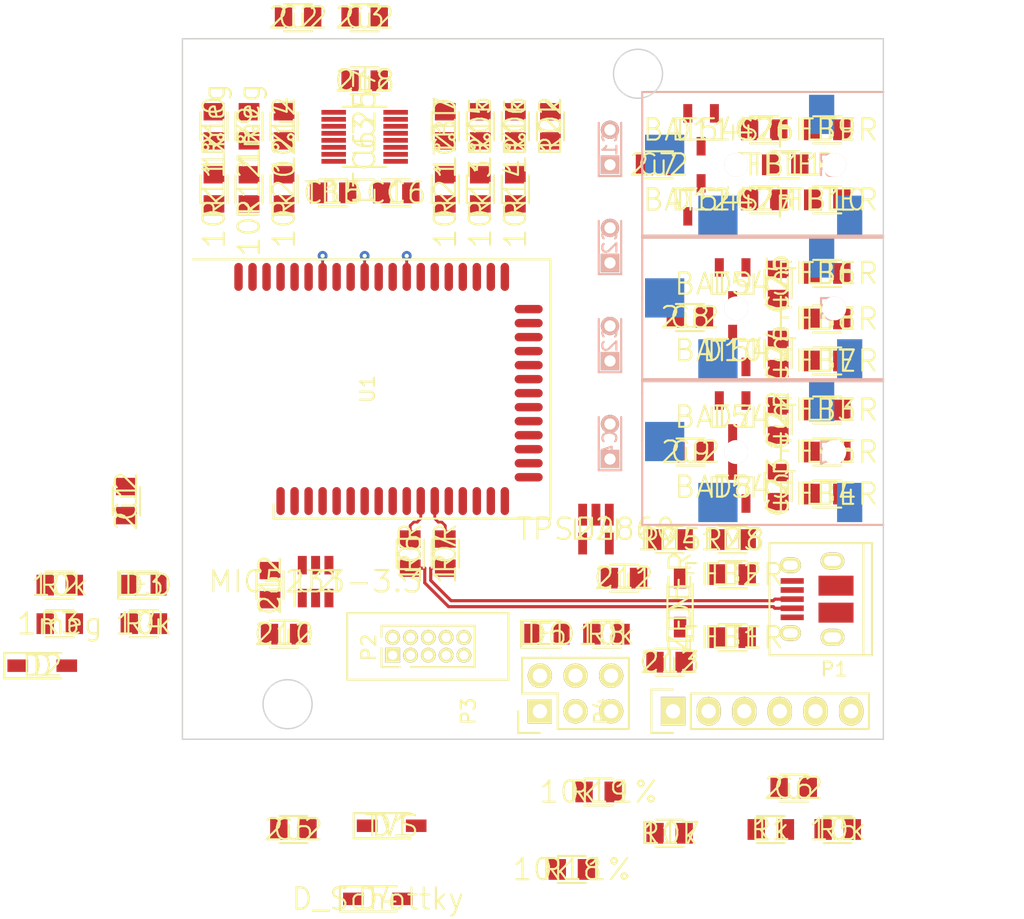
<source format=kicad_pcb>
(kicad_pcb (version 4) (host pcbnew 4.0.2-stable)

  (general
    (links 173)
    (no_connects 169)
    (area 109.949999 49.949999 160.050001 100.050001)
    (thickness 1.6)
    (drawings 36)
    (tracks 28)
    (zones 0)
    (modules 85)
    (nets 86)
  )

  (page A4)
  (layers
    (0 F.Cu signal)
    (31 B.Cu signal)
    (32 B.Adhes user)
    (33 F.Adhes user)
    (34 B.Paste user)
    (35 F.Paste user)
    (36 B.SilkS user hide)
    (37 F.SilkS user)
    (38 B.Mask user)
    (39 F.Mask user)
    (40 Dwgs.User user)
    (41 Cmts.User user)
    (42 Eco1.User user)
    (43 Eco2.User user)
    (44 Edge.Cuts user)
    (45 Margin user)
    (46 B.CrtYd user hide)
    (47 F.CrtYd user)
    (48 B.Fab user)
    (49 F.Fab user)
  )

  (setup
    (last_trace_width 0.25)
    (user_trace_width 0.2)
    (user_trace_width 0.25)
    (user_trace_width 0.35)
    (user_trace_width 0.5)
    (user_trace_width 0.75)
    (user_trace_width 1)
    (trace_clearance 0.15)
    (zone_clearance 0.3)
    (zone_45_only yes)
    (trace_min 0.2)
    (segment_width 0.1)
    (edge_width 0.1)
    (via_size 0.7)
    (via_drill 0.3)
    (via_min_size 0.6)
    (via_min_drill 0.3)
    (uvia_size 0.3)
    (uvia_drill 0.1)
    (uvias_allowed no)
    (uvia_min_size 0.2)
    (uvia_min_drill 0.1)
    (pcb_text_width 0.3)
    (pcb_text_size 1.5 1.5)
    (mod_edge_width 0.15)
    (mod_text_size 1 1)
    (mod_text_width 0.15)
    (pad_size 1.5 1.5)
    (pad_drill 0.6)
    (pad_to_mask_clearance 0)
    (aux_axis_origin 0 0)
    (visible_elements 7FFEF7FF)
    (pcbplotparams
      (layerselection 0x00030_80000001)
      (usegerberextensions false)
      (excludeedgelayer true)
      (linewidth 0.100000)
      (plotframeref false)
      (viasonmask false)
      (mode 1)
      (useauxorigin false)
      (hpglpennumber 1)
      (hpglpenspeed 20)
      (hpglpendiameter 15)
      (hpglpenoverlay 2)
      (psnegative false)
      (psa4output false)
      (plotreference true)
      (plotvalue true)
      (plotinvisibletext false)
      (padsonsilk false)
      (subtractmaskfromsilk false)
      (outputformat 1)
      (mirror false)
      (drillshape 1)
      (scaleselection 1)
      (outputdirectory ""))
  )

  (net 0 "")
  (net 1 "Net-(C1-Pad1)")
  (net 2 GNDD)
  (net 3 GNDA)
  (net 4 "Net-(C2-Pad2)")
  (net 5 "Net-(C3-Pad2)")
  (net 6 "/Line in/LEFT_DEVICE")
  (net 7 /IN_LEFT)
  (net 8 "/Line in/RIGHT_DEVICE")
  (net 9 /IN_RIGHT)
  (net 10 "/Line in/ESD+")
  (net 11 +5V)
  (net 12 +BATT)
  (net 13 VDD)
  (net 14 "Net-(C14-Pad1)")
  (net 15 "Net-(C15-Pad1)")
  (net 16 "Net-(C15-Pad2)")
  (net 17 "Net-(C16-Pad1)")
  (net 18 "Net-(C16-Pad2)")
  (net 19 "Net-(C17-Pad1)")
  (net 20 "Net-(C17-Pad2)")
  (net 21 VAA)
  (net 22 "/Mono out/LEFT_DEVICE")
  (net 23 "/Stereo out/LEFT_DEVICE")
  (net 24 "/Stereo out/RIGHT_DEVICE")
  (net 25 "Net-(D1-Pad2)")
  (net 26 "/Power Supply/VBUS")
  (net 27 "/Power Supply/GNDBUS")
  (net 28 "/Line in/LEFT_CABLE")
  (net 29 "/Line in/RIGHT_CABLE")
  (net 30 "/Line in/GROUND_CABLE")
  (net 31 "/Mono out/LEFT_CABLE")
  (net 32 "/Mono out/RIGHT_CABLE")
  (net 33 "/Mono out/GROUND_CABLE")
  (net 34 "/Stereo out/LEFT_CABLE")
  (net 35 "/Stereo out/RIGHT_CABLE")
  (net 36 "/Stereo out/GROUND_CABLE")
  (net 37 "Net-(D3-Pad2)")
  (net 38 "/Power Supply/ENABLE")
  (net 39 "Net-(D3-Pad1)")
  (net 40 /RXD)
  (net 41 "Net-(R6-Pad1)")
  (net 42 "Net-(R7-Pad1)")
  (net 43 "Net-(D6-Pad2)")
  (net 44 "Net-(R11-Pad1)")
  (net 45 /Analog/P_LEFT)
  (net 46 /Analog/N_LEFT)
  (net 47 "Net-(R13-Pad1)")
  (net 48 /Analog/P_RIGHT)
  (net 49 /Analog/N_RIGHT)
  (net 50 "Net-(R15-Pad1)")
  (net 51 VCOM)
  (net 52 "Net-(U2-Pad4)")
  (net 53 "Net-(U4-Pad3)")
  (net 54 "Net-(P1-Pad4)")
  (net 55 "Net-(P1-Pad6)")
  (net 56 /VOL-)
  (net 57 /VOL+)
  (net 58 /MUTE)
  (net 59 /STOP)
  (net 60 /NEXT)
  (net 61 /PAUSE)
  (net 62 /PLAY)
  (net 63 /PREV)
  (net 64 /MISO)
  (net 65 /SCLK)
  (net 66 /MOSI)
  (net 67 /RESET)
  (net 68 "Net-(P4-Pad2)")
  (net 69 /TXD)
  (net 70 "Net-(P4-Pad6)")
  (net 71 "Net-(U1-Pad5)")
  (net 72 "Net-(U1-Pad6)")
  (net 73 "Net-(U1-Pad8)")
  (net 74 "Net-(U1-Pad9)")
  (net 75 "Net-(U1-Pad20)")
  (net 76 "Net-(U1-Pad27)")
  (net 77 "Net-(U1-Pad28)")
  (net 78 "Net-(U1-Pad29)")
  (net 79 "Net-(U1-Pad30)")
  (net 80 /CS)
  (net 81 "/Power Supply/CHRG")
  (net 82 VCC)
  (net 83 "Net-(U1-Pad40)")
  (net 84 /USB_D-)
  (net 85 /USB_D+)

  (net_class Default "This is the default net class."
    (clearance 0.15)
    (trace_width 0.25)
    (via_dia 0.7)
    (via_drill 0.3)
    (uvia_dia 0.3)
    (uvia_drill 0.1)
    (add_net +5V)
    (add_net +BATT)
    (add_net /Analog/N_LEFT)
    (add_net /Analog/N_RIGHT)
    (add_net /Analog/P_LEFT)
    (add_net /Analog/P_RIGHT)
    (add_net /CS)
    (add_net /IN_LEFT)
    (add_net /IN_RIGHT)
    (add_net "/Line in/ESD+")
    (add_net "/Line in/GROUND_CABLE")
    (add_net "/Line in/LEFT_CABLE")
    (add_net "/Line in/LEFT_DEVICE")
    (add_net "/Line in/RIGHT_CABLE")
    (add_net "/Line in/RIGHT_DEVICE")
    (add_net /MISO)
    (add_net /MOSI)
    (add_net /MUTE)
    (add_net "/Mono out/GROUND_CABLE")
    (add_net "/Mono out/LEFT_CABLE")
    (add_net "/Mono out/LEFT_DEVICE")
    (add_net "/Mono out/RIGHT_CABLE")
    (add_net /NEXT)
    (add_net /PAUSE)
    (add_net /PLAY)
    (add_net /PREV)
    (add_net "/Power Supply/CHRG")
    (add_net "/Power Supply/ENABLE")
    (add_net "/Power Supply/GNDBUS")
    (add_net "/Power Supply/VBUS")
    (add_net /RESET)
    (add_net /RXD)
    (add_net /SCLK)
    (add_net /STOP)
    (add_net "/Stereo out/GROUND_CABLE")
    (add_net "/Stereo out/LEFT_CABLE")
    (add_net "/Stereo out/LEFT_DEVICE")
    (add_net "/Stereo out/RIGHT_CABLE")
    (add_net "/Stereo out/RIGHT_DEVICE")
    (add_net /TXD)
    (add_net /VOL+)
    (add_net /VOL-)
    (add_net GNDA)
    (add_net GNDD)
    (add_net "Net-(C1-Pad1)")
    (add_net "Net-(C14-Pad1)")
    (add_net "Net-(C15-Pad1)")
    (add_net "Net-(C15-Pad2)")
    (add_net "Net-(C16-Pad1)")
    (add_net "Net-(C16-Pad2)")
    (add_net "Net-(C17-Pad1)")
    (add_net "Net-(C17-Pad2)")
    (add_net "Net-(C2-Pad2)")
    (add_net "Net-(C3-Pad2)")
    (add_net "Net-(D1-Pad2)")
    (add_net "Net-(D3-Pad1)")
    (add_net "Net-(D3-Pad2)")
    (add_net "Net-(D6-Pad2)")
    (add_net "Net-(P1-Pad4)")
    (add_net "Net-(P1-Pad6)")
    (add_net "Net-(P4-Pad2)")
    (add_net "Net-(P4-Pad6)")
    (add_net "Net-(R11-Pad1)")
    (add_net "Net-(R13-Pad1)")
    (add_net "Net-(R15-Pad1)")
    (add_net "Net-(R6-Pad1)")
    (add_net "Net-(R7-Pad1)")
    (add_net "Net-(U1-Pad20)")
    (add_net "Net-(U1-Pad27)")
    (add_net "Net-(U1-Pad28)")
    (add_net "Net-(U1-Pad29)")
    (add_net "Net-(U1-Pad30)")
    (add_net "Net-(U1-Pad40)")
    (add_net "Net-(U1-Pad5)")
    (add_net "Net-(U1-Pad6)")
    (add_net "Net-(U1-Pad8)")
    (add_net "Net-(U1-Pad9)")
    (add_net "Net-(U2-Pad4)")
    (add_net "Net-(U4-Pad3)")
    (add_net VAA)
    (add_net VCC)
    (add_net VCOM)
    (add_net VDD)
  )

  (net_class USB_DATA ""
    (clearance 0.15)
    (trace_width 0.225)
    (via_dia 0.7)
    (via_drill 0.3)
    (uvia_dia 0.3)
    (uvia_drill 0.1)
    (add_net /USB_D+)
    (add_net /USB_D-)
  )

  (module footprints:SMD_3-5mm_jack_CUI-SJ-352X-SMT (layer B.Cu) (tedit 57437975) (tstamp 57437C88)
    (at 160 69.25 270)
    (descr http://www.cui.com/product/resource/sj-352x-smt-series.pdf)
    (tags "SMT 3.5mm stereo plug")
    (path /5741BEF1)
    (fp_text reference P6 (at 0 3.9 270) (layer B.SilkS)
      (effects (font (size 1 1) (thickness 0.15)) (justify mirror))
    )
    (fp_text value CONN_01X03 (at 0 4.9 270) (layer B.Fab)
      (effects (font (size 1 1) (thickness 0.15)) (justify mirror))
    )
    (fp_line (start 5.4 0) (end 5.4 17.4) (layer B.CrtYd) (width 0.15))
    (fp_line (start 5.4 17.4) (end -5.4 17.4) (layer B.CrtYd) (width 0.15))
    (fp_line (start -5.4 17.4) (end -5.4 0) (layer B.CrtYd) (width 0.15))
    (fp_line (start -5.2 0.2) (end -5.2 0) (layer B.SilkS) (width 0.15))
    (fp_line (start -5.2 0.2) (end -5.2 17.2) (layer B.SilkS) (width 0.15))
    (fp_line (start -5.2 17.2) (end -4.2 17.2) (layer B.SilkS) (width 0.15))
    (fp_line (start 5.2 0) (end 5.2 17.2) (layer B.SilkS) (width 0.15))
    (fp_line (start 5.2 17.2) (end -0.8 17.2) (layer B.SilkS) (width 0.15))
    (fp_line (start -0.8 17.2) (end -4.2 17.2) (layer B.SilkS) (width 0.15))
    (fp_line (start -3 4.4) (end -3 14.6) (layer B.Fab) (width 0.15))
    (fp_line (start 3 14.6) (end 3 4.4) (layer B.Fab) (width 0.15))
    (fp_line (start -2.5 -0.1) (end -2.5 -2.6) (layer B.Fab) (width 0.15))
    (fp_line (start -2.5 -2.6) (end 2.5 -2.6) (layer B.Fab) (width 0.15))
    (fp_line (start 2.5 -2.6) (end 2.5 -0.1) (layer B.Fab) (width 0.15))
    (fp_line (start 3 0) (end -3 0) (layer B.Fab) (width 0.15))
    (fp_line (start 3 0.4) (end 3 0) (layer B.Fab) (width 0.15))
    (fp_line (start -3 0.4) (end -3 0) (layer B.Fab) (width 0.15))
    (fp_line (start -3 4.4) (end -3 0.4) (layer B.Fab) (width 0.15))
    (fp_line (start -3 14.6) (end 3 14.6) (layer B.Fab) (width 0.15))
    (fp_line (start 3 4.4) (end 3 0.4) (layer B.Fab) (width 0.15))
    (pad 1 smd rect (at 3.6 2.4 270) (size 2.8 1.8) (layers B.Cu B.Paste B.Mask)
      (net 31 "/Mono out/LEFT_CABLE"))
    (pad 3 smd rect (at -3.6 4.4 270) (size 2.8 1.8) (layers B.Cu B.Paste B.Mask)
      (net 32 "/Mono out/RIGHT_CABLE"))
    (pad 2 smd rect (at 3.6 11.8 270) (size 2.8 2.8) (layers B.Cu B.Paste B.Mask)
      (net 33 "/Mono out/GROUND_CABLE"))
    (pad 4 smd rect (at -0.75 15.6 270) (size 2.8 2.8) (layers B.Cu B.Paste B.Mask))
    (pad "" np_thru_hole circle (at 0 3.5 270) (size 1.7 1.7) (drill 1.7) (layers *.Cu *.Mask B.SilkS))
    (pad "" np_thru_hole circle (at 0 10.5 270) (size 1.7 1.7) (drill 1.7) (layers *.Cu *.Mask B.SilkS))
  )

  (module Pin_Headers:Pin_Header_Straight_2x05_Pitch1.27mm (layer F.Cu) (tedit 57429163) (tstamp 5740B7F0)
    (at 125 94 90)
    (descr "Through hole pin header, pitch 1.27mm")
    (tags "pin header")
    (path /57425DB0)
    (fp_text reference P2 (at 0.55 -1.7 90) (layer F.SilkS)
      (effects (font (size 1 1) (thickness 0.15)))
    )
    (fp_text value CONN_02X05 (at 0 6.9 90) (layer F.Fab)
      (effects (font (size 1 1) (thickness 0.15)))
    )
    (fp_line (start -1.75 8.25) (end 3 8.25) (layer F.SilkS) (width 0.15))
    (fp_line (start 3 8.25) (end 3 -3.25) (layer F.SilkS) (width 0.15))
    (fp_line (start 3 -3.25) (end -1.75 -3.25) (layer F.SilkS) (width 0.15))
    (fp_line (start -1.75 0) (end -1.75 -3.25) (layer F.SilkS) (width 0.15))
    (fp_line (start -1.75 4.5) (end -1.75 8.25) (layer F.SilkS) (width 0.15))
    (fp_line (start -1.75 0) (end -1.75 4.5) (layer F.SilkS) (width 0.15))
    (fp_line (start 2.1 -0.8) (end 1.3 -0.8) (layer F.SilkS) (width 0.15))
    (fp_line (start 2.1 5.85) (end 2.1 -0.8) (layer F.SilkS) (width 0.15))
    (fp_line (start 2.1 5.85) (end -0.85 5.85) (layer F.SilkS) (width 0.15))
    (fp_line (start -1.1 -1.05) (end -1.1 6.1) (layer F.CrtYd) (width 0.05))
    (fp_line (start 2.35 -1.05) (end 2.35 6.1) (layer F.CrtYd) (width 0.05))
    (fp_line (start -1.1 -1.05) (end 2.35 -1.05) (layer F.CrtYd) (width 0.05))
    (fp_line (start -1.1 6.1) (end 2.35 6.1) (layer F.CrtYd) (width 0.05))
    (fp_line (start -0.85 5.85) (end -0.85 1.3) (layer F.SilkS) (width 0.15))
    (fp_line (start 0.5 -0.8) (end -0.85 -0.8) (layer F.SilkS) (width 0.15))
    (fp_line (start -0.85 -0.8) (end -0.85 0.5) (layer F.SilkS) (width 0.15))
    (pad 1 thru_hole rect (at 0 0 90) (size 1.05 1.05) (drill 0.65) (layers *.Cu *.Mask F.SilkS)
      (net 13 VDD))
    (pad 3 thru_hole circle (at 0 1.27 90) (size 1.05 1.05) (drill 0.65) (layers *.Cu *.Mask F.SilkS)
      (net 56 /VOL-))
    (pad 5 thru_hole circle (at 0 2.54 90) (size 1.05 1.05) (drill 0.65) (layers *.Cu *.Mask F.SilkS)
      (net 57 /VOL+))
    (pad 7 thru_hole circle (at 0 3.81 90) (size 1.05 1.05) (drill 0.65) (layers *.Cu *.Mask F.SilkS)
      (net 58 /MUTE))
    (pad 9 thru_hole circle (at 0 5.08 90) (size 1.05 1.05) (drill 0.65) (layers *.Cu *.Mask F.SilkS)
      (net 59 /STOP))
    (pad 4 thru_hole circle (at 1.27 1.27 90) (size 1.05 1.05) (drill 0.65) (layers *.Cu *.Mask F.SilkS)
      (net 60 /NEXT))
    (pad 6 thru_hole circle (at 1.27 2.54 90) (size 1.05 1.05) (drill 0.65) (layers *.Cu *.Mask F.SilkS)
      (net 61 /PAUSE))
    (pad 8 thru_hole circle (at 1.27 3.81 90) (size 1.05 1.05) (drill 0.65) (layers *.Cu *.Mask F.SilkS)
      (net 62 /PLAY))
    (pad 10 thru_hole circle (at 1.27 5.08 90) (size 1.05 1.05) (drill 0.65) (layers *.Cu *.Mask F.SilkS)
      (net 2 GNDD))
    (pad 2 thru_hole circle (at 1.27 0 90) (size 1.05 1.05) (drill 0.65) (layers *.Cu *.Mask F.SilkS)
      (net 63 /PREV))
  )

  (module footprints:C_Radial_D6.3_L13_P2-5_Bent (layer B.Cu) (tedit 5741899B) (tstamp 5741A2EA)
    (at 140.5 73 90)
    (descr "Radial Electrolytic Capacitor, Diameter 6.3mm x Length 11.2mm, Pitch 2.5mm")
    (tags "Electrolytic Capacitor")
    (path /574074FD/5738F82F)
    (fp_text reference C21 (at 1.1 0 90) (layer B.SilkS)
      (effects (font (size 1 1) (thickness 0.15)) (justify mirror))
    )
    (fp_text value 470u (at 1.2 0 90) (layer B.Fab)
      (effects (font (size 1 1) (thickness 0.15)) (justify mirror))
    )
    (fp_line (start -1.25 -1.25) (end 3.5 -1.25) (layer B.CrtYd) (width 0.15))
    (fp_line (start -1.25 1.25) (end -1.25 -1.25) (layer B.CrtYd) (width 0.15))
    (fp_line (start 3.5 1.25) (end -1.25 1.25) (layer B.CrtYd) (width 0.15))
    (fp_line (start 3.5 -1.25) (end 3.5 1.25) (layer B.CrtYd) (width 0.15))
    (fp_line (start 3.5 -1.25) (end 3.5 1.25) (layer F.CrtYd) (width 0.15))
    (fp_line (start 3.5 1.25) (end -1.25 1.25) (layer F.CrtYd) (width 0.15))
    (fp_line (start -1.25 1.25) (end -1.25 -1.25) (layer F.CrtYd) (width 0.15))
    (fp_line (start -1.25 -1.25) (end 3.5 -1.25) (layer F.CrtYd) (width 0.15))
    (fp_line (start 4.5 0) (end -2 0) (layer B.Fab) (width 0.15))
    (fp_line (start -2 0) (end -2 -14) (layer B.Fab) (width 0.15))
    (fp_line (start -2 -14) (end 4.5 -14) (layer B.Fab) (width 0.15))
    (fp_line (start 4.5 -14) (end 4.5 0) (layer B.Fab) (width 0.15))
    (fp_line (start -0.8 0.8) (end -0.8 -0.8) (layer B.SilkS) (width 0.15))
    (fp_line (start -0.8 -0.8) (end 3 -0.8) (layer B.SilkS) (width 0.15))
    (fp_line (start -0.8 0.8) (end 3 0.8) (layer B.SilkS) (width 0.15))
    (pad 2 thru_hole circle (at 2.5 0 90) (size 1.3 1.3) (drill 0.8) (layers *.Cu *.Mask B.SilkS)
      (net 19 "Net-(C17-Pad1)"))
    (pad 1 thru_hole rect (at 0 0 90) (size 1.3 1.3) (drill 0.8) (layers *.Cu *.Mask B.SilkS)
      (net 22 "/Mono out/LEFT_DEVICE"))
    (model poppASmasiina.3dshapes/C_Radial_D6-3_L13_P2-5_Bent.wrl
      (at (xyz 0 0 0))
      (scale (xyz 0.3937 0.3937 0.3937))
      (rotate (xyz 0 0 0))
    )
  )

  (module footprints:SMD0805-CAP-M (layer F.Cu) (tedit 0) (tstamp 57407E86)
    (at 106 83 270)
    (descr "Capacitor, Chip; 2.00 mm L X 1.25 mm W X 0.70 mm H body")
    (path /573F6E97)
    (attr smd)
    (fp_text reference C1 (at 0 0 270) (layer F.SilkS)
      (effects (font (size 1.5 1.5) (thickness 0.15)))
    )
    (fp_text value 2u2 (at 0 0 270) (layer F.SilkS)
      (effects (font (thickness 0.15)))
    )
    (fp_line (start -1.1 0.68) (end -1.1 -0.68) (layer F.Fab) (width 0.12))
    (fp_line (start -1.1 -0.68) (end 1.1 -0.68) (layer F.Fab) (width 0.12))
    (fp_line (start 1.1 -0.68) (end 1.1 0.68) (layer F.Fab) (width 0.12))
    (fp_line (start 1.1 0.68) (end -1.1 0.68) (layer F.Fab) (width 0.12))
    (fp_line (start 1 -0.965) (end -1 -0.965) (layer F.SilkS) (width 0.15))
    (fp_line (start 1 0.965) (end -1 0.965) (layer F.SilkS) (width 0.15))
    (fp_line (start -2.16 1.24) (end -2.16 -1.24) (layer F.CrtYd) (width 0.05))
    (fp_line (start -2.16 -1.24) (end 2.16 -1.24) (layer F.CrtYd) (width 0.05))
    (fp_line (start 2.16 -1.24) (end 2.16 1.24) (layer F.CrtYd) (width 0.05))
    (fp_line (start 2.16 1.24) (end -2.16 1.24) (layer F.CrtYd) (width 0.05))
    (fp_circle (center 0 0) (end 0 0.25) (layer F.CrtYd) (width 0.05))
    (fp_line (start 0.35 0) (end -0.35 0) (layer F.CrtYd) (width 0.05))
    (fp_line (start 0 -0.35) (end 0 0.35) (layer F.CrtYd) (width 0.05))
    (pad 1 smd rect (at -1.04 0 270) (size 1.24 1.48) (layers F.Cu F.Paste F.Mask)
      (net 1 "Net-(C1-Pad1)"))
    (pad 2 smd rect (at 1.04 0 270) (size 1.24 1.48) (layers F.Cu F.Paste F.Mask)
      (net 2 GNDD))
    (model Capacitors_SMD.3dshapes/C_0805.wrl
      (at (xyz 0 0 0))
      (scale (xyz 1 1 1))
      (rotate (xyz 0 0 0))
    )
  )

  (module footprints:SMD0805-CAP-M (layer F.Cu) (tedit 0) (tstamp 57407E8C)
    (at 118.25 48.5)
    (descr "Capacitor, Chip; 2.00 mm L X 1.25 mm W X 0.70 mm H body")
    (path /57399E02)
    (attr smd)
    (fp_text reference C2 (at 0 0) (layer F.SilkS)
      (effects (font (size 1.5 1.5) (thickness 0.15)))
    )
    (fp_text value 2u2 (at 0 0) (layer F.SilkS)
      (effects (font (thickness 0.15)))
    )
    (fp_line (start -1.1 0.68) (end -1.1 -0.68) (layer F.Fab) (width 0.12))
    (fp_line (start -1.1 -0.68) (end 1.1 -0.68) (layer F.Fab) (width 0.12))
    (fp_line (start 1.1 -0.68) (end 1.1 0.68) (layer F.Fab) (width 0.12))
    (fp_line (start 1.1 0.68) (end -1.1 0.68) (layer F.Fab) (width 0.12))
    (fp_line (start 1 -0.965) (end -1 -0.965) (layer F.SilkS) (width 0.15))
    (fp_line (start 1 0.965) (end -1 0.965) (layer F.SilkS) (width 0.15))
    (fp_line (start -2.16 1.24) (end -2.16 -1.24) (layer F.CrtYd) (width 0.05))
    (fp_line (start -2.16 -1.24) (end 2.16 -1.24) (layer F.CrtYd) (width 0.05))
    (fp_line (start 2.16 -1.24) (end 2.16 1.24) (layer F.CrtYd) (width 0.05))
    (fp_line (start 2.16 1.24) (end -2.16 1.24) (layer F.CrtYd) (width 0.05))
    (fp_circle (center 0 0) (end 0 0.25) (layer F.CrtYd) (width 0.05))
    (fp_line (start 0.35 0) (end -0.35 0) (layer F.CrtYd) (width 0.05))
    (fp_line (start 0 -0.35) (end 0 0.35) (layer F.CrtYd) (width 0.05))
    (pad 1 smd rect (at -1.04 0) (size 1.24 1.48) (layers F.Cu F.Paste F.Mask)
      (net 3 GNDA))
    (pad 2 smd rect (at 1.04 0) (size 1.24 1.48) (layers F.Cu F.Paste F.Mask)
      (net 4 "Net-(C2-Pad2)"))
    (model Capacitors_SMD.3dshapes/C_0805.wrl
      (at (xyz 0 0 0))
      (scale (xyz 1 1 1))
      (rotate (xyz 0 0 0))
    )
  )

  (module footprints:SMD0805-CAP-M (layer F.Cu) (tedit 0) (tstamp 57407E92)
    (at 123 48.5)
    (descr "Capacitor, Chip; 2.00 mm L X 1.25 mm W X 0.70 mm H body")
    (path /57399EA5)
    (attr smd)
    (fp_text reference C3 (at 0 0) (layer F.SilkS)
      (effects (font (size 1.5 1.5) (thickness 0.15)))
    )
    (fp_text value 2u2 (at 0 0) (layer F.SilkS)
      (effects (font (thickness 0.15)))
    )
    (fp_line (start -1.1 0.68) (end -1.1 -0.68) (layer F.Fab) (width 0.12))
    (fp_line (start -1.1 -0.68) (end 1.1 -0.68) (layer F.Fab) (width 0.12))
    (fp_line (start 1.1 -0.68) (end 1.1 0.68) (layer F.Fab) (width 0.12))
    (fp_line (start 1.1 0.68) (end -1.1 0.68) (layer F.Fab) (width 0.12))
    (fp_line (start 1 -0.965) (end -1 -0.965) (layer F.SilkS) (width 0.15))
    (fp_line (start 1 0.965) (end -1 0.965) (layer F.SilkS) (width 0.15))
    (fp_line (start -2.16 1.24) (end -2.16 -1.24) (layer F.CrtYd) (width 0.05))
    (fp_line (start -2.16 -1.24) (end 2.16 -1.24) (layer F.CrtYd) (width 0.05))
    (fp_line (start 2.16 -1.24) (end 2.16 1.24) (layer F.CrtYd) (width 0.05))
    (fp_line (start 2.16 1.24) (end -2.16 1.24) (layer F.CrtYd) (width 0.05))
    (fp_circle (center 0 0) (end 0 0.25) (layer F.CrtYd) (width 0.05))
    (fp_line (start 0.35 0) (end -0.35 0) (layer F.CrtYd) (width 0.05))
    (fp_line (start 0 -0.35) (end 0 0.35) (layer F.CrtYd) (width 0.05))
    (pad 1 smd rect (at -1.04 0) (size 1.24 1.48) (layers F.Cu F.Paste F.Mask)
      (net 3 GNDA))
    (pad 2 smd rect (at 1.04 0) (size 1.24 1.48) (layers F.Cu F.Paste F.Mask)
      (net 5 "Net-(C3-Pad2)"))
    (model Capacitors_SMD.3dshapes/C_0805.wrl
      (at (xyz 0 0 0))
      (scale (xyz 1 1 1))
      (rotate (xyz 0 0 0))
    )
  )

  (module footprints:SMD0805-CAP-M (layer F.Cu) (tedit 0) (tstamp 57407E98)
    (at 117.915857 106.4418)
    (descr "Capacitor, Chip; 2.00 mm L X 1.25 mm W X 0.70 mm H body")
    (path /5741F2F8)
    (attr smd)
    (fp_text reference C5 (at 0 0) (layer F.SilkS)
      (effects (font (size 1.5 1.5) (thickness 0.15)))
    )
    (fp_text value 2u2 (at 0 0) (layer F.SilkS)
      (effects (font (thickness 0.15)))
    )
    (fp_line (start -1.1 0.68) (end -1.1 -0.68) (layer F.Fab) (width 0.12))
    (fp_line (start -1.1 -0.68) (end 1.1 -0.68) (layer F.Fab) (width 0.12))
    (fp_line (start 1.1 -0.68) (end 1.1 0.68) (layer F.Fab) (width 0.12))
    (fp_line (start 1.1 0.68) (end -1.1 0.68) (layer F.Fab) (width 0.12))
    (fp_line (start 1 -0.965) (end -1 -0.965) (layer F.SilkS) (width 0.15))
    (fp_line (start 1 0.965) (end -1 0.965) (layer F.SilkS) (width 0.15))
    (fp_line (start -2.16 1.24) (end -2.16 -1.24) (layer F.CrtYd) (width 0.05))
    (fp_line (start -2.16 -1.24) (end 2.16 -1.24) (layer F.CrtYd) (width 0.05))
    (fp_line (start 2.16 -1.24) (end 2.16 1.24) (layer F.CrtYd) (width 0.05))
    (fp_line (start 2.16 1.24) (end -2.16 1.24) (layer F.CrtYd) (width 0.05))
    (fp_circle (center 0 0) (end 0 0.25) (layer F.CrtYd) (width 0.05))
    (fp_line (start 0.35 0) (end -0.35 0) (layer F.CrtYd) (width 0.05))
    (fp_line (start 0 -0.35) (end 0 0.35) (layer F.CrtYd) (width 0.05))
    (pad 1 smd rect (at -1.04 0) (size 1.24 1.48) (layers F.Cu F.Paste F.Mask)
      (net 6 "/Line in/LEFT_DEVICE"))
    (pad 2 smd rect (at 1.04 0) (size 1.24 1.48) (layers F.Cu F.Paste F.Mask)
      (net 7 /IN_LEFT))
    (model Capacitors_SMD.3dshapes/C_0805.wrl
      (at (xyz 0 0 0))
      (scale (xyz 1 1 1))
      (rotate (xyz 0 0 0))
    )
  )

  (module footprints:SMD0805-CAP-M (layer F.Cu) (tedit 0) (tstamp 57407E9E)
    (at 153.605857 103.4918)
    (descr "Capacitor, Chip; 2.00 mm L X 1.25 mm W X 0.70 mm H body")
    (path /5741F6EC)
    (attr smd)
    (fp_text reference C6 (at 0 0) (layer F.SilkS)
      (effects (font (size 1.5 1.5) (thickness 0.15)))
    )
    (fp_text value 2u2 (at 0 0) (layer F.SilkS)
      (effects (font (thickness 0.15)))
    )
    (fp_line (start -1.1 0.68) (end -1.1 -0.68) (layer F.Fab) (width 0.12))
    (fp_line (start -1.1 -0.68) (end 1.1 -0.68) (layer F.Fab) (width 0.12))
    (fp_line (start 1.1 -0.68) (end 1.1 0.68) (layer F.Fab) (width 0.12))
    (fp_line (start 1.1 0.68) (end -1.1 0.68) (layer F.Fab) (width 0.12))
    (fp_line (start 1 -0.965) (end -1 -0.965) (layer F.SilkS) (width 0.15))
    (fp_line (start 1 0.965) (end -1 0.965) (layer F.SilkS) (width 0.15))
    (fp_line (start -2.16 1.24) (end -2.16 -1.24) (layer F.CrtYd) (width 0.05))
    (fp_line (start -2.16 -1.24) (end 2.16 -1.24) (layer F.CrtYd) (width 0.05))
    (fp_line (start 2.16 -1.24) (end 2.16 1.24) (layer F.CrtYd) (width 0.05))
    (fp_line (start 2.16 1.24) (end -2.16 1.24) (layer F.CrtYd) (width 0.05))
    (fp_circle (center 0 0) (end 0 0.25) (layer F.CrtYd) (width 0.05))
    (fp_line (start 0.35 0) (end -0.35 0) (layer F.CrtYd) (width 0.05))
    (fp_line (start 0 -0.35) (end 0 0.35) (layer F.CrtYd) (width 0.05))
    (pad 1 smd rect (at -1.04 0) (size 1.24 1.48) (layers F.Cu F.Paste F.Mask)
      (net 8 "/Line in/RIGHT_DEVICE"))
    (pad 2 smd rect (at 1.04 0) (size 1.24 1.48) (layers F.Cu F.Paste F.Mask)
      (net 9 /IN_RIGHT))
    (model Capacitors_SMD.3dshapes/C_0805.wrl
      (at (xyz 0 0 0))
      (scale (xyz 1 1 1))
      (rotate (xyz 0 0 0))
    )
  )

  (module footprints:SMD0805-CAP-M (layer F.Cu) (tedit 5742236A) (tstamp 57407EA4)
    (at 144 59 180)
    (descr "Capacitor, Chip; 2.00 mm L X 1.25 mm W X 0.70 mm H body")
    (path /5741C4C6)
    (attr smd)
    (fp_text reference C7 (at 0.084143 0.0082 180) (layer F.SilkS)
      (effects (font (size 1.5 1.5) (thickness 0.15)))
    )
    (fp_text value 2u2 (at 0 0 180) (layer F.SilkS)
      (effects (font (thickness 0.15)))
    )
    (fp_line (start -1.1 0.68) (end -1.1 -0.68) (layer F.Fab) (width 0.12))
    (fp_line (start -1.1 -0.68) (end 1.1 -0.68) (layer F.Fab) (width 0.12))
    (fp_line (start 1.1 -0.68) (end 1.1 0.68) (layer F.Fab) (width 0.12))
    (fp_line (start 1.1 0.68) (end -1.1 0.68) (layer F.Fab) (width 0.12))
    (fp_line (start 1 -0.965) (end -1 -0.965) (layer F.SilkS) (width 0.15))
    (fp_line (start 1 0.965) (end -1 0.965) (layer F.SilkS) (width 0.15))
    (fp_line (start -2.16 1.24) (end -2.16 -1.24) (layer F.CrtYd) (width 0.05))
    (fp_line (start -2.16 -1.24) (end 2.16 -1.24) (layer F.CrtYd) (width 0.05))
    (fp_line (start 2.16 -1.24) (end 2.16 1.24) (layer F.CrtYd) (width 0.05))
    (fp_line (start 2.16 1.24) (end -2.16 1.24) (layer F.CrtYd) (width 0.05))
    (fp_circle (center 0 0) (end 0 0.25) (layer F.CrtYd) (width 0.05))
    (fp_line (start 0.35 0) (end -0.35 0) (layer F.CrtYd) (width 0.05))
    (fp_line (start 0 -0.35) (end 0 0.35) (layer F.CrtYd) (width 0.05))
    (pad 1 smd rect (at -1.04 0 180) (size 1.24 1.48) (layers F.Cu F.Paste F.Mask)
      (net 21 VAA))
    (pad 2 smd rect (at 1.04 0 180) (size 1.24 1.48) (layers F.Cu F.Paste F.Mask)
      (net 3 GNDA))
    (model Capacitors_SMD.3dshapes/C_0805.wrl
      (at (xyz 0 0 0))
      (scale (xyz 1 1 1))
      (rotate (xyz 0 0 0))
    )
  )

  (module footprints:SMD0805-CAP-M (layer F.Cu) (tedit 57423032) (tstamp 57407EAA)
    (at 146.2 69.9)
    (descr "Capacitor, Chip; 2.00 mm L X 1.25 mm W X 0.70 mm H body")
    (path /5741BEE7)
    (attr smd)
    (fp_text reference C8 (at 0 0) (layer F.SilkS)
      (effects (font (size 1.5 1.5) (thickness 0.15)))
    )
    (fp_text value 2u2 (at 0 0) (layer F.SilkS)
      (effects (font (thickness 0.15)))
    )
    (fp_line (start -1.1 0.68) (end -1.1 -0.68) (layer F.Fab) (width 0.12))
    (fp_line (start -1.1 -0.68) (end 1.1 -0.68) (layer F.Fab) (width 0.12))
    (fp_line (start 1.1 -0.68) (end 1.1 0.68) (layer F.Fab) (width 0.12))
    (fp_line (start 1.1 0.68) (end -1.1 0.68) (layer F.Fab) (width 0.12))
    (fp_line (start 1 -0.965) (end -1 -0.965) (layer F.SilkS) (width 0.15))
    (fp_line (start 1 0.965) (end -1 0.965) (layer F.SilkS) (width 0.15))
    (fp_line (start -2.16 1.24) (end -2.16 -1.24) (layer F.CrtYd) (width 0.05))
    (fp_line (start -2.16 -1.24) (end 2.16 -1.24) (layer F.CrtYd) (width 0.05))
    (fp_line (start 2.16 -1.24) (end 2.16 1.24) (layer F.CrtYd) (width 0.05))
    (fp_line (start 2.16 1.24) (end -2.16 1.24) (layer F.CrtYd) (width 0.05))
    (fp_circle (center 0 0) (end 0 0.25) (layer F.CrtYd) (width 0.05))
    (fp_line (start 0.35 0) (end -0.35 0) (layer F.CrtYd) (width 0.05))
    (fp_line (start 0 -0.35) (end 0 0.35) (layer F.CrtYd) (width 0.05))
    (pad 1 smd rect (at -1.04 0) (size 1.24 1.48) (layers F.Cu F.Paste F.Mask)
      (net 21 VAA))
    (pad 2 smd rect (at 1.04 0) (size 1.24 1.48) (layers F.Cu F.Paste F.Mask)
      (net 3 GNDA))
    (model Capacitors_SMD.3dshapes/C_0805.wrl
      (at (xyz 0 0 0))
      (scale (xyz 1 1 1))
      (rotate (xyz 0 0 0))
    )
  )

  (module footprints:SMD0805-CAP-M (layer F.Cu) (tedit 0) (tstamp 57407EB0)
    (at 146.25 79.5)
    (descr "Capacitor, Chip; 2.00 mm L X 1.25 mm W X 0.70 mm H body")
    (path /5741A17C)
    (attr smd)
    (fp_text reference C9 (at 0 0) (layer F.SilkS)
      (effects (font (size 1.5 1.5) (thickness 0.15)))
    )
    (fp_text value 2u2 (at 0 0) (layer F.SilkS)
      (effects (font (thickness 0.15)))
    )
    (fp_line (start -1.1 0.68) (end -1.1 -0.68) (layer F.Fab) (width 0.12))
    (fp_line (start -1.1 -0.68) (end 1.1 -0.68) (layer F.Fab) (width 0.12))
    (fp_line (start 1.1 -0.68) (end 1.1 0.68) (layer F.Fab) (width 0.12))
    (fp_line (start 1.1 0.68) (end -1.1 0.68) (layer F.Fab) (width 0.12))
    (fp_line (start 1 -0.965) (end -1 -0.965) (layer F.SilkS) (width 0.15))
    (fp_line (start 1 0.965) (end -1 0.965) (layer F.SilkS) (width 0.15))
    (fp_line (start -2.16 1.24) (end -2.16 -1.24) (layer F.CrtYd) (width 0.05))
    (fp_line (start -2.16 -1.24) (end 2.16 -1.24) (layer F.CrtYd) (width 0.05))
    (fp_line (start 2.16 -1.24) (end 2.16 1.24) (layer F.CrtYd) (width 0.05))
    (fp_line (start 2.16 1.24) (end -2.16 1.24) (layer F.CrtYd) (width 0.05))
    (fp_circle (center 0 0) (end 0 0.25) (layer F.CrtYd) (width 0.05))
    (fp_line (start 0.35 0) (end -0.35 0) (layer F.CrtYd) (width 0.05))
    (fp_line (start 0 -0.35) (end 0 0.35) (layer F.CrtYd) (width 0.05))
    (pad 1 smd rect (at -1.04 0) (size 1.24 1.48) (layers F.Cu F.Paste F.Mask)
      (net 10 "/Line in/ESD+"))
    (pad 2 smd rect (at 1.04 0) (size 1.24 1.48) (layers F.Cu F.Paste F.Mask)
      (net 3 GNDA))
    (model Capacitors_SMD.3dshapes/C_0805.wrl
      (at (xyz 0 0 0))
      (scale (xyz 1 1 1))
      (rotate (xyz 0 0 0))
    )
  )

  (module footprints:SMD0805-CAP-M (layer F.Cu) (tedit 57429262) (tstamp 57407EB6)
    (at 117.25 92.5 180)
    (descr "Capacitor, Chip; 2.00 mm L X 1.25 mm W X 0.70 mm H body")
    (path /573FBA21/573FE513)
    (attr smd)
    (fp_text reference C10 (at 0 0 180) (layer F.SilkS)
      (effects (font (size 1.5 1.5) (thickness 0.15)))
    )
    (fp_text value 2u2 (at 0 0 180) (layer F.SilkS)
      (effects (font (thickness 0.15)))
    )
    (fp_line (start -1.1 0.68) (end -1.1 -0.68) (layer F.Fab) (width 0.12))
    (fp_line (start -1.1 -0.68) (end 1.1 -0.68) (layer F.Fab) (width 0.12))
    (fp_line (start 1.1 -0.68) (end 1.1 0.68) (layer F.Fab) (width 0.12))
    (fp_line (start 1.1 0.68) (end -1.1 0.68) (layer F.Fab) (width 0.12))
    (fp_line (start 1 -0.965) (end -1 -0.965) (layer F.SilkS) (width 0.15))
    (fp_line (start 1 0.965) (end -1 0.965) (layer F.SilkS) (width 0.15))
    (fp_line (start -2.16 1.24) (end -2.16 -1.24) (layer F.CrtYd) (width 0.05))
    (fp_line (start -2.16 -1.24) (end 2.16 -1.24) (layer F.CrtYd) (width 0.05))
    (fp_line (start 2.16 -1.24) (end 2.16 1.24) (layer F.CrtYd) (width 0.05))
    (fp_line (start 2.16 1.24) (end -2.16 1.24) (layer F.CrtYd) (width 0.05))
    (fp_circle (center 0 0) (end 0 0.25) (layer F.CrtYd) (width 0.05))
    (fp_line (start 0.35 0) (end -0.35 0) (layer F.CrtYd) (width 0.05))
    (fp_line (start 0 -0.35) (end 0 0.35) (layer F.CrtYd) (width 0.05))
    (pad 1 smd rect (at -1.04 0 180) (size 1.24 1.48) (layers F.Cu F.Paste F.Mask)
      (net 11 +5V))
    (pad 2 smd rect (at 1.04 0 180) (size 1.24 1.48) (layers F.Cu F.Paste F.Mask)
      (net 2 GNDD))
    (model Capacitors_SMD.3dshapes/C_0805.wrl
      (at (xyz 0 0 0))
      (scale (xyz 1 1 1))
      (rotate (xyz 0 0 0))
    )
  )

  (module footprints:SMD0805-CAP-M (layer F.Cu) (tedit 0) (tstamp 57407EBC)
    (at 141.5 88.5)
    (descr "Capacitor, Chip; 2.00 mm L X 1.25 mm W X 0.70 mm H body")
    (path /573FBA21/573FE54E)
    (attr smd)
    (fp_text reference C11 (at 0 0) (layer F.SilkS)
      (effects (font (size 1.5 1.5) (thickness 0.15)))
    )
    (fp_text value 2u2 (at 0 0) (layer F.SilkS)
      (effects (font (thickness 0.15)))
    )
    (fp_line (start -1.1 0.68) (end -1.1 -0.68) (layer F.Fab) (width 0.12))
    (fp_line (start -1.1 -0.68) (end 1.1 -0.68) (layer F.Fab) (width 0.12))
    (fp_line (start 1.1 -0.68) (end 1.1 0.68) (layer F.Fab) (width 0.12))
    (fp_line (start 1.1 0.68) (end -1.1 0.68) (layer F.Fab) (width 0.12))
    (fp_line (start 1 -0.965) (end -1 -0.965) (layer F.SilkS) (width 0.15))
    (fp_line (start 1 0.965) (end -1 0.965) (layer F.SilkS) (width 0.15))
    (fp_line (start -2.16 1.24) (end -2.16 -1.24) (layer F.CrtYd) (width 0.05))
    (fp_line (start -2.16 -1.24) (end 2.16 -1.24) (layer F.CrtYd) (width 0.05))
    (fp_line (start 2.16 -1.24) (end 2.16 1.24) (layer F.CrtYd) (width 0.05))
    (fp_line (start 2.16 1.24) (end -2.16 1.24) (layer F.CrtYd) (width 0.05))
    (fp_circle (center 0 0) (end 0 0.25) (layer F.CrtYd) (width 0.05))
    (fp_line (start 0.35 0) (end -0.35 0) (layer F.CrtYd) (width 0.05))
    (fp_line (start 0 -0.35) (end 0 0.35) (layer F.CrtYd) (width 0.05))
    (pad 1 smd rect (at -1.04 0) (size 1.24 1.48) (layers F.Cu F.Paste F.Mask)
      (net 12 +BATT))
    (pad 2 smd rect (at 1.04 0) (size 1.24 1.48) (layers F.Cu F.Paste F.Mask)
      (net 3 GNDA))
    (model Capacitors_SMD.3dshapes/C_0805.wrl
      (at (xyz 0 0 0))
      (scale (xyz 1 1 1))
      (rotate (xyz 0 0 0))
    )
  )

  (module footprints:SMD0805-CAP-M (layer F.Cu) (tedit 5742925D) (tstamp 57407EC2)
    (at 116.25 89 270)
    (descr "Capacitor, Chip; 2.00 mm L X 1.25 mm W X 0.70 mm H body")
    (path /573FBA21/573FE514)
    (attr smd)
    (fp_text reference C12 (at 0 0 270) (layer F.SilkS)
      (effects (font (size 1.5 1.5) (thickness 0.15)))
    )
    (fp_text value 2u2 (at 0 0 270) (layer F.SilkS)
      (effects (font (thickness 0.15)))
    )
    (fp_line (start -1.1 0.68) (end -1.1 -0.68) (layer F.Fab) (width 0.12))
    (fp_line (start -1.1 -0.68) (end 1.1 -0.68) (layer F.Fab) (width 0.12))
    (fp_line (start 1.1 -0.68) (end 1.1 0.68) (layer F.Fab) (width 0.12))
    (fp_line (start 1.1 0.68) (end -1.1 0.68) (layer F.Fab) (width 0.12))
    (fp_line (start 1 -0.965) (end -1 -0.965) (layer F.SilkS) (width 0.15))
    (fp_line (start 1 0.965) (end -1 0.965) (layer F.SilkS) (width 0.15))
    (fp_line (start -2.16 1.24) (end -2.16 -1.24) (layer F.CrtYd) (width 0.05))
    (fp_line (start -2.16 -1.24) (end 2.16 -1.24) (layer F.CrtYd) (width 0.05))
    (fp_line (start 2.16 -1.24) (end 2.16 1.24) (layer F.CrtYd) (width 0.05))
    (fp_line (start 2.16 1.24) (end -2.16 1.24) (layer F.CrtYd) (width 0.05))
    (fp_circle (center 0 0) (end 0 0.25) (layer F.CrtYd) (width 0.05))
    (fp_line (start 0.35 0) (end -0.35 0) (layer F.CrtYd) (width 0.05))
    (fp_line (start 0 -0.35) (end 0 0.35) (layer F.CrtYd) (width 0.05))
    (pad 1 smd rect (at -1.04 0 270) (size 1.24 1.48) (layers F.Cu F.Paste F.Mask)
      (net 13 VDD))
    (pad 2 smd rect (at 1.04 0 270) (size 1.24 1.48) (layers F.Cu F.Paste F.Mask)
      (net 2 GNDD))
    (model Capacitors_SMD.3dshapes/C_0805.wrl
      (at (xyz 0 0 0))
      (scale (xyz 1 1 1))
      (rotate (xyz 0 0 0))
    )
  )

  (module footprints:SMD0805-CAP-M (layer F.Cu) (tedit 0) (tstamp 57407EC8)
    (at 144.75 94.5 180)
    (descr "Capacitor, Chip; 2.00 mm L X 1.25 mm W X 0.70 mm H body")
    (path /573FBA21/573FE4DF)
    (attr smd)
    (fp_text reference C13 (at 0 0 180) (layer F.SilkS)
      (effects (font (size 1.5 1.5) (thickness 0.15)))
    )
    (fp_text value 2u2 (at 0 0 180) (layer F.SilkS)
      (effects (font (thickness 0.15)))
    )
    (fp_line (start -1.1 0.68) (end -1.1 -0.68) (layer F.Fab) (width 0.12))
    (fp_line (start -1.1 -0.68) (end 1.1 -0.68) (layer F.Fab) (width 0.12))
    (fp_line (start 1.1 -0.68) (end 1.1 0.68) (layer F.Fab) (width 0.12))
    (fp_line (start 1.1 0.68) (end -1.1 0.68) (layer F.Fab) (width 0.12))
    (fp_line (start 1 -0.965) (end -1 -0.965) (layer F.SilkS) (width 0.15))
    (fp_line (start 1 0.965) (end -1 0.965) (layer F.SilkS) (width 0.15))
    (fp_line (start -2.16 1.24) (end -2.16 -1.24) (layer F.CrtYd) (width 0.05))
    (fp_line (start -2.16 -1.24) (end 2.16 -1.24) (layer F.CrtYd) (width 0.05))
    (fp_line (start 2.16 -1.24) (end 2.16 1.24) (layer F.CrtYd) (width 0.05))
    (fp_line (start 2.16 1.24) (end -2.16 1.24) (layer F.CrtYd) (width 0.05))
    (fp_circle (center 0 0) (end 0 0.25) (layer F.CrtYd) (width 0.05))
    (fp_line (start 0.35 0) (end -0.35 0) (layer F.CrtYd) (width 0.05))
    (fp_line (start 0 -0.35) (end 0 0.35) (layer F.CrtYd) (width 0.05))
    (pad 1 smd rect (at -1.04 0 180) (size 1.24 1.48) (layers F.Cu F.Paste F.Mask)
      (net 11 +5V))
    (pad 2 smd rect (at 1.04 0 180) (size 1.24 1.48) (layers F.Cu F.Paste F.Mask)
      (net 2 GNDD))
    (model Capacitors_SMD.3dshapes/C_0805.wrl
      (at (xyz 0 0 0))
      (scale (xyz 1 1 1))
      (rotate (xyz 0 0 0))
    )
  )

  (module footprints:SMD0805-CAP-M (layer F.Cu) (tedit 57429388) (tstamp 57407ECE)
    (at 117.25 56.25 90)
    (descr "Capacitor, Chip; 2.00 mm L X 1.25 mm W X 0.70 mm H body")
    (path /574074FD/5738933C)
    (attr smd)
    (fp_text reference C14 (at 0 0 90) (layer F.SilkS)
      (effects (font (size 1.5 1.5) (thickness 0.15)))
    )
    (fp_text value 2u2 (at 0 0 90) (layer F.SilkS)
      (effects (font (thickness 0.15)))
    )
    (fp_line (start -1.1 0.68) (end -1.1 -0.68) (layer F.Fab) (width 0.12))
    (fp_line (start -1.1 -0.68) (end 1.1 -0.68) (layer F.Fab) (width 0.12))
    (fp_line (start 1.1 -0.68) (end 1.1 0.68) (layer F.Fab) (width 0.12))
    (fp_line (start 1.1 0.68) (end -1.1 0.68) (layer F.Fab) (width 0.12))
    (fp_line (start 1 -0.965) (end -1 -0.965) (layer F.SilkS) (width 0.15))
    (fp_line (start 1 0.965) (end -1 0.965) (layer F.SilkS) (width 0.15))
    (fp_line (start -2.16 1.24) (end -2.16 -1.24) (layer F.CrtYd) (width 0.05))
    (fp_line (start -2.16 -1.24) (end 2.16 -1.24) (layer F.CrtYd) (width 0.05))
    (fp_line (start 2.16 -1.24) (end 2.16 1.24) (layer F.CrtYd) (width 0.05))
    (fp_line (start 2.16 1.24) (end -2.16 1.24) (layer F.CrtYd) (width 0.05))
    (fp_circle (center 0 0) (end 0 0.25) (layer F.CrtYd) (width 0.05))
    (fp_line (start 0.35 0) (end -0.35 0) (layer F.CrtYd) (width 0.05))
    (fp_line (start 0 -0.35) (end 0 0.35) (layer F.CrtYd) (width 0.05))
    (pad 1 smd rect (at -1.04 0 90) (size 1.24 1.48) (layers F.Cu F.Paste F.Mask)
      (net 14 "Net-(C14-Pad1)"))
    (pad 2 smd rect (at 1.04 0 90) (size 1.24 1.48) (layers F.Cu F.Paste F.Mask)
      (net 3 GNDA))
    (model Capacitors_SMD.3dshapes/C_0805.wrl
      (at (xyz 0 0 0))
      (scale (xyz 1 1 1))
      (rotate (xyz 0 0 0))
    )
  )

  (module footprints:SMD0805-CAP-M (layer F.Cu) (tedit 57429434) (tstamp 57407ED4)
    (at 120.75 61)
    (descr "Capacitor, Chip; 2.00 mm L X 1.25 mm W X 0.70 mm H body")
    (path /574074FD/5740B1BB)
    (attr smd)
    (fp_text reference C15 (at 0 0) (layer F.SilkS)
      (effects (font (size 1.5 1.5) (thickness 0.15)))
    )
    (fp_text value TBD (at 0 0) (layer F.SilkS)
      (effects (font (thickness 0.15)))
    )
    (fp_line (start -1.1 0.68) (end -1.1 -0.68) (layer F.Fab) (width 0.12))
    (fp_line (start -1.1 -0.68) (end 1.1 -0.68) (layer F.Fab) (width 0.12))
    (fp_line (start 1.1 -0.68) (end 1.1 0.68) (layer F.Fab) (width 0.12))
    (fp_line (start 1.1 0.68) (end -1.1 0.68) (layer F.Fab) (width 0.12))
    (fp_line (start 1 -0.965) (end -1 -0.965) (layer F.SilkS) (width 0.15))
    (fp_line (start 1 0.965) (end -1 0.965) (layer F.SilkS) (width 0.15))
    (fp_line (start -2.16 1.24) (end -2.16 -1.24) (layer F.CrtYd) (width 0.05))
    (fp_line (start -2.16 -1.24) (end 2.16 -1.24) (layer F.CrtYd) (width 0.05))
    (fp_line (start 2.16 -1.24) (end 2.16 1.24) (layer F.CrtYd) (width 0.05))
    (fp_line (start 2.16 1.24) (end -2.16 1.24) (layer F.CrtYd) (width 0.05))
    (fp_circle (center 0 0) (end 0 0.25) (layer F.CrtYd) (width 0.05))
    (fp_line (start 0.35 0) (end -0.35 0) (layer F.CrtYd) (width 0.05))
    (fp_line (start 0 -0.35) (end 0 0.35) (layer F.CrtYd) (width 0.05))
    (pad 1 smd rect (at -1.04 0) (size 1.24 1.48) (layers F.Cu F.Paste F.Mask)
      (net 15 "Net-(C15-Pad1)"))
    (pad 2 smd rect (at 1.04 0) (size 1.24 1.48) (layers F.Cu F.Paste F.Mask)
      (net 16 "Net-(C15-Pad2)"))
    (model Capacitors_SMD.3dshapes/C_0805.wrl
      (at (xyz 0 0 0))
      (scale (xyz 1 1 1))
      (rotate (xyz 0 0 0))
    )
  )

  (module footprints:SMD0805-CAP-M (layer F.Cu) (tedit 0) (tstamp 57407EDA)
    (at 125.25 61)
    (descr "Capacitor, Chip; 2.00 mm L X 1.25 mm W X 0.70 mm H body")
    (path /574074FD/5740B268)
    (attr smd)
    (fp_text reference C16 (at 0 0) (layer F.SilkS)
      (effects (font (size 1.5 1.5) (thickness 0.15)))
    )
    (fp_text value C (at 0 0) (layer F.SilkS)
      (effects (font (thickness 0.15)))
    )
    (fp_line (start -1.1 0.68) (end -1.1 -0.68) (layer F.Fab) (width 0.12))
    (fp_line (start -1.1 -0.68) (end 1.1 -0.68) (layer F.Fab) (width 0.12))
    (fp_line (start 1.1 -0.68) (end 1.1 0.68) (layer F.Fab) (width 0.12))
    (fp_line (start 1.1 0.68) (end -1.1 0.68) (layer F.Fab) (width 0.12))
    (fp_line (start 1 -0.965) (end -1 -0.965) (layer F.SilkS) (width 0.15))
    (fp_line (start 1 0.965) (end -1 0.965) (layer F.SilkS) (width 0.15))
    (fp_line (start -2.16 1.24) (end -2.16 -1.24) (layer F.CrtYd) (width 0.05))
    (fp_line (start -2.16 -1.24) (end 2.16 -1.24) (layer F.CrtYd) (width 0.05))
    (fp_line (start 2.16 -1.24) (end 2.16 1.24) (layer F.CrtYd) (width 0.05))
    (fp_line (start 2.16 1.24) (end -2.16 1.24) (layer F.CrtYd) (width 0.05))
    (fp_circle (center 0 0) (end 0 0.25) (layer F.CrtYd) (width 0.05))
    (fp_line (start 0.35 0) (end -0.35 0) (layer F.CrtYd) (width 0.05))
    (fp_line (start 0 -0.35) (end 0 0.35) (layer F.CrtYd) (width 0.05))
    (pad 1 smd rect (at -1.04 0) (size 1.24 1.48) (layers F.Cu F.Paste F.Mask)
      (net 17 "Net-(C16-Pad1)"))
    (pad 2 smd rect (at 1.04 0) (size 1.24 1.48) (layers F.Cu F.Paste F.Mask)
      (net 18 "Net-(C16-Pad2)"))
    (model Capacitors_SMD.3dshapes/C_0805.wrl
      (at (xyz 0 0 0))
      (scale (xyz 1 1 1))
      (rotate (xyz 0 0 0))
    )
  )

  (module footprints:SMD0805-CAP-M (layer F.Cu) (tedit 0) (tstamp 57407EE0)
    (at 128.75 56.25 270)
    (descr "Capacitor, Chip; 2.00 mm L X 1.25 mm W X 0.70 mm H body")
    (path /574074FD/5740B2B3)
    (attr smd)
    (fp_text reference C17 (at 0 0 270) (layer F.SilkS)
      (effects (font (size 1.5 1.5) (thickness 0.15)))
    )
    (fp_text value TBD (at 0 0 270) (layer F.SilkS)
      (effects (font (thickness 0.15)))
    )
    (fp_line (start -1.1 0.68) (end -1.1 -0.68) (layer F.Fab) (width 0.12))
    (fp_line (start -1.1 -0.68) (end 1.1 -0.68) (layer F.Fab) (width 0.12))
    (fp_line (start 1.1 -0.68) (end 1.1 0.68) (layer F.Fab) (width 0.12))
    (fp_line (start 1.1 0.68) (end -1.1 0.68) (layer F.Fab) (width 0.12))
    (fp_line (start 1 -0.965) (end -1 -0.965) (layer F.SilkS) (width 0.15))
    (fp_line (start 1 0.965) (end -1 0.965) (layer F.SilkS) (width 0.15))
    (fp_line (start -2.16 1.24) (end -2.16 -1.24) (layer F.CrtYd) (width 0.05))
    (fp_line (start -2.16 -1.24) (end 2.16 -1.24) (layer F.CrtYd) (width 0.05))
    (fp_line (start 2.16 -1.24) (end 2.16 1.24) (layer F.CrtYd) (width 0.05))
    (fp_line (start 2.16 1.24) (end -2.16 1.24) (layer F.CrtYd) (width 0.05))
    (fp_circle (center 0 0) (end 0 0.25) (layer F.CrtYd) (width 0.05))
    (fp_line (start 0.35 0) (end -0.35 0) (layer F.CrtYd) (width 0.05))
    (fp_line (start 0 -0.35) (end 0 0.35) (layer F.CrtYd) (width 0.05))
    (pad 1 smd rect (at -1.04 0 270) (size 1.24 1.48) (layers F.Cu F.Paste F.Mask)
      (net 19 "Net-(C17-Pad1)"))
    (pad 2 smd rect (at 1.04 0 270) (size 1.24 1.48) (layers F.Cu F.Paste F.Mask)
      (net 20 "Net-(C17-Pad2)"))
    (model Capacitors_SMD.3dshapes/C_0805.wrl
      (at (xyz 0 0 0))
      (scale (xyz 1 1 1))
      (rotate (xyz 0 0 0))
    )
  )

  (module footprints:SMD0805-CAP-M (layer F.Cu) (tedit 0) (tstamp 57407EE6)
    (at 123 53 180)
    (descr "Capacitor, Chip; 2.00 mm L X 1.25 mm W X 0.70 mm H body")
    (path /574074FD/5738B7A1)
    (attr smd)
    (fp_text reference C18 (at 0 0 180) (layer F.SilkS)
      (effects (font (size 1.5 1.5) (thickness 0.15)))
    )
    (fp_text value 2u2 (at 0 0 180) (layer F.SilkS)
      (effects (font (thickness 0.15)))
    )
    (fp_line (start -1.1 0.68) (end -1.1 -0.68) (layer F.Fab) (width 0.12))
    (fp_line (start -1.1 -0.68) (end 1.1 -0.68) (layer F.Fab) (width 0.12))
    (fp_line (start 1.1 -0.68) (end 1.1 0.68) (layer F.Fab) (width 0.12))
    (fp_line (start 1.1 0.68) (end -1.1 0.68) (layer F.Fab) (width 0.12))
    (fp_line (start 1 -0.965) (end -1 -0.965) (layer F.SilkS) (width 0.15))
    (fp_line (start 1 0.965) (end -1 0.965) (layer F.SilkS) (width 0.15))
    (fp_line (start -2.16 1.24) (end -2.16 -1.24) (layer F.CrtYd) (width 0.05))
    (fp_line (start -2.16 -1.24) (end 2.16 -1.24) (layer F.CrtYd) (width 0.05))
    (fp_line (start 2.16 -1.24) (end 2.16 1.24) (layer F.CrtYd) (width 0.05))
    (fp_line (start 2.16 1.24) (end -2.16 1.24) (layer F.CrtYd) (width 0.05))
    (fp_circle (center 0 0) (end 0 0.25) (layer F.CrtYd) (width 0.05))
    (fp_line (start 0.35 0) (end -0.35 0) (layer F.CrtYd) (width 0.05))
    (fp_line (start 0 -0.35) (end 0 0.35) (layer F.CrtYd) (width 0.05))
    (pad 1 smd rect (at -1.04 0 180) (size 1.24 1.48) (layers F.Cu F.Paste F.Mask)
      (net 3 GNDA))
    (pad 2 smd rect (at 1.04 0 180) (size 1.24 1.48) (layers F.Cu F.Paste F.Mask)
      (net 21 VAA))
    (model Capacitors_SMD.3dshapes/C_0805.wrl
      (at (xyz 0 0 0))
      (scale (xyz 1 1 1))
      (rotate (xyz 0 0 0))
    )
  )

  (module footprints:SMD0805-CAP-M (layer F.Cu) (tedit 0) (tstamp 57407EEC)
    (at 152.5 77.25 270)
    (descr "Capacitor, Chip; 2.00 mm L X 1.25 mm W X 0.70 mm H body")
    (path /574185DC/573F1279)
    (attr smd)
    (fp_text reference C22 (at 0 0 270) (layer F.SilkS)
      (effects (font (size 1.5 1.5) (thickness 0.15)))
    )
    (fp_text value 47p (at 0 0 270) (layer F.SilkS)
      (effects (font (thickness 0.15)))
    )
    (fp_line (start -1.1 0.68) (end -1.1 -0.68) (layer F.Fab) (width 0.12))
    (fp_line (start -1.1 -0.68) (end 1.1 -0.68) (layer F.Fab) (width 0.12))
    (fp_line (start 1.1 -0.68) (end 1.1 0.68) (layer F.Fab) (width 0.12))
    (fp_line (start 1.1 0.68) (end -1.1 0.68) (layer F.Fab) (width 0.12))
    (fp_line (start 1 -0.965) (end -1 -0.965) (layer F.SilkS) (width 0.15))
    (fp_line (start 1 0.965) (end -1 0.965) (layer F.SilkS) (width 0.15))
    (fp_line (start -2.16 1.24) (end -2.16 -1.24) (layer F.CrtYd) (width 0.05))
    (fp_line (start -2.16 -1.24) (end 2.16 -1.24) (layer F.CrtYd) (width 0.05))
    (fp_line (start 2.16 -1.24) (end 2.16 1.24) (layer F.CrtYd) (width 0.05))
    (fp_line (start 2.16 1.24) (end -2.16 1.24) (layer F.CrtYd) (width 0.05))
    (fp_circle (center 0 0) (end 0 0.25) (layer F.CrtYd) (width 0.05))
    (fp_line (start 0.35 0) (end -0.35 0) (layer F.CrtYd) (width 0.05))
    (fp_line (start 0 -0.35) (end 0 0.35) (layer F.CrtYd) (width 0.05))
    (pad 1 smd rect (at -1.04 0 270) (size 1.24 1.48) (layers F.Cu F.Paste F.Mask)
      (net 6 "/Line in/LEFT_DEVICE"))
    (pad 2 smd rect (at 1.04 0 270) (size 1.24 1.48) (layers F.Cu F.Paste F.Mask)
      (net 3 GNDA))
    (model Capacitors_SMD.3dshapes/C_0805.wrl
      (at (xyz 0 0 0))
      (scale (xyz 1 1 1))
      (rotate (xyz 0 0 0))
    )
  )

  (module footprints:SMD0805-CAP-M (layer F.Cu) (tedit 0) (tstamp 57407EF2)
    (at 152.5 82 90)
    (descr "Capacitor, Chip; 2.00 mm L X 1.25 mm W X 0.70 mm H body")
    (path /574185DC/573F1460)
    (attr smd)
    (fp_text reference C23 (at 0 0 90) (layer F.SilkS)
      (effects (font (size 1.5 1.5) (thickness 0.15)))
    )
    (fp_text value 47p (at 0 0 90) (layer F.SilkS)
      (effects (font (thickness 0.15)))
    )
    (fp_line (start -1.1 0.68) (end -1.1 -0.68) (layer F.Fab) (width 0.12))
    (fp_line (start -1.1 -0.68) (end 1.1 -0.68) (layer F.Fab) (width 0.12))
    (fp_line (start 1.1 -0.68) (end 1.1 0.68) (layer F.Fab) (width 0.12))
    (fp_line (start 1.1 0.68) (end -1.1 0.68) (layer F.Fab) (width 0.12))
    (fp_line (start 1 -0.965) (end -1 -0.965) (layer F.SilkS) (width 0.15))
    (fp_line (start 1 0.965) (end -1 0.965) (layer F.SilkS) (width 0.15))
    (fp_line (start -2.16 1.24) (end -2.16 -1.24) (layer F.CrtYd) (width 0.05))
    (fp_line (start -2.16 -1.24) (end 2.16 -1.24) (layer F.CrtYd) (width 0.05))
    (fp_line (start 2.16 -1.24) (end 2.16 1.24) (layer F.CrtYd) (width 0.05))
    (fp_line (start 2.16 1.24) (end -2.16 1.24) (layer F.CrtYd) (width 0.05))
    (fp_circle (center 0 0) (end 0 0.25) (layer F.CrtYd) (width 0.05))
    (fp_line (start 0.35 0) (end -0.35 0) (layer F.CrtYd) (width 0.05))
    (fp_line (start 0 -0.35) (end 0 0.35) (layer F.CrtYd) (width 0.05))
    (pad 1 smd rect (at -1.04 0 90) (size 1.24 1.48) (layers F.Cu F.Paste F.Mask)
      (net 8 "/Line in/RIGHT_DEVICE"))
    (pad 2 smd rect (at 1.04 0 90) (size 1.24 1.48) (layers F.Cu F.Paste F.Mask)
      (net 3 GNDA))
    (model Capacitors_SMD.3dshapes/C_0805.wrl
      (at (xyz 0 0 0))
      (scale (xyz 1 1 1))
      (rotate (xyz 0 0 0))
    )
  )

  (module footprints:SMD0805-CAP-M (layer F.Cu) (tedit 0) (tstamp 57407EF8)
    (at 152.5 72.5 90)
    (descr "Capacitor, Chip; 2.00 mm L X 1.25 mm W X 0.70 mm H body")
    (path /5741BEDA/573F1279)
    (attr smd)
    (fp_text reference C24 (at 0 0 90) (layer F.SilkS)
      (effects (font (size 1.5 1.5) (thickness 0.15)))
    )
    (fp_text value 47p (at 0 0 90) (layer F.SilkS)
      (effects (font (thickness 0.15)))
    )
    (fp_line (start -1.1 0.68) (end -1.1 -0.68) (layer F.Fab) (width 0.12))
    (fp_line (start -1.1 -0.68) (end 1.1 -0.68) (layer F.Fab) (width 0.12))
    (fp_line (start 1.1 -0.68) (end 1.1 0.68) (layer F.Fab) (width 0.12))
    (fp_line (start 1.1 0.68) (end -1.1 0.68) (layer F.Fab) (width 0.12))
    (fp_line (start 1 -0.965) (end -1 -0.965) (layer F.SilkS) (width 0.15))
    (fp_line (start 1 0.965) (end -1 0.965) (layer F.SilkS) (width 0.15))
    (fp_line (start -2.16 1.24) (end -2.16 -1.24) (layer F.CrtYd) (width 0.05))
    (fp_line (start -2.16 -1.24) (end 2.16 -1.24) (layer F.CrtYd) (width 0.05))
    (fp_line (start 2.16 -1.24) (end 2.16 1.24) (layer F.CrtYd) (width 0.05))
    (fp_line (start 2.16 1.24) (end -2.16 1.24) (layer F.CrtYd) (width 0.05))
    (fp_circle (center 0 0) (end 0 0.25) (layer F.CrtYd) (width 0.05))
    (fp_line (start 0.35 0) (end -0.35 0) (layer F.CrtYd) (width 0.05))
    (fp_line (start 0 -0.35) (end 0 0.35) (layer F.CrtYd) (width 0.05))
    (pad 1 smd rect (at -1.04 0 90) (size 1.24 1.48) (layers F.Cu F.Paste F.Mask)
      (net 22 "/Mono out/LEFT_DEVICE"))
    (pad 2 smd rect (at 1.04 0 90) (size 1.24 1.48) (layers F.Cu F.Paste F.Mask)
      (net 3 GNDA))
    (model Capacitors_SMD.3dshapes/C_0805.wrl
      (at (xyz 0 0 0))
      (scale (xyz 1 1 1))
      (rotate (xyz 0 0 0))
    )
  )

  (module footprints:SMD0805-CAP-M (layer F.Cu) (tedit 57422412) (tstamp 57407EFE)
    (at 152.5 67.5 270)
    (descr "Capacitor, Chip; 2.00 mm L X 1.25 mm W X 0.70 mm H body")
    (path /5741BEDA/573F1460)
    (attr smd)
    (fp_text reference C25 (at 0 0 270) (layer F.SilkS)
      (effects (font (size 1.5 1.5) (thickness 0.15)))
    )
    (fp_text value 47p (at 0 0 270) (layer F.SilkS)
      (effects (font (thickness 0.15)))
    )
    (fp_line (start -1.1 0.68) (end -1.1 -0.68) (layer F.Fab) (width 0.12))
    (fp_line (start -1.1 -0.68) (end 1.1 -0.68) (layer F.Fab) (width 0.12))
    (fp_line (start 1.1 -0.68) (end 1.1 0.68) (layer F.Fab) (width 0.12))
    (fp_line (start 1.1 0.68) (end -1.1 0.68) (layer F.Fab) (width 0.12))
    (fp_line (start 1 -0.965) (end -1 -0.965) (layer F.SilkS) (width 0.15))
    (fp_line (start 1 0.965) (end -1 0.965) (layer F.SilkS) (width 0.15))
    (fp_line (start -2.16 1.24) (end -2.16 -1.24) (layer F.CrtYd) (width 0.05))
    (fp_line (start -2.16 -1.24) (end 2.16 -1.24) (layer F.CrtYd) (width 0.05))
    (fp_line (start 2.16 -1.24) (end 2.16 1.24) (layer F.CrtYd) (width 0.05))
    (fp_line (start 2.16 1.24) (end -2.16 1.24) (layer F.CrtYd) (width 0.05))
    (fp_circle (center 0 0) (end 0 0.25) (layer F.CrtYd) (width 0.05))
    (fp_line (start 0.35 0) (end -0.35 0) (layer F.CrtYd) (width 0.05))
    (fp_line (start 0 -0.35) (end 0 0.35) (layer F.CrtYd) (width 0.05))
    (pad 1 smd rect (at -1.04 0 270) (size 1.24 1.48) (layers F.Cu F.Paste F.Mask)
      (net 22 "/Mono out/LEFT_DEVICE"))
    (pad 2 smd rect (at 1.04 0 270) (size 1.24 1.48) (layers F.Cu F.Paste F.Mask)
      (net 3 GNDA))
    (model Capacitors_SMD.3dshapes/C_0805.wrl
      (at (xyz 0 0 0))
      (scale (xyz 1 1 1))
      (rotate (xyz 0 0 0))
    )
  )

  (module footprints:SMD0805-CAP-M (layer F.Cu) (tedit 57437D3D) (tstamp 57407F04)
    (at 151.5 56.5 180)
    (descr "Capacitor, Chip; 2.00 mm L X 1.25 mm W X 0.70 mm H body")
    (path /5741C4B9/573F1279)
    (attr smd)
    (fp_text reference C26 (at 0 0 180) (layer F.SilkS)
      (effects (font (size 1.5 1.5) (thickness 0.15)))
    )
    (fp_text value 47p (at 0 0 180) (layer F.SilkS)
      (effects (font (thickness 0.15)))
    )
    (fp_line (start -1.1 0.68) (end -1.1 -0.68) (layer F.Fab) (width 0.12))
    (fp_line (start -1.1 -0.68) (end 1.1 -0.68) (layer F.Fab) (width 0.12))
    (fp_line (start 1.1 -0.68) (end 1.1 0.68) (layer F.Fab) (width 0.12))
    (fp_line (start 1.1 0.68) (end -1.1 0.68) (layer F.Fab) (width 0.12))
    (fp_line (start 1 -0.965) (end -1 -0.965) (layer F.SilkS) (width 0.15))
    (fp_line (start 1 0.965) (end -1 0.965) (layer F.SilkS) (width 0.15))
    (fp_line (start -2.16 1.24) (end -2.16 -1.24) (layer F.CrtYd) (width 0.05))
    (fp_line (start -2.16 -1.24) (end 2.16 -1.24) (layer F.CrtYd) (width 0.05))
    (fp_line (start 2.16 -1.24) (end 2.16 1.24) (layer F.CrtYd) (width 0.05))
    (fp_line (start 2.16 1.24) (end -2.16 1.24) (layer F.CrtYd) (width 0.05))
    (fp_circle (center 0 0) (end 0 0.25) (layer F.CrtYd) (width 0.05))
    (fp_line (start 0.35 0) (end -0.35 0) (layer F.CrtYd) (width 0.05))
    (fp_line (start 0 -0.35) (end 0 0.35) (layer F.CrtYd) (width 0.05))
    (pad 1 smd rect (at -1.04 0 180) (size 1.24 1.48) (layers F.Cu F.Paste F.Mask)
      (net 23 "/Stereo out/LEFT_DEVICE"))
    (pad 2 smd rect (at 1.04 0 180) (size 1.24 1.48) (layers F.Cu F.Paste F.Mask)
      (net 3 GNDA))
    (model Capacitors_SMD.3dshapes/C_0805.wrl
      (at (xyz 0 0 0))
      (scale (xyz 1 1 1))
      (rotate (xyz 0 0 0))
    )
  )

  (module footprints:SMD0805-CAP-M (layer F.Cu) (tedit 5742241C) (tstamp 57407F0A)
    (at 151.5 61.5 180)
    (descr "Capacitor, Chip; 2.00 mm L X 1.25 mm W X 0.70 mm H body")
    (path /5741C4B9/573F1460)
    (attr smd)
    (fp_text reference C27 (at 0 0 180) (layer F.SilkS)
      (effects (font (size 1.5 1.5) (thickness 0.15)))
    )
    (fp_text value 47p (at 0 0 180) (layer F.SilkS)
      (effects (font (thickness 0.15)))
    )
    (fp_line (start -1.1 0.68) (end -1.1 -0.68) (layer F.Fab) (width 0.12))
    (fp_line (start -1.1 -0.68) (end 1.1 -0.68) (layer F.Fab) (width 0.12))
    (fp_line (start 1.1 -0.68) (end 1.1 0.68) (layer F.Fab) (width 0.12))
    (fp_line (start 1.1 0.68) (end -1.1 0.68) (layer F.Fab) (width 0.12))
    (fp_line (start 1 -0.965) (end -1 -0.965) (layer F.SilkS) (width 0.15))
    (fp_line (start 1 0.965) (end -1 0.965) (layer F.SilkS) (width 0.15))
    (fp_line (start -2.16 1.24) (end -2.16 -1.24) (layer F.CrtYd) (width 0.05))
    (fp_line (start -2.16 -1.24) (end 2.16 -1.24) (layer F.CrtYd) (width 0.05))
    (fp_line (start 2.16 -1.24) (end 2.16 1.24) (layer F.CrtYd) (width 0.05))
    (fp_line (start 2.16 1.24) (end -2.16 1.24) (layer F.CrtYd) (width 0.05))
    (fp_circle (center 0 0) (end 0 0.25) (layer F.CrtYd) (width 0.05))
    (fp_line (start 0.35 0) (end -0.35 0) (layer F.CrtYd) (width 0.05))
    (fp_line (start 0 -0.35) (end 0 0.35) (layer F.CrtYd) (width 0.05))
    (pad 1 smd rect (at -1.04 0 180) (size 1.24 1.48) (layers F.Cu F.Paste F.Mask)
      (net 24 "/Stereo out/RIGHT_DEVICE"))
    (pad 2 smd rect (at 1.04 0 180) (size 1.24 1.48) (layers F.Cu F.Paste F.Mask)
      (net 3 GNDA))
    (model Capacitors_SMD.3dshapes/C_0805.wrl
      (at (xyz 0 0 0))
      (scale (xyz 1 1 1))
      (rotate (xyz 0 0 0))
    )
  )

  (module footprints:SOD323-M (layer F.Cu) (tedit 0) (tstamp 57407F16)
    (at 100 94.75)
    (descr "Small Outline Diode (SOD); 2.70 mm L X 1.60 mm W X 1.35 mm H body")
    (path /5738DFD3)
    (attr smd)
    (fp_text reference D2 (at 0 0) (layer F.SilkS)
      (effects (font (size 1.5 1.5) (thickness 0.15)))
    )
    (fp_text value D (at 0 0) (layer F.SilkS)
      (effects (font (thickness 0.15)))
    )
    (fp_line (start -1.43 0.9) (end -1.43 -0.9) (layer F.Fab) (width 0.12))
    (fp_line (start -1.43 -0.9) (end 1.43 -0.9) (layer F.Fab) (width 0.12))
    (fp_line (start 1.43 -0.9) (end 1.43 0.9) (layer F.Fab) (width 0.12))
    (fp_line (start 1.43 0.9) (end -1.43 0.9) (layer F.Fab) (width 0.12))
    (fp_line (start -2.99 1.4) (end -2.99 -1.4) (layer F.CrtYd) (width 0.05))
    (fp_line (start -2.99 -1.4) (end 2.99 -1.4) (layer F.CrtYd) (width 0.05))
    (fp_line (start 2.99 -1.4) (end 2.99 1.4) (layer F.CrtYd) (width 0.05))
    (fp_line (start 2.99 1.4) (end -2.99 1.4) (layer F.CrtYd) (width 0.05))
    (fp_circle (center 0 0) (end 0 0.25) (layer F.CrtYd) (width 0.05))
    (fp_line (start 0.35 0) (end -0.35 0) (layer F.CrtYd) (width 0.05))
    (fp_line (start 0 -0.35) (end 0 0.35) (layer F.CrtYd) (width 0.05))
    (fp_line (start 1.35 -0.9) (end -2.71 -0.9) (layer F.SilkS) (width 0.15))
    (fp_line (start -2.71 -0.9) (end -2.71 0.9) (layer F.SilkS) (width 0.15))
    (fp_line (start -2.71 0.9) (end 1.35 0.9) (layer F.SilkS) (width 0.15))
    (pad C smd rect (at -1.75 0) (size 1.47 0.89) (layers F.Cu F.Paste F.Mask))
    (pad A smd rect (at 1.75 0) (size 1.47 0.89) (layers F.Cu F.Paste F.Mask))
  )

  (module footprints:SMD0805-LED-M (layer F.Cu) (tedit 0) (tstamp 57407F1C)
    (at 107.25 89)
    (descr "Diode, Chip; 2.00 mm L X 1.25 mm W X 0.90 mm H body")
    (path /5738E990)
    (attr smd)
    (fp_text reference D3 (at 0 0) (layer F.SilkS)
      (effects (font (size 1.5 1.5) (thickness 0.15)))
    )
    (fp_text value LED (at 0 0) (layer F.SilkS)
      (effects (font (thickness 0.15)))
    )
    (fp_line (start -1.05 0.68) (end -1.05 -0.68) (layer F.Fab) (width 0.12))
    (fp_line (start -1.05 -0.68) (end 1.05 -0.68) (layer F.Fab) (width 0.12))
    (fp_line (start 1.05 -0.68) (end 1.05 0.68) (layer F.Fab) (width 0.12))
    (fp_line (start 1.05 0.68) (end -1.05 0.68) (layer F.Fab) (width 0.12))
    (fp_line (start -2.12 1.24) (end -2.12 -1.24) (layer F.CrtYd) (width 0.05))
    (fp_line (start -2.12 -1.24) (end 2.12 -1.24) (layer F.CrtYd) (width 0.05))
    (fp_line (start 2.12 -1.24) (end 2.12 1.24) (layer F.CrtYd) (width 0.05))
    (fp_line (start 2.12 1.24) (end -2.12 1.24) (layer F.CrtYd) (width 0.05))
    (fp_circle (center 0 0) (end 0 0.25) (layer F.CrtYd) (width 0.05))
    (fp_line (start 0.35 0) (end -0.35 0) (layer F.CrtYd) (width 0.05))
    (fp_line (start 0 -0.35) (end 0 0.35) (layer F.CrtYd) (width 0.05))
    (fp_line (start 1 -0.965) (end -1.84 -0.965) (layer F.SilkS) (width 0.15))
    (fp_line (start -1.84 -0.965) (end -1.84 0.965) (layer F.SilkS) (width 0.15))
    (fp_line (start -1.84 0.965) (end 1 0.965) (layer F.SilkS) (width 0.15))
    (pad C smd rect (at -1.045 0) (size 1.14 1.48) (layers F.Cu F.Paste F.Mask))
    (pad A smd rect (at 1.045 0) (size 1.14 1.48) (layers F.Cu F.Paste F.Mask))
    (model LEDs.3dshapes/LED-0805.wrl
      (at (xyz 0 0 0))
      (scale (xyz 1 1 1))
      (rotate (xyz 0 0 0))
    )
  )

  (module footprints:SOD323-M (layer F.Cu) (tedit 0) (tstamp 57407F22)
    (at 123.943571 111.395001)
    (descr "Small Outline Diode (SOD); 2.70 mm L X 1.60 mm W X 1.35 mm H body")
    (path /573FBA21/573FE536)
    (attr smd)
    (fp_text reference D4 (at 0 0) (layer F.SilkS)
      (effects (font (size 1.5 1.5) (thickness 0.15)))
    )
    (fp_text value D_Schottky (at 0 0) (layer F.SilkS)
      (effects (font (thickness 0.15)))
    )
    (fp_line (start -1.43 0.9) (end -1.43 -0.9) (layer F.Fab) (width 0.12))
    (fp_line (start -1.43 -0.9) (end 1.43 -0.9) (layer F.Fab) (width 0.12))
    (fp_line (start 1.43 -0.9) (end 1.43 0.9) (layer F.Fab) (width 0.12))
    (fp_line (start 1.43 0.9) (end -1.43 0.9) (layer F.Fab) (width 0.12))
    (fp_line (start -2.99 1.4) (end -2.99 -1.4) (layer F.CrtYd) (width 0.05))
    (fp_line (start -2.99 -1.4) (end 2.99 -1.4) (layer F.CrtYd) (width 0.05))
    (fp_line (start 2.99 -1.4) (end 2.99 1.4) (layer F.CrtYd) (width 0.05))
    (fp_line (start 2.99 1.4) (end -2.99 1.4) (layer F.CrtYd) (width 0.05))
    (fp_circle (center 0 0) (end 0 0.25) (layer F.CrtYd) (width 0.05))
    (fp_line (start 0.35 0) (end -0.35 0) (layer F.CrtYd) (width 0.05))
    (fp_line (start 0 -0.35) (end 0 0.35) (layer F.CrtYd) (width 0.05))
    (fp_line (start 1.35 -0.9) (end -2.71 -0.9) (layer F.SilkS) (width 0.15))
    (fp_line (start -2.71 -0.9) (end -2.71 0.9) (layer F.SilkS) (width 0.15))
    (fp_line (start -2.71 0.9) (end 1.35 0.9) (layer F.SilkS) (width 0.15))
    (pad C smd rect (at -1.75 0) (size 1.47 0.89) (layers F.Cu F.Paste F.Mask))
    (pad A smd rect (at 1.75 0) (size 1.47 0.89) (layers F.Cu F.Paste F.Mask))
  )

  (module footprints:SOD323-M (layer F.Cu) (tedit 0) (tstamp 57407F28)
    (at 145.5 90.25 90)
    (descr "Small Outline Diode (SOD); 2.70 mm L X 1.60 mm W X 1.35 mm H body")
    (path /573FBA21/573FE4E0)
    (attr smd)
    (fp_text reference D5 (at 0 0 90) (layer F.SilkS)
      (effects (font (size 1.5 1.5) (thickness 0.15)))
    )
    (fp_text value ZENER (at 0 0 90) (layer F.SilkS)
      (effects (font (thickness 0.15)))
    )
    (fp_line (start -1.43 0.9) (end -1.43 -0.9) (layer F.Fab) (width 0.12))
    (fp_line (start -1.43 -0.9) (end 1.43 -0.9) (layer F.Fab) (width 0.12))
    (fp_line (start 1.43 -0.9) (end 1.43 0.9) (layer F.Fab) (width 0.12))
    (fp_line (start 1.43 0.9) (end -1.43 0.9) (layer F.Fab) (width 0.12))
    (fp_line (start -2.99 1.4) (end -2.99 -1.4) (layer F.CrtYd) (width 0.05))
    (fp_line (start -2.99 -1.4) (end 2.99 -1.4) (layer F.CrtYd) (width 0.05))
    (fp_line (start 2.99 -1.4) (end 2.99 1.4) (layer F.CrtYd) (width 0.05))
    (fp_line (start 2.99 1.4) (end -2.99 1.4) (layer F.CrtYd) (width 0.05))
    (fp_circle (center 0 0) (end 0 0.25) (layer F.CrtYd) (width 0.05))
    (fp_line (start 0.35 0) (end -0.35 0) (layer F.CrtYd) (width 0.05))
    (fp_line (start 0 -0.35) (end 0 0.35) (layer F.CrtYd) (width 0.05))
    (fp_line (start 1.35 -0.9) (end -2.71 -0.9) (layer F.SilkS) (width 0.15))
    (fp_line (start -2.71 -0.9) (end -2.71 0.9) (layer F.SilkS) (width 0.15))
    (fp_line (start -2.71 0.9) (end 1.35 0.9) (layer F.SilkS) (width 0.15))
    (pad C smd rect (at -1.75 0 90) (size 1.47 0.89) (layers F.Cu F.Paste F.Mask))
    (pad A smd rect (at 1.75 0 90) (size 1.47 0.89) (layers F.Cu F.Paste F.Mask))
  )

  (module footprints:SMD0805-LED-M (layer F.Cu) (tedit 0) (tstamp 57407F2E)
    (at 136 92.5)
    (descr "Diode, Chip; 2.00 mm L X 1.25 mm W X 0.90 mm H body")
    (path /573FBA21/573FE512)
    (attr smd)
    (fp_text reference D6 (at 0 0) (layer F.SilkS)
      (effects (font (size 1.5 1.5) (thickness 0.15)))
    )
    (fp_text value LED (at 0 0) (layer F.SilkS)
      (effects (font (thickness 0.15)))
    )
    (fp_line (start -1.05 0.68) (end -1.05 -0.68) (layer F.Fab) (width 0.12))
    (fp_line (start -1.05 -0.68) (end 1.05 -0.68) (layer F.Fab) (width 0.12))
    (fp_line (start 1.05 -0.68) (end 1.05 0.68) (layer F.Fab) (width 0.12))
    (fp_line (start 1.05 0.68) (end -1.05 0.68) (layer F.Fab) (width 0.12))
    (fp_line (start -2.12 1.24) (end -2.12 -1.24) (layer F.CrtYd) (width 0.05))
    (fp_line (start -2.12 -1.24) (end 2.12 -1.24) (layer F.CrtYd) (width 0.05))
    (fp_line (start 2.12 -1.24) (end 2.12 1.24) (layer F.CrtYd) (width 0.05))
    (fp_line (start 2.12 1.24) (end -2.12 1.24) (layer F.CrtYd) (width 0.05))
    (fp_circle (center 0 0) (end 0 0.25) (layer F.CrtYd) (width 0.05))
    (fp_line (start 0.35 0) (end -0.35 0) (layer F.CrtYd) (width 0.05))
    (fp_line (start 0 -0.35) (end 0 0.35) (layer F.CrtYd) (width 0.05))
    (fp_line (start 1 -0.965) (end -1.84 -0.965) (layer F.SilkS) (width 0.15))
    (fp_line (start -1.84 -0.965) (end -1.84 0.965) (layer F.SilkS) (width 0.15))
    (fp_line (start -1.84 0.965) (end 1 0.965) (layer F.SilkS) (width 0.15))
    (pad C smd rect (at -1.045 0) (size 1.14 1.48) (layers F.Cu F.Paste F.Mask))
    (pad A smd rect (at 1.045 0) (size 1.14 1.48) (layers F.Cu F.Paste F.Mask))
    (model LEDs.3dshapes/LED-0805.wrl
      (at (xyz 0 0 0))
      (scale (xyz 1 1 1))
      (rotate (xyz 0 0 0))
    )
  )

  (module footprints:SMD0805-FERRITE-M (layer F.Cu) (tedit 0) (tstamp 57407F5E)
    (at 149.25 92.75 180)
    (descr "Ferrite Bead, Chip; 2.00 mm L X 1.25 mm W X 0.70 mm H body")
    (path /573FBA21/573FE4DD)
    (attr smd)
    (fp_text reference FB1 (at 0 0 180) (layer F.SilkS)
      (effects (font (size 1.5 1.5) (thickness 0.15)))
    )
    (fp_text value FILTER (at 0 0 180) (layer F.SilkS)
      (effects (font (thickness 0.15)))
    )
    (fp_line (start -1.1 0.68) (end -1.1 -0.68) (layer F.Fab) (width 0.12))
    (fp_line (start -1.1 -0.68) (end 1.1 -0.68) (layer F.Fab) (width 0.12))
    (fp_line (start 1.1 -0.68) (end 1.1 0.68) (layer F.Fab) (width 0.12))
    (fp_line (start 1.1 0.68) (end -1.1 0.68) (layer F.Fab) (width 0.12))
    (fp_line (start 1 -0.965) (end -1 -0.965) (layer F.SilkS) (width 0.15))
    (fp_line (start 1 0.965) (end -1 0.965) (layer F.SilkS) (width 0.15))
    (fp_line (start -2.16 1.24) (end -2.16 -1.24) (layer F.CrtYd) (width 0.05))
    (fp_line (start -2.16 -1.24) (end 2.16 -1.24) (layer F.CrtYd) (width 0.05))
    (fp_line (start 2.16 -1.24) (end 2.16 1.24) (layer F.CrtYd) (width 0.05))
    (fp_line (start 2.16 1.24) (end -2.16 1.24) (layer F.CrtYd) (width 0.05))
    (fp_circle (center 0 0) (end 0 0.25) (layer F.CrtYd) (width 0.05))
    (fp_line (start 0.35 0) (end -0.35 0) (layer F.CrtYd) (width 0.05))
    (fp_line (start 0 -0.35) (end 0 0.35) (layer F.CrtYd) (width 0.05))
    (pad 1 smd rect (at -1.04 0 180) (size 1.24 1.48) (layers F.Cu F.Paste F.Mask)
      (net 26 "/Power Supply/VBUS"))
    (pad 2 smd rect (at 1.04 0 180) (size 1.24 1.48) (layers F.Cu F.Paste F.Mask)
      (net 11 +5V))
    (model Resistors_SMD.3dshapes/R_0805.wrl
      (at (xyz 0 0 0))
      (scale (xyz 1 1 1))
      (rotate (xyz 0 0 0))
    )
  )

  (module footprints:SMD0805-FERRITE-M (layer F.Cu) (tedit 0) (tstamp 57407F64)
    (at 149.25 88.25 180)
    (descr "Ferrite Bead, Chip; 2.00 mm L X 1.25 mm W X 0.70 mm H body")
    (path /573FBA21/573FE4DE)
    (attr smd)
    (fp_text reference FB2 (at 0 0 180) (layer F.SilkS)
      (effects (font (size 1.5 1.5) (thickness 0.15)))
    )
    (fp_text value FILTER (at 0 0 180) (layer F.SilkS)
      (effects (font (thickness 0.15)))
    )
    (fp_line (start -1.1 0.68) (end -1.1 -0.68) (layer F.Fab) (width 0.12))
    (fp_line (start -1.1 -0.68) (end 1.1 -0.68) (layer F.Fab) (width 0.12))
    (fp_line (start 1.1 -0.68) (end 1.1 0.68) (layer F.Fab) (width 0.12))
    (fp_line (start 1.1 0.68) (end -1.1 0.68) (layer F.Fab) (width 0.12))
    (fp_line (start 1 -0.965) (end -1 -0.965) (layer F.SilkS) (width 0.15))
    (fp_line (start 1 0.965) (end -1 0.965) (layer F.SilkS) (width 0.15))
    (fp_line (start -2.16 1.24) (end -2.16 -1.24) (layer F.CrtYd) (width 0.05))
    (fp_line (start -2.16 -1.24) (end 2.16 -1.24) (layer F.CrtYd) (width 0.05))
    (fp_line (start 2.16 -1.24) (end 2.16 1.24) (layer F.CrtYd) (width 0.05))
    (fp_line (start 2.16 1.24) (end -2.16 1.24) (layer F.CrtYd) (width 0.05))
    (fp_circle (center 0 0) (end 0 0.25) (layer F.CrtYd) (width 0.05))
    (fp_line (start 0.35 0) (end -0.35 0) (layer F.CrtYd) (width 0.05))
    (fp_line (start 0 -0.35) (end 0 0.35) (layer F.CrtYd) (width 0.05))
    (pad 1 smd rect (at -1.04 0 180) (size 1.24 1.48) (layers F.Cu F.Paste F.Mask)
      (net 27 "/Power Supply/GNDBUS"))
    (pad 2 smd rect (at 1.04 0 180) (size 1.24 1.48) (layers F.Cu F.Paste F.Mask)
      (net 2 GNDD))
    (model Resistors_SMD.3dshapes/R_0805.wrl
      (at (xyz 0 0 0))
      (scale (xyz 1 1 1))
      (rotate (xyz 0 0 0))
    )
  )

  (module footprints:SMD0805-FERRITE-M (layer F.Cu) (tedit 0) (tstamp 57407F6A)
    (at 156 76.5)
    (descr "Ferrite Bead, Chip; 2.00 mm L X 1.25 mm W X 0.70 mm H body")
    (path /574185DC/573ECF35)
    (attr smd)
    (fp_text reference FB3 (at 0 0) (layer F.SilkS)
      (effects (font (size 1.5 1.5) (thickness 0.15)))
    )
    (fp_text value FILTER (at 0 0) (layer F.SilkS)
      (effects (font (thickness 0.15)))
    )
    (fp_line (start -1.1 0.68) (end -1.1 -0.68) (layer F.Fab) (width 0.12))
    (fp_line (start -1.1 -0.68) (end 1.1 -0.68) (layer F.Fab) (width 0.12))
    (fp_line (start 1.1 -0.68) (end 1.1 0.68) (layer F.Fab) (width 0.12))
    (fp_line (start 1.1 0.68) (end -1.1 0.68) (layer F.Fab) (width 0.12))
    (fp_line (start 1 -0.965) (end -1 -0.965) (layer F.SilkS) (width 0.15))
    (fp_line (start 1 0.965) (end -1 0.965) (layer F.SilkS) (width 0.15))
    (fp_line (start -2.16 1.24) (end -2.16 -1.24) (layer F.CrtYd) (width 0.05))
    (fp_line (start -2.16 -1.24) (end 2.16 -1.24) (layer F.CrtYd) (width 0.05))
    (fp_line (start 2.16 -1.24) (end 2.16 1.24) (layer F.CrtYd) (width 0.05))
    (fp_line (start 2.16 1.24) (end -2.16 1.24) (layer F.CrtYd) (width 0.05))
    (fp_circle (center 0 0) (end 0 0.25) (layer F.CrtYd) (width 0.05))
    (fp_line (start 0.35 0) (end -0.35 0) (layer F.CrtYd) (width 0.05))
    (fp_line (start 0 -0.35) (end 0 0.35) (layer F.CrtYd) (width 0.05))
    (pad 1 smd rect (at -1.04 0) (size 1.24 1.48) (layers F.Cu F.Paste F.Mask)
      (net 6 "/Line in/LEFT_DEVICE"))
    (pad 2 smd rect (at 1.04 0) (size 1.24 1.48) (layers F.Cu F.Paste F.Mask)
      (net 28 "/Line in/LEFT_CABLE"))
    (model Resistors_SMD.3dshapes/R_0805.wrl
      (at (xyz 0 0 0))
      (scale (xyz 1 1 1))
      (rotate (xyz 0 0 0))
    )
  )

  (module footprints:SMD0805-FERRITE-M (layer F.Cu) (tedit 57422571) (tstamp 57407F70)
    (at 156 82.5)
    (descr "Ferrite Bead, Chip; 2.00 mm L X 1.25 mm W X 0.70 mm H body")
    (path /574185DC/573EEC33)
    (attr smd)
    (fp_text reference FB4 (at 0 0) (layer F.SilkS)
      (effects (font (size 1.5 1.5) (thickness 0.15)))
    )
    (fp_text value FILTER (at 0 0) (layer F.SilkS)
      (effects (font (thickness 0.15)))
    )
    (fp_line (start -1.1 0.68) (end -1.1 -0.68) (layer F.Fab) (width 0.12))
    (fp_line (start -1.1 -0.68) (end 1.1 -0.68) (layer F.Fab) (width 0.12))
    (fp_line (start 1.1 -0.68) (end 1.1 0.68) (layer F.Fab) (width 0.12))
    (fp_line (start 1.1 0.68) (end -1.1 0.68) (layer F.Fab) (width 0.12))
    (fp_line (start 1 -0.965) (end -1 -0.965) (layer F.SilkS) (width 0.15))
    (fp_line (start 1 0.965) (end -1 0.965) (layer F.SilkS) (width 0.15))
    (fp_line (start -2.16 1.24) (end -2.16 -1.24) (layer F.CrtYd) (width 0.05))
    (fp_line (start -2.16 -1.24) (end 2.16 -1.24) (layer F.CrtYd) (width 0.05))
    (fp_line (start 2.16 -1.24) (end 2.16 1.24) (layer F.CrtYd) (width 0.05))
    (fp_line (start 2.16 1.24) (end -2.16 1.24) (layer F.CrtYd) (width 0.05))
    (fp_circle (center 0 0) (end 0 0.25) (layer F.CrtYd) (width 0.05))
    (fp_line (start 0.35 0) (end -0.35 0) (layer F.CrtYd) (width 0.05))
    (fp_line (start 0 -0.35) (end 0 0.35) (layer F.CrtYd) (width 0.05))
    (pad 1 smd rect (at -1.04 0) (size 1.24 1.48) (layers F.Cu F.Paste F.Mask)
      (net 8 "/Line in/RIGHT_DEVICE"))
    (pad 2 smd rect (at 1.04 0) (size 1.24 1.48) (layers F.Cu F.Paste F.Mask)
      (net 29 "/Line in/RIGHT_CABLE"))
    (model Resistors_SMD.3dshapes/R_0805.wrl
      (at (xyz 0 0 0))
      (scale (xyz 1 1 1))
      (rotate (xyz 0 0 0))
    )
  )

  (module footprints:SMD0805-FERRITE-M (layer F.Cu) (tedit 57422574) (tstamp 57407F76)
    (at 156 79.5)
    (descr "Ferrite Bead, Chip; 2.00 mm L X 1.25 mm W X 0.70 mm H body")
    (path /574185DC/5741A7F2)
    (attr smd)
    (fp_text reference FB5 (at 0 0) (layer F.SilkS)
      (effects (font (size 1.5 1.5) (thickness 0.15)))
    )
    (fp_text value FILTER (at 0 0) (layer F.SilkS)
      (effects (font (thickness 0.15)))
    )
    (fp_line (start -1.1 0.68) (end -1.1 -0.68) (layer F.Fab) (width 0.12))
    (fp_line (start -1.1 -0.68) (end 1.1 -0.68) (layer F.Fab) (width 0.12))
    (fp_line (start 1.1 -0.68) (end 1.1 0.68) (layer F.Fab) (width 0.12))
    (fp_line (start 1.1 0.68) (end -1.1 0.68) (layer F.Fab) (width 0.12))
    (fp_line (start 1 -0.965) (end -1 -0.965) (layer F.SilkS) (width 0.15))
    (fp_line (start 1 0.965) (end -1 0.965) (layer F.SilkS) (width 0.15))
    (fp_line (start -2.16 1.24) (end -2.16 -1.24) (layer F.CrtYd) (width 0.05))
    (fp_line (start -2.16 -1.24) (end 2.16 -1.24) (layer F.CrtYd) (width 0.05))
    (fp_line (start 2.16 -1.24) (end 2.16 1.24) (layer F.CrtYd) (width 0.05))
    (fp_line (start 2.16 1.24) (end -2.16 1.24) (layer F.CrtYd) (width 0.05))
    (fp_circle (center 0 0) (end 0 0.25) (layer F.CrtYd) (width 0.05))
    (fp_line (start 0.35 0) (end -0.35 0) (layer F.CrtYd) (width 0.05))
    (fp_line (start 0 -0.35) (end 0 0.35) (layer F.CrtYd) (width 0.05))
    (pad 1 smd rect (at -1.04 0) (size 1.24 1.48) (layers F.Cu F.Paste F.Mask)
      (net 3 GNDA))
    (pad 2 smd rect (at 1.04 0) (size 1.24 1.48) (layers F.Cu F.Paste F.Mask)
      (net 30 "/Line in/GROUND_CABLE"))
    (model Resistors_SMD.3dshapes/R_0805.wrl
      (at (xyz 0 0 0))
      (scale (xyz 1 1 1))
      (rotate (xyz 0 0 0))
    )
  )

  (module footprints:SMD0805-FERRITE-M (layer F.Cu) (tedit 0) (tstamp 57407F7C)
    (at 156 66.75)
    (descr "Ferrite Bead, Chip; 2.00 mm L X 1.25 mm W X 0.70 mm H body")
    (path /5741BEDA/573ECF35)
    (attr smd)
    (fp_text reference FB6 (at 0 0) (layer F.SilkS)
      (effects (font (size 1.5 1.5) (thickness 0.15)))
    )
    (fp_text value FILTER (at 0 0) (layer F.SilkS)
      (effects (font (thickness 0.15)))
    )
    (fp_line (start -1.1 0.68) (end -1.1 -0.68) (layer F.Fab) (width 0.12))
    (fp_line (start -1.1 -0.68) (end 1.1 -0.68) (layer F.Fab) (width 0.12))
    (fp_line (start 1.1 -0.68) (end 1.1 0.68) (layer F.Fab) (width 0.12))
    (fp_line (start 1.1 0.68) (end -1.1 0.68) (layer F.Fab) (width 0.12))
    (fp_line (start 1 -0.965) (end -1 -0.965) (layer F.SilkS) (width 0.15))
    (fp_line (start 1 0.965) (end -1 0.965) (layer F.SilkS) (width 0.15))
    (fp_line (start -2.16 1.24) (end -2.16 -1.24) (layer F.CrtYd) (width 0.05))
    (fp_line (start -2.16 -1.24) (end 2.16 -1.24) (layer F.CrtYd) (width 0.05))
    (fp_line (start 2.16 -1.24) (end 2.16 1.24) (layer F.CrtYd) (width 0.05))
    (fp_line (start 2.16 1.24) (end -2.16 1.24) (layer F.CrtYd) (width 0.05))
    (fp_circle (center 0 0) (end 0 0.25) (layer F.CrtYd) (width 0.05))
    (fp_line (start 0.35 0) (end -0.35 0) (layer F.CrtYd) (width 0.05))
    (fp_line (start 0 -0.35) (end 0 0.35) (layer F.CrtYd) (width 0.05))
    (pad 1 smd rect (at -1.04 0) (size 1.24 1.48) (layers F.Cu F.Paste F.Mask)
      (net 22 "/Mono out/LEFT_DEVICE"))
    (pad 2 smd rect (at 1.04 0) (size 1.24 1.48) (layers F.Cu F.Paste F.Mask)
      (net 31 "/Mono out/LEFT_CABLE"))
    (model Resistors_SMD.3dshapes/R_0805.wrl
      (at (xyz 0 0 0))
      (scale (xyz 1 1 1))
      (rotate (xyz 0 0 0))
    )
  )

  (module footprints:SMD0805-FERRITE-M (layer F.Cu) (tedit 0) (tstamp 57407F82)
    (at 156 73)
    (descr "Ferrite Bead, Chip; 2.00 mm L X 1.25 mm W X 0.70 mm H body")
    (path /5741BEDA/573EEC33)
    (attr smd)
    (fp_text reference FB7 (at 0 0) (layer F.SilkS)
      (effects (font (size 1.5 1.5) (thickness 0.15)))
    )
    (fp_text value FILTER (at 0 0) (layer F.SilkS)
      (effects (font (thickness 0.15)))
    )
    (fp_line (start -1.1 0.68) (end -1.1 -0.68) (layer F.Fab) (width 0.12))
    (fp_line (start -1.1 -0.68) (end 1.1 -0.68) (layer F.Fab) (width 0.12))
    (fp_line (start 1.1 -0.68) (end 1.1 0.68) (layer F.Fab) (width 0.12))
    (fp_line (start 1.1 0.68) (end -1.1 0.68) (layer F.Fab) (width 0.12))
    (fp_line (start 1 -0.965) (end -1 -0.965) (layer F.SilkS) (width 0.15))
    (fp_line (start 1 0.965) (end -1 0.965) (layer F.SilkS) (width 0.15))
    (fp_line (start -2.16 1.24) (end -2.16 -1.24) (layer F.CrtYd) (width 0.05))
    (fp_line (start -2.16 -1.24) (end 2.16 -1.24) (layer F.CrtYd) (width 0.05))
    (fp_line (start 2.16 -1.24) (end 2.16 1.24) (layer F.CrtYd) (width 0.05))
    (fp_line (start 2.16 1.24) (end -2.16 1.24) (layer F.CrtYd) (width 0.05))
    (fp_circle (center 0 0) (end 0 0.25) (layer F.CrtYd) (width 0.05))
    (fp_line (start 0.35 0) (end -0.35 0) (layer F.CrtYd) (width 0.05))
    (fp_line (start 0 -0.35) (end 0 0.35) (layer F.CrtYd) (width 0.05))
    (pad 1 smd rect (at -1.04 0) (size 1.24 1.48) (layers F.Cu F.Paste F.Mask)
      (net 22 "/Mono out/LEFT_DEVICE"))
    (pad 2 smd rect (at 1.04 0) (size 1.24 1.48) (layers F.Cu F.Paste F.Mask)
      (net 32 "/Mono out/RIGHT_CABLE"))
    (model Resistors_SMD.3dshapes/R_0805.wrl
      (at (xyz 0 0 0))
      (scale (xyz 1 1 1))
      (rotate (xyz 0 0 0))
    )
  )

  (module footprints:SMD0805-FERRITE-M (layer F.Cu) (tedit 574223DE) (tstamp 57407F88)
    (at 156 70)
    (descr "Ferrite Bead, Chip; 2.00 mm L X 1.25 mm W X 0.70 mm H body")
    (path /5741BEDA/5741A7F2)
    (attr smd)
    (fp_text reference FB8 (at 0 0) (layer F.SilkS)
      (effects (font (size 1.5 1.5) (thickness 0.15)))
    )
    (fp_text value FILTER (at 0 0) (layer F.SilkS)
      (effects (font (thickness 0.15)))
    )
    (fp_line (start -1.1 0.68) (end -1.1 -0.68) (layer F.Fab) (width 0.12))
    (fp_line (start -1.1 -0.68) (end 1.1 -0.68) (layer F.Fab) (width 0.12))
    (fp_line (start 1.1 -0.68) (end 1.1 0.68) (layer F.Fab) (width 0.12))
    (fp_line (start 1.1 0.68) (end -1.1 0.68) (layer F.Fab) (width 0.12))
    (fp_line (start 1 -0.965) (end -1 -0.965) (layer F.SilkS) (width 0.15))
    (fp_line (start 1 0.965) (end -1 0.965) (layer F.SilkS) (width 0.15))
    (fp_line (start -2.16 1.24) (end -2.16 -1.24) (layer F.CrtYd) (width 0.05))
    (fp_line (start -2.16 -1.24) (end 2.16 -1.24) (layer F.CrtYd) (width 0.05))
    (fp_line (start 2.16 -1.24) (end 2.16 1.24) (layer F.CrtYd) (width 0.05))
    (fp_line (start 2.16 1.24) (end -2.16 1.24) (layer F.CrtYd) (width 0.05))
    (fp_circle (center 0 0) (end 0 0.25) (layer F.CrtYd) (width 0.05))
    (fp_line (start 0.35 0) (end -0.35 0) (layer F.CrtYd) (width 0.05))
    (fp_line (start 0 -0.35) (end 0 0.35) (layer F.CrtYd) (width 0.05))
    (pad 1 smd rect (at -1.04 0) (size 1.24 1.48) (layers F.Cu F.Paste F.Mask)
      (net 3 GNDA))
    (pad 2 smd rect (at 1.04 0) (size 1.24 1.48) (layers F.Cu F.Paste F.Mask)
      (net 33 "/Mono out/GROUND_CABLE"))
    (model Resistors_SMD.3dshapes/R_0805.wrl
      (at (xyz 0 0 0))
      (scale (xyz 1 1 1))
      (rotate (xyz 0 0 0))
    )
  )

  (module footprints:SMD0805-FERRITE-M (layer F.Cu) (tedit 0) (tstamp 57407F8E)
    (at 156 56.5)
    (descr "Ferrite Bead, Chip; 2.00 mm L X 1.25 mm W X 0.70 mm H body")
    (path /5741C4B9/573ECF35)
    (attr smd)
    (fp_text reference FB9 (at 0 0) (layer F.SilkS)
      (effects (font (size 1.5 1.5) (thickness 0.15)))
    )
    (fp_text value FILTER (at 0 0) (layer F.SilkS)
      (effects (font (thickness 0.15)))
    )
    (fp_line (start -1.1 0.68) (end -1.1 -0.68) (layer F.Fab) (width 0.12))
    (fp_line (start -1.1 -0.68) (end 1.1 -0.68) (layer F.Fab) (width 0.12))
    (fp_line (start 1.1 -0.68) (end 1.1 0.68) (layer F.Fab) (width 0.12))
    (fp_line (start 1.1 0.68) (end -1.1 0.68) (layer F.Fab) (width 0.12))
    (fp_line (start 1 -0.965) (end -1 -0.965) (layer F.SilkS) (width 0.15))
    (fp_line (start 1 0.965) (end -1 0.965) (layer F.SilkS) (width 0.15))
    (fp_line (start -2.16 1.24) (end -2.16 -1.24) (layer F.CrtYd) (width 0.05))
    (fp_line (start -2.16 -1.24) (end 2.16 -1.24) (layer F.CrtYd) (width 0.05))
    (fp_line (start 2.16 -1.24) (end 2.16 1.24) (layer F.CrtYd) (width 0.05))
    (fp_line (start 2.16 1.24) (end -2.16 1.24) (layer F.CrtYd) (width 0.05))
    (fp_circle (center 0 0) (end 0 0.25) (layer F.CrtYd) (width 0.05))
    (fp_line (start 0.35 0) (end -0.35 0) (layer F.CrtYd) (width 0.05))
    (fp_line (start 0 -0.35) (end 0 0.35) (layer F.CrtYd) (width 0.05))
    (pad 1 smd rect (at -1.04 0) (size 1.24 1.48) (layers F.Cu F.Paste F.Mask)
      (net 23 "/Stereo out/LEFT_DEVICE"))
    (pad 2 smd rect (at 1.04 0) (size 1.24 1.48) (layers F.Cu F.Paste F.Mask)
      (net 34 "/Stereo out/LEFT_CABLE"))
    (model Resistors_SMD.3dshapes/R_0805.wrl
      (at (xyz 0 0 0))
      (scale (xyz 1 1 1))
      (rotate (xyz 0 0 0))
    )
  )

  (module footprints:SMD0805-FERRITE-M (layer F.Cu) (tedit 0) (tstamp 57407F94)
    (at 156 61.5)
    (descr "Ferrite Bead, Chip; 2.00 mm L X 1.25 mm W X 0.70 mm H body")
    (path /5741C4B9/573EEC33)
    (attr smd)
    (fp_text reference FB10 (at 0 0) (layer F.SilkS)
      (effects (font (size 1.5 1.5) (thickness 0.15)))
    )
    (fp_text value FILTER (at 0 0) (layer F.SilkS)
      (effects (font (thickness 0.15)))
    )
    (fp_line (start -1.1 0.68) (end -1.1 -0.68) (layer F.Fab) (width 0.12))
    (fp_line (start -1.1 -0.68) (end 1.1 -0.68) (layer F.Fab) (width 0.12))
    (fp_line (start 1.1 -0.68) (end 1.1 0.68) (layer F.Fab) (width 0.12))
    (fp_line (start 1.1 0.68) (end -1.1 0.68) (layer F.Fab) (width 0.12))
    (fp_line (start 1 -0.965) (end -1 -0.965) (layer F.SilkS) (width 0.15))
    (fp_line (start 1 0.965) (end -1 0.965) (layer F.SilkS) (width 0.15))
    (fp_line (start -2.16 1.24) (end -2.16 -1.24) (layer F.CrtYd) (width 0.05))
    (fp_line (start -2.16 -1.24) (end 2.16 -1.24) (layer F.CrtYd) (width 0.05))
    (fp_line (start 2.16 -1.24) (end 2.16 1.24) (layer F.CrtYd) (width 0.05))
    (fp_line (start 2.16 1.24) (end -2.16 1.24) (layer F.CrtYd) (width 0.05))
    (fp_circle (center 0 0) (end 0 0.25) (layer F.CrtYd) (width 0.05))
    (fp_line (start 0.35 0) (end -0.35 0) (layer F.CrtYd) (width 0.05))
    (fp_line (start 0 -0.35) (end 0 0.35) (layer F.CrtYd) (width 0.05))
    (pad 1 smd rect (at -1.04 0) (size 1.24 1.48) (layers F.Cu F.Paste F.Mask)
      (net 24 "/Stereo out/RIGHT_DEVICE"))
    (pad 2 smd rect (at 1.04 0) (size 1.24 1.48) (layers F.Cu F.Paste F.Mask)
      (net 35 "/Stereo out/RIGHT_CABLE"))
    (model Resistors_SMD.3dshapes/R_0805.wrl
      (at (xyz 0 0 0))
      (scale (xyz 1 1 1))
      (rotate (xyz 0 0 0))
    )
  )

  (module footprints:SMD0805-FERRITE-M (layer F.Cu) (tedit 0) (tstamp 57407F9A)
    (at 153 59)
    (descr "Ferrite Bead, Chip; 2.00 mm L X 1.25 mm W X 0.70 mm H body")
    (path /5741C4B9/5741A7F2)
    (attr smd)
    (fp_text reference FB11 (at 0 0) (layer F.SilkS)
      (effects (font (size 1.5 1.5) (thickness 0.15)))
    )
    (fp_text value FILTER (at 0 0) (layer F.SilkS)
      (effects (font (thickness 0.15)))
    )
    (fp_line (start -1.1 0.68) (end -1.1 -0.68) (layer F.Fab) (width 0.12))
    (fp_line (start -1.1 -0.68) (end 1.1 -0.68) (layer F.Fab) (width 0.12))
    (fp_line (start 1.1 -0.68) (end 1.1 0.68) (layer F.Fab) (width 0.12))
    (fp_line (start 1.1 0.68) (end -1.1 0.68) (layer F.Fab) (width 0.12))
    (fp_line (start 1 -0.965) (end -1 -0.965) (layer F.SilkS) (width 0.15))
    (fp_line (start 1 0.965) (end -1 0.965) (layer F.SilkS) (width 0.15))
    (fp_line (start -2.16 1.24) (end -2.16 -1.24) (layer F.CrtYd) (width 0.05))
    (fp_line (start -2.16 -1.24) (end 2.16 -1.24) (layer F.CrtYd) (width 0.05))
    (fp_line (start 2.16 -1.24) (end 2.16 1.24) (layer F.CrtYd) (width 0.05))
    (fp_line (start 2.16 1.24) (end -2.16 1.24) (layer F.CrtYd) (width 0.05))
    (fp_circle (center 0 0) (end 0 0.25) (layer F.CrtYd) (width 0.05))
    (fp_line (start 0.35 0) (end -0.35 0) (layer F.CrtYd) (width 0.05))
    (fp_line (start 0 -0.35) (end 0 0.35) (layer F.CrtYd) (width 0.05))
    (pad 1 smd rect (at -1.04 0) (size 1.24 1.48) (layers F.Cu F.Paste F.Mask)
      (net 3 GNDA))
    (pad 2 smd rect (at 1.04 0) (size 1.24 1.48) (layers F.Cu F.Paste F.Mask)
      (net 36 "/Stereo out/GROUND_CABLE"))
    (model Resistors_SMD.3dshapes/R_0805.wrl
      (at (xyz 0 0 0))
      (scale (xyz 1 1 1))
      (rotate (xyz 0 0 0))
    )
  )

  (module footprints:SMD0805-RES-M (layer F.Cu) (tedit 0) (tstamp 57407FA0)
    (at 151.975001 106.4418)
    (descr "Resistor, Chip; 2.00 mm L X 1.25 mm W X 0.70 mm H body")
    (path /57423D41)
    (attr smd)
    (fp_text reference R1 (at 0 0) (layer F.SilkS)
      (effects (font (size 1.5 1.5) (thickness 0.15)))
    )
    (fp_text value 1k (at 0 0) (layer F.SilkS)
      (effects (font (thickness 0.15)))
    )
    (fp_line (start -1.1 0.68) (end -1.1 -0.68) (layer F.Fab) (width 0.12))
    (fp_line (start -1.1 -0.68) (end 1.1 -0.68) (layer F.Fab) (width 0.12))
    (fp_line (start 1.1 -0.68) (end 1.1 0.68) (layer F.Fab) (width 0.12))
    (fp_line (start 1.1 0.68) (end -1.1 0.68) (layer F.Fab) (width 0.12))
    (fp_line (start 1 -0.965) (end -1 -0.965) (layer F.SilkS) (width 0.15))
    (fp_line (start 1 0.965) (end -1 0.965) (layer F.SilkS) (width 0.15))
    (fp_line (start -2.16 1.24) (end -2.16 -1.24) (layer F.CrtYd) (width 0.05))
    (fp_line (start -2.16 -1.24) (end 2.16 -1.24) (layer F.CrtYd) (width 0.05))
    (fp_line (start 2.16 -1.24) (end 2.16 1.24) (layer F.CrtYd) (width 0.05))
    (fp_line (start 2.16 1.24) (end -2.16 1.24) (layer F.CrtYd) (width 0.05))
    (fp_circle (center 0 0) (end 0 0.25) (layer F.CrtYd) (width 0.05))
    (fp_line (start 0.35 0) (end -0.35 0) (layer F.CrtYd) (width 0.05))
    (fp_line (start 0 -0.35) (end 0 0.35) (layer F.CrtYd) (width 0.05))
    (pad 1 smd rect (at -1.04 0) (size 1.24 1.48) (layers F.Cu F.Paste F.Mask)
      (net 1 "Net-(C1-Pad1)"))
    (pad 2 smd rect (at 1.04 0) (size 1.24 1.48) (layers F.Cu F.Paste F.Mask)
      (net 25 "Net-(D1-Pad2)"))
    (model Resistors_SMD.3dshapes/R_0805.wrl
      (at (xyz 0 0 0))
      (scale (xyz 1 1 1))
      (rotate (xyz 0 0 0))
    )
  )

  (module footprints:SMD0805-RES-M (layer F.Cu) (tedit 0) (tstamp 57407FA6)
    (at 101.25 89)
    (descr "Resistor, Chip; 2.00 mm L X 1.25 mm W X 0.70 mm H body")
    (path /5738E519)
    (attr smd)
    (fp_text reference R2 (at 0 0) (layer F.SilkS)
      (effects (font (size 1.5 1.5) (thickness 0.15)))
    )
    (fp_text value 10k (at 0 0) (layer F.SilkS)
      (effects (font (thickness 0.15)))
    )
    (fp_line (start -1.1 0.68) (end -1.1 -0.68) (layer F.Fab) (width 0.12))
    (fp_line (start -1.1 -0.68) (end 1.1 -0.68) (layer F.Fab) (width 0.12))
    (fp_line (start 1.1 -0.68) (end 1.1 0.68) (layer F.Fab) (width 0.12))
    (fp_line (start 1.1 0.68) (end -1.1 0.68) (layer F.Fab) (width 0.12))
    (fp_line (start 1 -0.965) (end -1 -0.965) (layer F.SilkS) (width 0.15))
    (fp_line (start 1 0.965) (end -1 0.965) (layer F.SilkS) (width 0.15))
    (fp_line (start -2.16 1.24) (end -2.16 -1.24) (layer F.CrtYd) (width 0.05))
    (fp_line (start -2.16 -1.24) (end 2.16 -1.24) (layer F.CrtYd) (width 0.05))
    (fp_line (start 2.16 -1.24) (end 2.16 1.24) (layer F.CrtYd) (width 0.05))
    (fp_line (start 2.16 1.24) (end -2.16 1.24) (layer F.CrtYd) (width 0.05))
    (fp_circle (center 0 0) (end 0 0.25) (layer F.CrtYd) (width 0.05))
    (fp_line (start 0.35 0) (end -0.35 0) (layer F.CrtYd) (width 0.05))
    (fp_line (start 0 -0.35) (end 0 0.35) (layer F.CrtYd) (width 0.05))
    (pad 1 smd rect (at -1.04 0) (size 1.24 1.48) (layers F.Cu F.Paste F.Mask)
      (net 37 "Net-(D3-Pad2)"))
    (pad 2 smd rect (at 1.04 0) (size 1.24 1.48) (layers F.Cu F.Paste F.Mask)
      (net 38 "/Power Supply/ENABLE"))
    (model Resistors_SMD.3dshapes/R_0805.wrl
      (at (xyz 0 0 0))
      (scale (xyz 1 1 1))
      (rotate (xyz 0 0 0))
    )
  )

  (module footprints:SMD0805-RES-M (layer F.Cu) (tedit 0) (tstamp 57407FAC)
    (at 101.25 91.75)
    (descr "Resistor, Chip; 2.00 mm L X 1.25 mm W X 0.70 mm H body")
    (path /5738E222)
    (attr smd)
    (fp_text reference R3 (at 0 0) (layer F.SilkS)
      (effects (font (size 1.5 1.5) (thickness 0.15)))
    )
    (fp_text value 1meg (at 0 0) (layer F.SilkS)
      (effects (font (thickness 0.15)))
    )
    (fp_line (start -1.1 0.68) (end -1.1 -0.68) (layer F.Fab) (width 0.12))
    (fp_line (start -1.1 -0.68) (end 1.1 -0.68) (layer F.Fab) (width 0.12))
    (fp_line (start 1.1 -0.68) (end 1.1 0.68) (layer F.Fab) (width 0.12))
    (fp_line (start 1.1 0.68) (end -1.1 0.68) (layer F.Fab) (width 0.12))
    (fp_line (start 1 -0.965) (end -1 -0.965) (layer F.SilkS) (width 0.15))
    (fp_line (start 1 0.965) (end -1 0.965) (layer F.SilkS) (width 0.15))
    (fp_line (start -2.16 1.24) (end -2.16 -1.24) (layer F.CrtYd) (width 0.05))
    (fp_line (start -2.16 -1.24) (end 2.16 -1.24) (layer F.CrtYd) (width 0.05))
    (fp_line (start 2.16 -1.24) (end 2.16 1.24) (layer F.CrtYd) (width 0.05))
    (fp_line (start 2.16 1.24) (end -2.16 1.24) (layer F.CrtYd) (width 0.05))
    (fp_circle (center 0 0) (end 0 0.25) (layer F.CrtYd) (width 0.05))
    (fp_line (start 0.35 0) (end -0.35 0) (layer F.CrtYd) (width 0.05))
    (fp_line (start 0 -0.35) (end 0 0.35) (layer F.CrtYd) (width 0.05))
    (pad 1 smd rect (at -1.04 0) (size 1.24 1.48) (layers F.Cu F.Paste F.Mask)
      (net 37 "Net-(D3-Pad2)"))
    (pad 2 smd rect (at 1.04 0) (size 1.24 1.48) (layers F.Cu F.Paste F.Mask)
      (net 2 GNDD))
    (model Resistors_SMD.3dshapes/R_0805.wrl
      (at (xyz 0 0 0))
      (scale (xyz 1 1 1))
      (rotate (xyz 0 0 0))
    )
  )

  (module footprints:SMD0805-RES-M (layer F.Cu) (tedit 0) (tstamp 57407FB2)
    (at 107.25 91.75)
    (descr "Resistor, Chip; 2.00 mm L X 1.25 mm W X 0.70 mm H body")
    (path /5738E905)
    (attr smd)
    (fp_text reference R4 (at 0 0) (layer F.SilkS)
      (effects (font (size 1.5 1.5) (thickness 0.15)))
    )
    (fp_text value 10k (at 0 0) (layer F.SilkS)
      (effects (font (thickness 0.15)))
    )
    (fp_line (start -1.1 0.68) (end -1.1 -0.68) (layer F.Fab) (width 0.12))
    (fp_line (start -1.1 -0.68) (end 1.1 -0.68) (layer F.Fab) (width 0.12))
    (fp_line (start 1.1 -0.68) (end 1.1 0.68) (layer F.Fab) (width 0.12))
    (fp_line (start 1.1 0.68) (end -1.1 0.68) (layer F.Fab) (width 0.12))
    (fp_line (start 1 -0.965) (end -1 -0.965) (layer F.SilkS) (width 0.15))
    (fp_line (start 1 0.965) (end -1 0.965) (layer F.SilkS) (width 0.15))
    (fp_line (start -2.16 1.24) (end -2.16 -1.24) (layer F.CrtYd) (width 0.05))
    (fp_line (start -2.16 -1.24) (end 2.16 -1.24) (layer F.CrtYd) (width 0.05))
    (fp_line (start 2.16 -1.24) (end 2.16 1.24) (layer F.CrtYd) (width 0.05))
    (fp_line (start 2.16 1.24) (end -2.16 1.24) (layer F.CrtYd) (width 0.05))
    (fp_circle (center 0 0) (end 0 0.25) (layer F.CrtYd) (width 0.05))
    (fp_line (start 0.35 0) (end -0.35 0) (layer F.CrtYd) (width 0.05))
    (fp_line (start 0 -0.35) (end 0 0.35) (layer F.CrtYd) (width 0.05))
    (pad 1 smd rect (at -1.04 0) (size 1.24 1.48) (layers F.Cu F.Paste F.Mask)
      (net 39 "Net-(D3-Pad1)"))
    (pad 2 smd rect (at 1.04 0) (size 1.24 1.48) (layers F.Cu F.Paste F.Mask)
      (net 2 GNDD))
    (model Resistors_SMD.3dshapes/R_0805.wrl
      (at (xyz 0 0 0))
      (scale (xyz 1 1 1))
      (rotate (xyz 0 0 0))
    )
  )

  (module footprints:SMD0805-RES-M (layer F.Cu) (tedit 0) (tstamp 57407FB8)
    (at 156.745001 106.4418)
    (descr "Resistor, Chip; 2.00 mm L X 1.25 mm W X 0.70 mm H body")
    (path /57390491)
    (attr smd)
    (fp_text reference R5 (at 0 0) (layer F.SilkS)
      (effects (font (size 1.5 1.5) (thickness 0.15)))
    )
    (fp_text value 10k (at 0 0) (layer F.SilkS)
      (effects (font (thickness 0.15)))
    )
    (fp_line (start -1.1 0.68) (end -1.1 -0.68) (layer F.Fab) (width 0.12))
    (fp_line (start -1.1 -0.68) (end 1.1 -0.68) (layer F.Fab) (width 0.12))
    (fp_line (start 1.1 -0.68) (end 1.1 0.68) (layer F.Fab) (width 0.12))
    (fp_line (start 1.1 0.68) (end -1.1 0.68) (layer F.Fab) (width 0.12))
    (fp_line (start 1 -0.965) (end -1 -0.965) (layer F.SilkS) (width 0.15))
    (fp_line (start 1 0.965) (end -1 0.965) (layer F.SilkS) (width 0.15))
    (fp_line (start -2.16 1.24) (end -2.16 -1.24) (layer F.CrtYd) (width 0.05))
    (fp_line (start -2.16 -1.24) (end 2.16 -1.24) (layer F.CrtYd) (width 0.05))
    (fp_line (start 2.16 -1.24) (end 2.16 1.24) (layer F.CrtYd) (width 0.05))
    (fp_line (start 2.16 1.24) (end -2.16 1.24) (layer F.CrtYd) (width 0.05))
    (fp_circle (center 0 0) (end 0 0.25) (layer F.CrtYd) (width 0.05))
    (fp_line (start 0.35 0) (end -0.35 0) (layer F.CrtYd) (width 0.05))
    (fp_line (start 0 -0.35) (end 0 0.35) (layer F.CrtYd) (width 0.05))
    (pad 1 smd rect (at -1.04 0) (size 1.24 1.48) (layers F.Cu F.Paste F.Mask)
      (net 40 /RXD))
    (pad 2 smd rect (at 1.04 0) (size 1.24 1.48) (layers F.Cu F.Paste F.Mask)
      (net 13 VDD))
    (model Resistors_SMD.3dshapes/R_0805.wrl
      (at (xyz 0 0 0))
      (scale (xyz 1 1 1))
      (rotate (xyz 0 0 0))
    )
  )

  (module footprints:SMD0805-RES-M (layer F.Cu) (tedit 0) (tstamp 57407FBE)
    (at 126.25 86.75 270)
    (descr "Resistor, Chip; 2.00 mm L X 1.25 mm W X 0.70 mm H body")
    (path /57392904)
    (attr smd)
    (fp_text reference R6 (at 0 0 270) (layer F.SilkS)
      (effects (font (size 1.5 1.5) (thickness 0.15)))
    )
    (fp_text value 10R (at 0 0 270) (layer F.SilkS)
      (effects (font (thickness 0.15)))
    )
    (fp_line (start -1.1 0.68) (end -1.1 -0.68) (layer F.Fab) (width 0.12))
    (fp_line (start -1.1 -0.68) (end 1.1 -0.68) (layer F.Fab) (width 0.12))
    (fp_line (start 1.1 -0.68) (end 1.1 0.68) (layer F.Fab) (width 0.12))
    (fp_line (start 1.1 0.68) (end -1.1 0.68) (layer F.Fab) (width 0.12))
    (fp_line (start 1 -0.965) (end -1 -0.965) (layer F.SilkS) (width 0.15))
    (fp_line (start 1 0.965) (end -1 0.965) (layer F.SilkS) (width 0.15))
    (fp_line (start -2.16 1.24) (end -2.16 -1.24) (layer F.CrtYd) (width 0.05))
    (fp_line (start -2.16 -1.24) (end 2.16 -1.24) (layer F.CrtYd) (width 0.05))
    (fp_line (start 2.16 -1.24) (end 2.16 1.24) (layer F.CrtYd) (width 0.05))
    (fp_line (start 2.16 1.24) (end -2.16 1.24) (layer F.CrtYd) (width 0.05))
    (fp_circle (center 0 0) (end 0 0.25) (layer F.CrtYd) (width 0.05))
    (fp_line (start 0.35 0) (end -0.35 0) (layer F.CrtYd) (width 0.05))
    (fp_line (start 0 -0.35) (end 0 0.35) (layer F.CrtYd) (width 0.05))
    (pad 1 smd rect (at -1.04 0 270) (size 1.24 1.48) (layers F.Cu F.Paste F.Mask)
      (net 41 "Net-(R6-Pad1)"))
    (pad 2 smd rect (at 1.04 0 270) (size 1.24 1.48) (layers F.Cu F.Paste F.Mask)
      (net 84 /USB_D-))
    (model Resistors_SMD.3dshapes/R_0805.wrl
      (at (xyz 0 0 0))
      (scale (xyz 1 1 1))
      (rotate (xyz 0 0 0))
    )
  )

  (module footprints:SMD0805-RES-M (layer F.Cu) (tedit 0) (tstamp 57407FC4)
    (at 128.75 86.75 270)
    (descr "Resistor, Chip; 2.00 mm L X 1.25 mm W X 0.70 mm H body")
    (path /57392AD7)
    (attr smd)
    (fp_text reference R7 (at 0 0 270) (layer F.SilkS)
      (effects (font (size 1.5 1.5) (thickness 0.15)))
    )
    (fp_text value 10R (at 0 0 270) (layer F.SilkS)
      (effects (font (thickness 0.15)))
    )
    (fp_line (start -1.1 0.68) (end -1.1 -0.68) (layer F.Fab) (width 0.12))
    (fp_line (start -1.1 -0.68) (end 1.1 -0.68) (layer F.Fab) (width 0.12))
    (fp_line (start 1.1 -0.68) (end 1.1 0.68) (layer F.Fab) (width 0.12))
    (fp_line (start 1.1 0.68) (end -1.1 0.68) (layer F.Fab) (width 0.12))
    (fp_line (start 1 -0.965) (end -1 -0.965) (layer F.SilkS) (width 0.15))
    (fp_line (start 1 0.965) (end -1 0.965) (layer F.SilkS) (width 0.15))
    (fp_line (start -2.16 1.24) (end -2.16 -1.24) (layer F.CrtYd) (width 0.05))
    (fp_line (start -2.16 -1.24) (end 2.16 -1.24) (layer F.CrtYd) (width 0.05))
    (fp_line (start 2.16 -1.24) (end 2.16 1.24) (layer F.CrtYd) (width 0.05))
    (fp_line (start 2.16 1.24) (end -2.16 1.24) (layer F.CrtYd) (width 0.05))
    (fp_circle (center 0 0) (end 0 0.25) (layer F.CrtYd) (width 0.05))
    (fp_line (start 0.35 0) (end -0.35 0) (layer F.CrtYd) (width 0.05))
    (fp_line (start 0 -0.35) (end 0 0.35) (layer F.CrtYd) (width 0.05))
    (pad 1 smd rect (at -1.04 0 270) (size 1.24 1.48) (layers F.Cu F.Paste F.Mask)
      (net 42 "Net-(R7-Pad1)"))
    (pad 2 smd rect (at 1.04 0 270) (size 1.24 1.48) (layers F.Cu F.Paste F.Mask)
      (net 85 /USB_D+))
    (model Resistors_SMD.3dshapes/R_0805.wrl
      (at (xyz 0 0 0))
      (scale (xyz 1 1 1))
      (rotate (xyz 0 0 0))
    )
  )

  (module footprints:SMD0805-RES-M (layer F.Cu) (tedit 57422C91) (tstamp 57407FCA)
    (at 140.25 92.5 180)
    (descr "Resistor, Chip; 2.00 mm L X 1.25 mm W X 0.70 mm H body")
    (path /573FBA21/573FE515)
    (attr smd)
    (fp_text reference R8 (at 0 0 180) (layer F.SilkS)
      (effects (font (size 1.5 1.5) (thickness 0.15)))
    )
    (fp_text value 10k (at 0 0 180) (layer F.SilkS)
      (effects (font (thickness 0.15)))
    )
    (fp_line (start -1.1 0.68) (end -1.1 -0.68) (layer F.Fab) (width 0.12))
    (fp_line (start -1.1 -0.68) (end 1.1 -0.68) (layer F.Fab) (width 0.12))
    (fp_line (start 1.1 -0.68) (end 1.1 0.68) (layer F.Fab) (width 0.12))
    (fp_line (start 1.1 0.68) (end -1.1 0.68) (layer F.Fab) (width 0.12))
    (fp_line (start 1 -0.965) (end -1 -0.965) (layer F.SilkS) (width 0.15))
    (fp_line (start 1 0.965) (end -1 0.965) (layer F.SilkS) (width 0.15))
    (fp_line (start -2.16 1.24) (end -2.16 -1.24) (layer F.CrtYd) (width 0.05))
    (fp_line (start -2.16 -1.24) (end 2.16 -1.24) (layer F.CrtYd) (width 0.05))
    (fp_line (start 2.16 -1.24) (end 2.16 1.24) (layer F.CrtYd) (width 0.05))
    (fp_line (start 2.16 1.24) (end -2.16 1.24) (layer F.CrtYd) (width 0.05))
    (fp_circle (center 0 0) (end 0 0.25) (layer F.CrtYd) (width 0.05))
    (fp_line (start 0.35 0) (end -0.35 0) (layer F.CrtYd) (width 0.05))
    (fp_line (start 0 -0.35) (end 0 0.35) (layer F.CrtYd) (width 0.05))
    (pad 1 smd rect (at -1.04 0 180) (size 1.24 1.48) (layers F.Cu F.Paste F.Mask)
      (net 11 +5V))
    (pad 2 smd rect (at 1.04 0 180) (size 1.24 1.48) (layers F.Cu F.Paste F.Mask)
      (net 43 "Net-(D6-Pad2)"))
    (model Resistors_SMD.3dshapes/R_0805.wrl
      (at (xyz 0 0 0))
      (scale (xyz 1 1 1))
      (rotate (xyz 0 0 0))
    )
  )

  (module footprints:SMD0805-RES-M (layer F.Cu) (tedit 0) (tstamp 57407FD0)
    (at 114.75 56.25 270)
    (descr "Resistor, Chip; 2.00 mm L X 1.25 mm W X 0.70 mm H body")
    (path /574074FD/57389294)
    (attr smd)
    (fp_text reference R9 (at 0 0 270) (layer F.SilkS)
      (effects (font (size 1.5 1.5) (thickness 0.15)))
    )
    (fp_text value 1meg (at 0 0 270) (layer F.SilkS)
      (effects (font (thickness 0.15)))
    )
    (fp_line (start -1.1 0.68) (end -1.1 -0.68) (layer F.Fab) (width 0.12))
    (fp_line (start -1.1 -0.68) (end 1.1 -0.68) (layer F.Fab) (width 0.12))
    (fp_line (start 1.1 -0.68) (end 1.1 0.68) (layer F.Fab) (width 0.12))
    (fp_line (start 1.1 0.68) (end -1.1 0.68) (layer F.Fab) (width 0.12))
    (fp_line (start 1 -0.965) (end -1 -0.965) (layer F.SilkS) (width 0.15))
    (fp_line (start 1 0.965) (end -1 0.965) (layer F.SilkS) (width 0.15))
    (fp_line (start -2.16 1.24) (end -2.16 -1.24) (layer F.CrtYd) (width 0.05))
    (fp_line (start -2.16 -1.24) (end 2.16 -1.24) (layer F.CrtYd) (width 0.05))
    (fp_line (start 2.16 -1.24) (end 2.16 1.24) (layer F.CrtYd) (width 0.05))
    (fp_line (start 2.16 1.24) (end -2.16 1.24) (layer F.CrtYd) (width 0.05))
    (fp_circle (center 0 0) (end 0 0.25) (layer F.CrtYd) (width 0.05))
    (fp_line (start 0.35 0) (end -0.35 0) (layer F.CrtYd) (width 0.05))
    (fp_line (start 0 -0.35) (end 0 0.35) (layer F.CrtYd) (width 0.05))
    (pad 1 smd rect (at -1.04 0 270) (size 1.24 1.48) (layers F.Cu F.Paste F.Mask)
      (net 21 VAA))
    (pad 2 smd rect (at 1.04 0 270) (size 1.24 1.48) (layers F.Cu F.Paste F.Mask)
      (net 14 "Net-(C14-Pad1)"))
    (model Resistors_SMD.3dshapes/R_0805.wrl
      (at (xyz 0 0 0))
      (scale (xyz 1 1 1))
      (rotate (xyz 0 0 0))
    )
  )

  (module footprints:SMD0805-RES-M (layer F.Cu) (tedit 57429380) (tstamp 57407FD6)
    (at 112.25 56.25 90)
    (descr "Resistor, Chip; 2.00 mm L X 1.25 mm W X 0.70 mm H body")
    (path /574074FD/573892F7)
    (attr smd)
    (fp_text reference R10 (at 0 0 90) (layer F.SilkS)
      (effects (font (size 1.5 1.5) (thickness 0.15)))
    )
    (fp_text value 1meg (at 0 0 90) (layer F.SilkS)
      (effects (font (thickness 0.15)))
    )
    (fp_line (start -1.1 0.68) (end -1.1 -0.68) (layer F.Fab) (width 0.12))
    (fp_line (start -1.1 -0.68) (end 1.1 -0.68) (layer F.Fab) (width 0.12))
    (fp_line (start 1.1 -0.68) (end 1.1 0.68) (layer F.Fab) (width 0.12))
    (fp_line (start 1.1 0.68) (end -1.1 0.68) (layer F.Fab) (width 0.12))
    (fp_line (start 1 -0.965) (end -1 -0.965) (layer F.SilkS) (width 0.15))
    (fp_line (start 1 0.965) (end -1 0.965) (layer F.SilkS) (width 0.15))
    (fp_line (start -2.16 1.24) (end -2.16 -1.24) (layer F.CrtYd) (width 0.05))
    (fp_line (start -2.16 -1.24) (end 2.16 -1.24) (layer F.CrtYd) (width 0.05))
    (fp_line (start 2.16 -1.24) (end 2.16 1.24) (layer F.CrtYd) (width 0.05))
    (fp_line (start 2.16 1.24) (end -2.16 1.24) (layer F.CrtYd) (width 0.05))
    (fp_circle (center 0 0) (end 0 0.25) (layer F.CrtYd) (width 0.05))
    (fp_line (start 0.35 0) (end -0.35 0) (layer F.CrtYd) (width 0.05))
    (fp_line (start 0 -0.35) (end 0 0.35) (layer F.CrtYd) (width 0.05))
    (pad 1 smd rect (at -1.04 0 90) (size 1.24 1.48) (layers F.Cu F.Paste F.Mask)
      (net 14 "Net-(C14-Pad1)"))
    (pad 2 smd rect (at 1.04 0 90) (size 1.24 1.48) (layers F.Cu F.Paste F.Mask)
      (net 3 GNDA))
    (model Resistors_SMD.3dshapes/R_0805.wrl
      (at (xyz 0 0 0))
      (scale (xyz 1 1 1))
      (rotate (xyz 0 0 0))
    )
  )

  (module footprints:SMD0805-RES-M (layer F.Cu) (tedit 5742935C) (tstamp 57407FDC)
    (at 112.25 60.75 270)
    (descr "Resistor, Chip; 2.00 mm L X 1.25 mm W X 0.70 mm H body")
    (path /574074FD/57387AB6)
    (attr smd)
    (fp_text reference R11 (at 0 0 270) (layer F.SilkS)
      (effects (font (size 1.5 1.5) (thickness 0.15)))
    )
    (fp_text value "10k 1%" (at 0 0 270) (layer F.SilkS)
      (effects (font (thickness 0.15)))
    )
    (fp_line (start -1.1 0.68) (end -1.1 -0.68) (layer F.Fab) (width 0.12))
    (fp_line (start -1.1 -0.68) (end 1.1 -0.68) (layer F.Fab) (width 0.12))
    (fp_line (start 1.1 -0.68) (end 1.1 0.68) (layer F.Fab) (width 0.12))
    (fp_line (start 1.1 0.68) (end -1.1 0.68) (layer F.Fab) (width 0.12))
    (fp_line (start 1 -0.965) (end -1 -0.965) (layer F.SilkS) (width 0.15))
    (fp_line (start 1 0.965) (end -1 0.965) (layer F.SilkS) (width 0.15))
    (fp_line (start -2.16 1.24) (end -2.16 -1.24) (layer F.CrtYd) (width 0.05))
    (fp_line (start -2.16 -1.24) (end 2.16 -1.24) (layer F.CrtYd) (width 0.05))
    (fp_line (start 2.16 -1.24) (end 2.16 1.24) (layer F.CrtYd) (width 0.05))
    (fp_line (start 2.16 1.24) (end -2.16 1.24) (layer F.CrtYd) (width 0.05))
    (fp_circle (center 0 0) (end 0 0.25) (layer F.CrtYd) (width 0.05))
    (fp_line (start 0.35 0) (end -0.35 0) (layer F.CrtYd) (width 0.05))
    (fp_line (start 0 -0.35) (end 0 0.35) (layer F.CrtYd) (width 0.05))
    (pad 1 smd rect (at -1.04 0 270) (size 1.24 1.48) (layers F.Cu F.Paste F.Mask)
      (net 44 "Net-(R11-Pad1)"))
    (pad 2 smd rect (at 1.04 0 270) (size 1.24 1.48) (layers F.Cu F.Paste F.Mask)
      (net 45 /Analog/P_LEFT))
    (model Resistors_SMD.3dshapes/R_0805.wrl
      (at (xyz 0 0 0))
      (scale (xyz 1 1 1))
      (rotate (xyz 0 0 0))
    )
  )

  (module footprints:SMD0805-RES-M (layer F.Cu) (tedit 57429360) (tstamp 57407FE2)
    (at 114.75 60.75 270)
    (descr "Resistor, Chip; 2.00 mm L X 1.25 mm W X 0.70 mm H body")
    (path /574074FD/57387B69)
    (attr smd)
    (fp_text reference R12 (at 0 0 270) (layer F.SilkS)
      (effects (font (size 1.5 1.5) (thickness 0.15)))
    )
    (fp_text value "10k  1%" (at 0 0 270) (layer F.SilkS)
      (effects (font (thickness 0.15)))
    )
    (fp_line (start -1.1 0.68) (end -1.1 -0.68) (layer F.Fab) (width 0.12))
    (fp_line (start -1.1 -0.68) (end 1.1 -0.68) (layer F.Fab) (width 0.12))
    (fp_line (start 1.1 -0.68) (end 1.1 0.68) (layer F.Fab) (width 0.12))
    (fp_line (start 1.1 0.68) (end -1.1 0.68) (layer F.Fab) (width 0.12))
    (fp_line (start 1 -0.965) (end -1 -0.965) (layer F.SilkS) (width 0.15))
    (fp_line (start 1 0.965) (end -1 0.965) (layer F.SilkS) (width 0.15))
    (fp_line (start -2.16 1.24) (end -2.16 -1.24) (layer F.CrtYd) (width 0.05))
    (fp_line (start -2.16 -1.24) (end 2.16 -1.24) (layer F.CrtYd) (width 0.05))
    (fp_line (start 2.16 -1.24) (end 2.16 1.24) (layer F.CrtYd) (width 0.05))
    (fp_line (start 2.16 1.24) (end -2.16 1.24) (layer F.CrtYd) (width 0.05))
    (fp_circle (center 0 0) (end 0 0.25) (layer F.CrtYd) (width 0.05))
    (fp_line (start 0.35 0) (end -0.35 0) (layer F.CrtYd) (width 0.05))
    (fp_line (start 0 -0.35) (end 0 0.35) (layer F.CrtYd) (width 0.05))
    (pad 1 smd rect (at -1.04 0 270) (size 1.24 1.48) (layers F.Cu F.Paste F.Mask)
      (net 16 "Net-(C15-Pad2)"))
    (pad 2 smd rect (at 1.04 0 270) (size 1.24 1.48) (layers F.Cu F.Paste F.Mask)
      (net 46 /Analog/N_LEFT))
    (model Resistors_SMD.3dshapes/R_0805.wrl
      (at (xyz 0 0 0))
      (scale (xyz 1 1 1))
      (rotate (xyz 0 0 0))
    )
  )

  (module footprints:SMD0805-RES-M (layer F.Cu) (tedit 0) (tstamp 57407FE8)
    (at 131.25 60.75 270)
    (descr "Resistor, Chip; 2.00 mm L X 1.25 mm W X 0.70 mm H body")
    (path /574074FD/57388842)
    (attr smd)
    (fp_text reference R13 (at 0 0 270) (layer F.SilkS)
      (effects (font (size 1.5 1.5) (thickness 0.15)))
    )
    (fp_text value "10k 1%" (at 0 0 270) (layer F.SilkS)
      (effects (font (thickness 0.15)))
    )
    (fp_line (start -1.1 0.68) (end -1.1 -0.68) (layer F.Fab) (width 0.12))
    (fp_line (start -1.1 -0.68) (end 1.1 -0.68) (layer F.Fab) (width 0.12))
    (fp_line (start 1.1 -0.68) (end 1.1 0.68) (layer F.Fab) (width 0.12))
    (fp_line (start 1.1 0.68) (end -1.1 0.68) (layer F.Fab) (width 0.12))
    (fp_line (start 1 -0.965) (end -1 -0.965) (layer F.SilkS) (width 0.15))
    (fp_line (start 1 0.965) (end -1 0.965) (layer F.SilkS) (width 0.15))
    (fp_line (start -2.16 1.24) (end -2.16 -1.24) (layer F.CrtYd) (width 0.05))
    (fp_line (start -2.16 -1.24) (end 2.16 -1.24) (layer F.CrtYd) (width 0.05))
    (fp_line (start 2.16 -1.24) (end 2.16 1.24) (layer F.CrtYd) (width 0.05))
    (fp_line (start 2.16 1.24) (end -2.16 1.24) (layer F.CrtYd) (width 0.05))
    (fp_circle (center 0 0) (end 0 0.25) (layer F.CrtYd) (width 0.05))
    (fp_line (start 0.35 0) (end -0.35 0) (layer F.CrtYd) (width 0.05))
    (fp_line (start 0 -0.35) (end 0 0.35) (layer F.CrtYd) (width 0.05))
    (pad 1 smd rect (at -1.04 0 270) (size 1.24 1.48) (layers F.Cu F.Paste F.Mask)
      (net 47 "Net-(R13-Pad1)"))
    (pad 2 smd rect (at 1.04 0 270) (size 1.24 1.48) (layers F.Cu F.Paste F.Mask)
      (net 48 /Analog/P_RIGHT))
    (model Resistors_SMD.3dshapes/R_0805.wrl
      (at (xyz 0 0 0))
      (scale (xyz 1 1 1))
      (rotate (xyz 0 0 0))
    )
  )

  (module footprints:SMD0805-RES-M (layer F.Cu) (tedit 0) (tstamp 57407FEE)
    (at 133.75 60.75 270)
    (descr "Resistor, Chip; 2.00 mm L X 1.25 mm W X 0.70 mm H body")
    (path /574074FD/57388848)
    (attr smd)
    (fp_text reference R14 (at 0 0 270) (layer F.SilkS)
      (effects (font (size 1.5 1.5) (thickness 0.15)))
    )
    (fp_text value "10k 1%" (at 0 0 270) (layer F.SilkS)
      (effects (font (thickness 0.15)))
    )
    (fp_line (start -1.1 0.68) (end -1.1 -0.68) (layer F.Fab) (width 0.12))
    (fp_line (start -1.1 -0.68) (end 1.1 -0.68) (layer F.Fab) (width 0.12))
    (fp_line (start 1.1 -0.68) (end 1.1 0.68) (layer F.Fab) (width 0.12))
    (fp_line (start 1.1 0.68) (end -1.1 0.68) (layer F.Fab) (width 0.12))
    (fp_line (start 1 -0.965) (end -1 -0.965) (layer F.SilkS) (width 0.15))
    (fp_line (start 1 0.965) (end -1 0.965) (layer F.SilkS) (width 0.15))
    (fp_line (start -2.16 1.24) (end -2.16 -1.24) (layer F.CrtYd) (width 0.05))
    (fp_line (start -2.16 -1.24) (end 2.16 -1.24) (layer F.CrtYd) (width 0.05))
    (fp_line (start 2.16 -1.24) (end 2.16 1.24) (layer F.CrtYd) (width 0.05))
    (fp_line (start 2.16 1.24) (end -2.16 1.24) (layer F.CrtYd) (width 0.05))
    (fp_circle (center 0 0) (end 0 0.25) (layer F.CrtYd) (width 0.05))
    (fp_line (start 0.35 0) (end -0.35 0) (layer F.CrtYd) (width 0.05))
    (fp_line (start 0 -0.35) (end 0 0.35) (layer F.CrtYd) (width 0.05))
    (pad 1 smd rect (at -1.04 0 270) (size 1.24 1.48) (layers F.Cu F.Paste F.Mask)
      (net 18 "Net-(C16-Pad2)"))
    (pad 2 smd rect (at 1.04 0 270) (size 1.24 1.48) (layers F.Cu F.Paste F.Mask)
      (net 49 /Analog/N_RIGHT))
    (model Resistors_SMD.3dshapes/R_0805.wrl
      (at (xyz 0 0 0))
      (scale (xyz 1 1 1))
      (rotate (xyz 0 0 0))
    )
  )

  (module footprints:SMD0805-RES-M (layer F.Cu) (tedit 0) (tstamp 57407FF4)
    (at 131.25 56.25 90)
    (descr "Resistor, Chip; 2.00 mm L X 1.25 mm W X 0.70 mm H body")
    (path /574074FD/573B1BBC)
    (attr smd)
    (fp_text reference R15 (at 0 0 90) (layer F.SilkS)
      (effects (font (size 1.5 1.5) (thickness 0.15)))
    )
    (fp_text value 10k (at 0 0 90) (layer F.SilkS)
      (effects (font (thickness 0.15)))
    )
    (fp_line (start -1.1 0.68) (end -1.1 -0.68) (layer F.Fab) (width 0.12))
    (fp_line (start -1.1 -0.68) (end 1.1 -0.68) (layer F.Fab) (width 0.12))
    (fp_line (start 1.1 -0.68) (end 1.1 0.68) (layer F.Fab) (width 0.12))
    (fp_line (start 1.1 0.68) (end -1.1 0.68) (layer F.Fab) (width 0.12))
    (fp_line (start 1 -0.965) (end -1 -0.965) (layer F.SilkS) (width 0.15))
    (fp_line (start 1 0.965) (end -1 0.965) (layer F.SilkS) (width 0.15))
    (fp_line (start -2.16 1.24) (end -2.16 -1.24) (layer F.CrtYd) (width 0.05))
    (fp_line (start -2.16 -1.24) (end 2.16 -1.24) (layer F.CrtYd) (width 0.05))
    (fp_line (start 2.16 -1.24) (end 2.16 1.24) (layer F.CrtYd) (width 0.05))
    (fp_line (start 2.16 1.24) (end -2.16 1.24) (layer F.CrtYd) (width 0.05))
    (fp_circle (center 0 0) (end 0 0.25) (layer F.CrtYd) (width 0.05))
    (fp_line (start 0.35 0) (end -0.35 0) (layer F.CrtYd) (width 0.05))
    (fp_line (start 0 -0.35) (end 0 0.35) (layer F.CrtYd) (width 0.05))
    (pad 1 smd rect (at -1.04 0 90) (size 1.24 1.48) (layers F.Cu F.Paste F.Mask)
      (net 50 "Net-(R15-Pad1)"))
    (pad 2 smd rect (at 1.04 0 90) (size 1.24 1.48) (layers F.Cu F.Paste F.Mask)
      (net 23 "/Stereo out/LEFT_DEVICE"))
    (model Resistors_SMD.3dshapes/R_0805.wrl
      (at (xyz 0 0 0))
      (scale (xyz 1 1 1))
      (rotate (xyz 0 0 0))
    )
  )

  (module footprints:SMD0805-RES-M (layer F.Cu) (tedit 0) (tstamp 57407FFA)
    (at 133.75 56.25 90)
    (descr "Resistor, Chip; 2.00 mm L X 1.25 mm W X 0.70 mm H body")
    (path /574074FD/573B1CA1)
    (attr smd)
    (fp_text reference R16 (at 0 0 90) (layer F.SilkS)
      (effects (font (size 1.5 1.5) (thickness 0.15)))
    )
    (fp_text value 10k (at 0 0 90) (layer F.SilkS)
      (effects (font (thickness 0.15)))
    )
    (fp_line (start -1.1 0.68) (end -1.1 -0.68) (layer F.Fab) (width 0.12))
    (fp_line (start -1.1 -0.68) (end 1.1 -0.68) (layer F.Fab) (width 0.12))
    (fp_line (start 1.1 -0.68) (end 1.1 0.68) (layer F.Fab) (width 0.12))
    (fp_line (start 1.1 0.68) (end -1.1 0.68) (layer F.Fab) (width 0.12))
    (fp_line (start 1 -0.965) (end -1 -0.965) (layer F.SilkS) (width 0.15))
    (fp_line (start 1 0.965) (end -1 0.965) (layer F.SilkS) (width 0.15))
    (fp_line (start -2.16 1.24) (end -2.16 -1.24) (layer F.CrtYd) (width 0.05))
    (fp_line (start -2.16 -1.24) (end 2.16 -1.24) (layer F.CrtYd) (width 0.05))
    (fp_line (start 2.16 -1.24) (end 2.16 1.24) (layer F.CrtYd) (width 0.05))
    (fp_line (start 2.16 1.24) (end -2.16 1.24) (layer F.CrtYd) (width 0.05))
    (fp_circle (center 0 0) (end 0 0.25) (layer F.CrtYd) (width 0.05))
    (fp_line (start 0.35 0) (end -0.35 0) (layer F.CrtYd) (width 0.05))
    (fp_line (start 0 -0.35) (end 0 0.35) (layer F.CrtYd) (width 0.05))
    (pad 1 smd rect (at -1.04 0 90) (size 1.24 1.48) (layers F.Cu F.Paste F.Mask)
      (net 50 "Net-(R15-Pad1)"))
    (pad 2 smd rect (at 1.04 0 90) (size 1.24 1.48) (layers F.Cu F.Paste F.Mask)
      (net 24 "/Stereo out/RIGHT_DEVICE"))
    (model Resistors_SMD.3dshapes/R_0805.wrl
      (at (xyz 0 0 0))
      (scale (xyz 1 1 1))
      (rotate (xyz 0 0 0))
    )
  )

  (module footprints:SMD0805-RES-M (layer F.Cu) (tedit 0) (tstamp 57408000)
    (at 144.753571 106.7118)
    (descr "Resistor, Chip; 2.00 mm L X 1.25 mm W X 0.70 mm H body")
    (path /574074FD/573B1D28)
    (attr smd)
    (fp_text reference R17 (at 0 0) (layer F.SilkS)
      (effects (font (size 1.5 1.5) (thickness 0.15)))
    )
    (fp_text value 10k (at 0 0) (layer F.SilkS)
      (effects (font (thickness 0.15)))
    )
    (fp_line (start -1.1 0.68) (end -1.1 -0.68) (layer F.Fab) (width 0.12))
    (fp_line (start -1.1 -0.68) (end 1.1 -0.68) (layer F.Fab) (width 0.12))
    (fp_line (start 1.1 -0.68) (end 1.1 0.68) (layer F.Fab) (width 0.12))
    (fp_line (start 1.1 0.68) (end -1.1 0.68) (layer F.Fab) (width 0.12))
    (fp_line (start 1 -0.965) (end -1 -0.965) (layer F.SilkS) (width 0.15))
    (fp_line (start 1 0.965) (end -1 0.965) (layer F.SilkS) (width 0.15))
    (fp_line (start -2.16 1.24) (end -2.16 -1.24) (layer F.CrtYd) (width 0.05))
    (fp_line (start -2.16 -1.24) (end 2.16 -1.24) (layer F.CrtYd) (width 0.05))
    (fp_line (start 2.16 -1.24) (end 2.16 1.24) (layer F.CrtYd) (width 0.05))
    (fp_line (start 2.16 1.24) (end -2.16 1.24) (layer F.CrtYd) (width 0.05))
    (fp_circle (center 0 0) (end 0 0.25) (layer F.CrtYd) (width 0.05))
    (fp_line (start 0.35 0) (end -0.35 0) (layer F.CrtYd) (width 0.05))
    (fp_line (start 0 -0.35) (end 0 0.35) (layer F.CrtYd) (width 0.05))
    (pad 1 smd rect (at -1.04 0) (size 1.24 1.48) (layers F.Cu F.Paste F.Mask)
      (net 20 "Net-(C17-Pad2)"))
    (pad 2 smd rect (at 1.04 0) (size 1.24 1.48) (layers F.Cu F.Paste F.Mask)
      (net 51 VCOM))
    (model Resistors_SMD.3dshapes/R_0805.wrl
      (at (xyz 0 0 0))
      (scale (xyz 1 1 1))
      (rotate (xyz 0 0 0))
    )
  )

  (module footprints:SMD0805-RES-M (layer F.Cu) (tedit 0) (tstamp 57408006)
    (at 137.780429 109.2918)
    (descr "Resistor, Chip; 2.00 mm L X 1.25 mm W X 0.70 mm H body")
    (path /574074FD/57387BAA)
    (attr smd)
    (fp_text reference R18 (at 0 0) (layer F.SilkS)
      (effects (font (size 1.5 1.5) (thickness 0.15)))
    )
    (fp_text value "10k 1%" (at 0 0) (layer F.SilkS)
      (effects (font (thickness 0.15)))
    )
    (fp_line (start -1.1 0.68) (end -1.1 -0.68) (layer F.Fab) (width 0.12))
    (fp_line (start -1.1 -0.68) (end 1.1 -0.68) (layer F.Fab) (width 0.12))
    (fp_line (start 1.1 -0.68) (end 1.1 0.68) (layer F.Fab) (width 0.12))
    (fp_line (start 1.1 0.68) (end -1.1 0.68) (layer F.Fab) (width 0.12))
    (fp_line (start 1 -0.965) (end -1 -0.965) (layer F.SilkS) (width 0.15))
    (fp_line (start 1 0.965) (end -1 0.965) (layer F.SilkS) (width 0.15))
    (fp_line (start -2.16 1.24) (end -2.16 -1.24) (layer F.CrtYd) (width 0.05))
    (fp_line (start -2.16 -1.24) (end 2.16 -1.24) (layer F.CrtYd) (width 0.05))
    (fp_line (start 2.16 -1.24) (end 2.16 1.24) (layer F.CrtYd) (width 0.05))
    (fp_line (start 2.16 1.24) (end -2.16 1.24) (layer F.CrtYd) (width 0.05))
    (fp_circle (center 0 0) (end 0 0.25) (layer F.CrtYd) (width 0.05))
    (fp_line (start 0.35 0) (end -0.35 0) (layer F.CrtYd) (width 0.05))
    (fp_line (start 0 -0.35) (end 0 0.35) (layer F.CrtYd) (width 0.05))
    (pad 1 smd rect (at -1.04 0) (size 1.24 1.48) (layers F.Cu F.Paste F.Mask)
      (net 44 "Net-(R11-Pad1)"))
    (pad 2 smd rect (at 1.04 0) (size 1.24 1.48) (layers F.Cu F.Paste F.Mask)
      (net 51 VCOM))
    (model Resistors_SMD.3dshapes/R_0805.wrl
      (at (xyz 0 0 0))
      (scale (xyz 1 1 1))
      (rotate (xyz 0 0 0))
    )
  )

  (module footprints:SMD0805-RES-M (layer F.Cu) (tedit 0) (tstamp 5740800C)
    (at 139.690429 103.7618)
    (descr "Resistor, Chip; 2.00 mm L X 1.25 mm W X 0.70 mm H body")
    (path /574074FD/5738884E)
    (attr smd)
    (fp_text reference R19 (at 0 0) (layer F.SilkS)
      (effects (font (size 1.5 1.5) (thickness 0.15)))
    )
    (fp_text value "10k 1%" (at 0 0) (layer F.SilkS)
      (effects (font (thickness 0.15)))
    )
    (fp_line (start -1.1 0.68) (end -1.1 -0.68) (layer F.Fab) (width 0.12))
    (fp_line (start -1.1 -0.68) (end 1.1 -0.68) (layer F.Fab) (width 0.12))
    (fp_line (start 1.1 -0.68) (end 1.1 0.68) (layer F.Fab) (width 0.12))
    (fp_line (start 1.1 0.68) (end -1.1 0.68) (layer F.Fab) (width 0.12))
    (fp_line (start 1 -0.965) (end -1 -0.965) (layer F.SilkS) (width 0.15))
    (fp_line (start 1 0.965) (end -1 0.965) (layer F.SilkS) (width 0.15))
    (fp_line (start -2.16 1.24) (end -2.16 -1.24) (layer F.CrtYd) (width 0.05))
    (fp_line (start -2.16 -1.24) (end 2.16 -1.24) (layer F.CrtYd) (width 0.05))
    (fp_line (start 2.16 -1.24) (end 2.16 1.24) (layer F.CrtYd) (width 0.05))
    (fp_line (start 2.16 1.24) (end -2.16 1.24) (layer F.CrtYd) (width 0.05))
    (fp_circle (center 0 0) (end 0 0.25) (layer F.CrtYd) (width 0.05))
    (fp_line (start 0.35 0) (end -0.35 0) (layer F.CrtYd) (width 0.05))
    (fp_line (start 0 -0.35) (end 0 0.35) (layer F.CrtYd) (width 0.05))
    (pad 1 smd rect (at -1.04 0) (size 1.24 1.48) (layers F.Cu F.Paste F.Mask)
      (net 47 "Net-(R13-Pad1)"))
    (pad 2 smd rect (at 1.04 0) (size 1.24 1.48) (layers F.Cu F.Paste F.Mask)
      (net 51 VCOM))
    (model Resistors_SMD.3dshapes/R_0805.wrl
      (at (xyz 0 0 0))
      (scale (xyz 1 1 1))
      (rotate (xyz 0 0 0))
    )
  )

  (module footprints:SMD0805-RES-M (layer F.Cu) (tedit 5742936B) (tstamp 57408012)
    (at 117.25 60.75 90)
    (descr "Resistor, Chip; 2.00 mm L X 1.25 mm W X 0.70 mm H body")
    (path /574074FD/57387A3E)
    (attr smd)
    (fp_text reference R20 (at 0 0 90) (layer F.SilkS)
      (effects (font (size 1.5 1.5) (thickness 0.15)))
    )
    (fp_text value "10k 1%" (at 0 0 90) (layer F.SilkS)
      (effects (font (thickness 0.15)))
    )
    (fp_line (start -1.1 0.68) (end -1.1 -0.68) (layer F.Fab) (width 0.12))
    (fp_line (start -1.1 -0.68) (end 1.1 -0.68) (layer F.Fab) (width 0.12))
    (fp_line (start 1.1 -0.68) (end 1.1 0.68) (layer F.Fab) (width 0.12))
    (fp_line (start 1.1 0.68) (end -1.1 0.68) (layer F.Fab) (width 0.12))
    (fp_line (start 1 -0.965) (end -1 -0.965) (layer F.SilkS) (width 0.15))
    (fp_line (start 1 0.965) (end -1 0.965) (layer F.SilkS) (width 0.15))
    (fp_line (start -2.16 1.24) (end -2.16 -1.24) (layer F.CrtYd) (width 0.05))
    (fp_line (start -2.16 -1.24) (end 2.16 -1.24) (layer F.CrtYd) (width 0.05))
    (fp_line (start 2.16 -1.24) (end 2.16 1.24) (layer F.CrtYd) (width 0.05))
    (fp_line (start 2.16 1.24) (end -2.16 1.24) (layer F.CrtYd) (width 0.05))
    (fp_circle (center 0 0) (end 0 0.25) (layer F.CrtYd) (width 0.05))
    (fp_line (start 0.35 0) (end -0.35 0) (layer F.CrtYd) (width 0.05))
    (fp_line (start 0 -0.35) (end 0 0.35) (layer F.CrtYd) (width 0.05))
    (pad 1 smd rect (at -1.04 0 90) (size 1.24 1.48) (layers F.Cu F.Paste F.Mask)
      (net 15 "Net-(C15-Pad1)"))
    (pad 2 smd rect (at 1.04 0 90) (size 1.24 1.48) (layers F.Cu F.Paste F.Mask)
      (net 16 "Net-(C15-Pad2)"))
    (model Resistors_SMD.3dshapes/R_0805.wrl
      (at (xyz 0 0 0))
      (scale (xyz 1 1 1))
      (rotate (xyz 0 0 0))
    )
  )

  (module footprints:SMD0805-RES-M (layer F.Cu) (tedit 57429D77) (tstamp 57408018)
    (at 128.75 60.75 90)
    (descr "Resistor, Chip; 2.00 mm L X 1.25 mm W X 0.70 mm H body")
    (path /574074FD/5738883C)
    (attr smd)
    (fp_text reference R21 (at 0 0 90) (layer F.SilkS)
      (effects (font (size 1.5 1.5) (thickness 0.15)))
    )
    (fp_text value "10k 1%" (at 0 0 90) (layer F.SilkS)
      (effects (font (thickness 0.15)))
    )
    (fp_line (start -1.1 0.68) (end -1.1 -0.68) (layer F.Fab) (width 0.12))
    (fp_line (start -1.1 -0.68) (end 1.1 -0.68) (layer F.Fab) (width 0.12))
    (fp_line (start 1.1 -0.68) (end 1.1 0.68) (layer F.Fab) (width 0.12))
    (fp_line (start 1.1 0.68) (end -1.1 0.68) (layer F.Fab) (width 0.12))
    (fp_line (start 1 -0.965) (end -1 -0.965) (layer F.SilkS) (width 0.15))
    (fp_line (start 1 0.965) (end -1 0.965) (layer F.SilkS) (width 0.15))
    (fp_line (start -2.16 1.24) (end -2.16 -1.24) (layer F.CrtYd) (width 0.05))
    (fp_line (start -2.16 -1.24) (end 2.16 -1.24) (layer F.CrtYd) (width 0.05))
    (fp_line (start 2.16 -1.24) (end 2.16 1.24) (layer F.CrtYd) (width 0.05))
    (fp_line (start 2.16 1.24) (end -2.16 1.24) (layer F.CrtYd) (width 0.05))
    (fp_circle (center 0 0) (end 0 0.25) (layer F.CrtYd) (width 0.05))
    (fp_line (start 0.35 0) (end -0.35 0) (layer F.CrtYd) (width 0.05))
    (fp_line (start 0 -0.35) (end 0 0.35) (layer F.CrtYd) (width 0.05))
    (pad 1 smd rect (at -1.04 0 90) (size 1.24 1.48) (layers F.Cu F.Paste F.Mask)
      (net 17 "Net-(C16-Pad1)"))
    (pad 2 smd rect (at 1.04 0 90) (size 1.24 1.48) (layers F.Cu F.Paste F.Mask)
      (net 18 "Net-(C16-Pad2)"))
    (model Resistors_SMD.3dshapes/R_0805.wrl
      (at (xyz 0 0 0))
      (scale (xyz 1 1 1))
      (rotate (xyz 0 0 0))
    )
  )

  (module footprints:SMD0805-RES-M (layer F.Cu) (tedit 0) (tstamp 5740801E)
    (at 136.25 56.25 270)
    (descr "Resistor, Chip; 2.00 mm L X 1.25 mm W X 0.70 mm H body")
    (path /574074FD/573B1E9D)
    (attr smd)
    (fp_text reference R22 (at 0 0 270) (layer F.SilkS)
      (effects (font (size 1.5 1.5) (thickness 0.15)))
    )
    (fp_text value 10k (at 0 0 270) (layer F.SilkS)
      (effects (font (thickness 0.15)))
    )
    (fp_line (start -1.1 0.68) (end -1.1 -0.68) (layer F.Fab) (width 0.12))
    (fp_line (start -1.1 -0.68) (end 1.1 -0.68) (layer F.Fab) (width 0.12))
    (fp_line (start 1.1 -0.68) (end 1.1 0.68) (layer F.Fab) (width 0.12))
    (fp_line (start 1.1 0.68) (end -1.1 0.68) (layer F.Fab) (width 0.12))
    (fp_line (start 1 -0.965) (end -1 -0.965) (layer F.SilkS) (width 0.15))
    (fp_line (start 1 0.965) (end -1 0.965) (layer F.SilkS) (width 0.15))
    (fp_line (start -2.16 1.24) (end -2.16 -1.24) (layer F.CrtYd) (width 0.05))
    (fp_line (start -2.16 -1.24) (end 2.16 -1.24) (layer F.CrtYd) (width 0.05))
    (fp_line (start 2.16 -1.24) (end 2.16 1.24) (layer F.CrtYd) (width 0.05))
    (fp_line (start 2.16 1.24) (end -2.16 1.24) (layer F.CrtYd) (width 0.05))
    (fp_circle (center 0 0) (end 0 0.25) (layer F.CrtYd) (width 0.05))
    (fp_line (start 0.35 0) (end -0.35 0) (layer F.CrtYd) (width 0.05))
    (fp_line (start 0 -0.35) (end 0 0.35) (layer F.CrtYd) (width 0.05))
    (pad 1 smd rect (at -1.04 0 270) (size 1.24 1.48) (layers F.Cu F.Paste F.Mask)
      (net 19 "Net-(C17-Pad1)"))
    (pad 2 smd rect (at 1.04 0 270) (size 1.24 1.48) (layers F.Cu F.Paste F.Mask)
      (net 20 "Net-(C17-Pad2)"))
    (model Resistors_SMD.3dshapes/R_0805.wrl
      (at (xyz 0 0 0))
      (scale (xyz 1 1 1))
      (rotate (xyz 0 0 0))
    )
  )

  (module footprints:SMD0805-RES-M (layer F.Cu) (tedit 0) (tstamp 57408024)
    (at 149.25 85.75 180)
    (descr "Resistor, Chip; 2.00 mm L X 1.25 mm W X 0.70 mm H body")
    (path /573FBA21/573FE51E)
    (attr smd)
    (fp_text reference R23 (at 0 0 180) (layer F.SilkS)
      (effects (font (size 1.5 1.5) (thickness 0.15)))
    )
    (fp_text value 1M8 (at 0 0 180) (layer F.SilkS)
      (effects (font (thickness 0.15)))
    )
    (fp_line (start -1.1 0.68) (end -1.1 -0.68) (layer F.Fab) (width 0.12))
    (fp_line (start -1.1 -0.68) (end 1.1 -0.68) (layer F.Fab) (width 0.12))
    (fp_line (start 1.1 -0.68) (end 1.1 0.68) (layer F.Fab) (width 0.12))
    (fp_line (start 1.1 0.68) (end -1.1 0.68) (layer F.Fab) (width 0.12))
    (fp_line (start 1 -0.965) (end -1 -0.965) (layer F.SilkS) (width 0.15))
    (fp_line (start 1 0.965) (end -1 0.965) (layer F.SilkS) (width 0.15))
    (fp_line (start -2.16 1.24) (end -2.16 -1.24) (layer F.CrtYd) (width 0.05))
    (fp_line (start -2.16 -1.24) (end 2.16 -1.24) (layer F.CrtYd) (width 0.05))
    (fp_line (start 2.16 -1.24) (end 2.16 1.24) (layer F.CrtYd) (width 0.05))
    (fp_line (start 2.16 1.24) (end -2.16 1.24) (layer F.CrtYd) (width 0.05))
    (fp_circle (center 0 0) (end 0 0.25) (layer F.CrtYd) (width 0.05))
    (fp_line (start 0.35 0) (end -0.35 0) (layer F.CrtYd) (width 0.05))
    (fp_line (start 0 -0.35) (end 0 0.35) (layer F.CrtYd) (width 0.05))
    (pad 1 smd rect (at -1.04 0 180) (size 1.24 1.48) (layers F.Cu F.Paste F.Mask)
      (net 13 VDD))
    (pad 2 smd rect (at 1.04 0 180) (size 1.24 1.48) (layers F.Cu F.Paste F.Mask)
      (net 10 "/Line in/ESD+"))
    (model Resistors_SMD.3dshapes/R_0805.wrl
      (at (xyz 0 0 0))
      (scale (xyz 1 1 1))
      (rotate (xyz 0 0 0))
    )
  )

  (module footprints:SMD0805-RES-M (layer F.Cu) (tedit 57422F8A) (tstamp 5740802A)
    (at 144.75 85.75 180)
    (descr "Resistor, Chip; 2.00 mm L X 1.25 mm W X 0.70 mm H body")
    (path /573FBA21/573FE51F)
    (attr smd)
    (fp_text reference R24 (at 0 0 180) (layer F.SilkS)
      (effects (font (size 1.5 1.5) (thickness 0.15)))
    )
    (fp_text value 1M5 (at 0 0 180) (layer F.SilkS)
      (effects (font (thickness 0.15)))
    )
    (fp_line (start -1.1 0.68) (end -1.1 -0.68) (layer F.Fab) (width 0.12))
    (fp_line (start -1.1 -0.68) (end 1.1 -0.68) (layer F.Fab) (width 0.12))
    (fp_line (start 1.1 -0.68) (end 1.1 0.68) (layer F.Fab) (width 0.12))
    (fp_line (start 1.1 0.68) (end -1.1 0.68) (layer F.Fab) (width 0.12))
    (fp_line (start 1 -0.965) (end -1 -0.965) (layer F.SilkS) (width 0.15))
    (fp_line (start 1 0.965) (end -1 0.965) (layer F.SilkS) (width 0.15))
    (fp_line (start -2.16 1.24) (end -2.16 -1.24) (layer F.CrtYd) (width 0.05))
    (fp_line (start -2.16 -1.24) (end 2.16 -1.24) (layer F.CrtYd) (width 0.05))
    (fp_line (start 2.16 -1.24) (end 2.16 1.24) (layer F.CrtYd) (width 0.05))
    (fp_line (start 2.16 1.24) (end -2.16 1.24) (layer F.CrtYd) (width 0.05))
    (fp_circle (center 0 0) (end 0 0.25) (layer F.CrtYd) (width 0.05))
    (fp_line (start 0.35 0) (end -0.35 0) (layer F.CrtYd) (width 0.05))
    (fp_line (start 0 -0.35) (end 0 0.35) (layer F.CrtYd) (width 0.05))
    (pad 1 smd rect (at -1.04 0 180) (size 1.24 1.48) (layers F.Cu F.Paste F.Mask)
      (net 10 "/Line in/ESD+"))
    (pad 2 smd rect (at 1.04 0 180) (size 1.24 1.48) (layers F.Cu F.Paste F.Mask)
      (net 2 GNDD))
    (model Resistors_SMD.3dshapes/R_0805.wrl
      (at (xyz 0 0 0))
      (scale (xyz 1 1 1))
      (rotate (xyz 0 0 0))
    )
  )

  (module footprints:MSOP16-05mm-M (layer F.Cu) (tedit 0) (tstamp 57408047)
    (at 123 57 270)
    (descr "Small Outline Pkg (SOP), 0.50 mm pitch; 16 pin, 4.039 mm L X 3.00 mm W X 1.10 mm H body")
    (path /574074FD/57387074)
    (attr smd)
    (fp_text reference U3 (at 0 0 270) (layer F.SilkS)
      (effects (font (size 1.5 1.5) (thickness 0.15)))
    )
    (fp_text value LTC6257 (at 0 0 270) (layer F.SilkS)
      (effects (font (thickness 0.15)))
    )
    (fp_circle (center 0 0) (end 0 0.25) (layer F.CrtYd) (width 0.05))
    (fp_line (start 0 -0.35) (end 0 0.35) (layer F.CrtYd) (width 0.05))
    (fp_line (start -0.35 0) (end 0.35 0) (layer F.CrtYd) (width 0.05))
    (fp_line (start -2.07 1.55) (end -2.07 -1.55) (layer F.Fab) (width 0.12))
    (fp_line (start -2.07 -1.55) (end 2.07 -1.55) (layer F.Fab) (width 0.12))
    (fp_line (start 2.07 -1.55) (end 2.07 1.55) (layer F.Fab) (width 0.12))
    (fp_line (start 2.07 1.55) (end -2.07 1.55) (layer F.Fab) (width 0.12))
    (fp_line (start -2.58 2.06) (end -2.42 2.06) (layer F.CrtYd) (width 0.05))
    (fp_line (start -2.42 2.06) (end -2.42 3.59) (layer F.CrtYd) (width 0.05))
    (fp_line (start -2.42 3.59) (end 2.42 3.59) (layer F.CrtYd) (width 0.05))
    (fp_line (start 2.42 3.59) (end 2.42 2.06) (layer F.CrtYd) (width 0.05))
    (fp_line (start 2.42 2.06) (end 2.58 2.06) (layer F.CrtYd) (width 0.05))
    (fp_line (start 2.58 2.06) (end 2.58 -2.06) (layer F.CrtYd) (width 0.05))
    (fp_line (start 2.58 -2.06) (end 2.42 -2.06) (layer F.CrtYd) (width 0.05))
    (fp_line (start 2.42 -2.06) (end 2.42 -3.59) (layer F.CrtYd) (width 0.05))
    (fp_line (start 2.42 -3.59) (end -2.42 -3.59) (layer F.CrtYd) (width 0.05))
    (fp_line (start -2.42 -3.59) (end -2.42 -2.06) (layer F.CrtYd) (width 0.05))
    (fp_line (start -2.42 -2.06) (end -2.58 -2.06) (layer F.CrtYd) (width 0.05))
    (fp_line (start -2.58 -2.06) (end -2.58 2.06) (layer F.CrtYd) (width 0.05))
    (fp_line (start -2.145 1.55) (end -2.145 -1.55) (layer F.SilkS) (width 0.15))
    (fp_line (start 2.145 1.55) (end 2.145 -1.55) (layer F.SilkS) (width 0.15))
    (pad 1 smd rect (at -1.75 2.21) (size 1.75 0.34) (layers F.Cu F.Paste F.Mask)
      (net 51 VCOM))
    (pad 2 smd rect (at -1.25 2.21) (size 1.75 0.34) (layers F.Cu F.Paste F.Mask)
      (net 51 VCOM))
    (pad 3 smd rect (at -0.75 2.21) (size 1.75 0.34) (layers F.Cu F.Paste F.Mask)
      (net 14 "Net-(C14-Pad1)"))
    (pad 4 smd rect (at -0.25 2.21) (size 1.75 0.34) (layers F.Cu F.Paste F.Mask)
      (net 21 VAA))
    (pad 5 smd rect (at 0.25 2.21) (size 1.75 0.34) (layers F.Cu F.Paste F.Mask)
      (net 44 "Net-(R11-Pad1)"))
    (pad 6 smd rect (at 0.75 2.21) (size 1.75 0.34) (layers F.Cu F.Paste F.Mask)
      (net 16 "Net-(C15-Pad2)"))
    (pad 7 smd rect (at 1.25 2.21) (size 1.75 0.34) (layers F.Cu F.Paste F.Mask)
      (net 15 "Net-(C15-Pad1)"))
    (pad 8 smd rect (at 1.75 2.21) (size 1.75 0.34) (layers F.Cu F.Paste F.Mask))
    (pad 9 smd rect (at 1.75 -2.21) (size 1.75 0.34) (layers F.Cu F.Paste F.Mask))
    (pad 10 smd rect (at 1.25 -2.21) (size 1.75 0.34) (layers F.Cu F.Paste F.Mask)
      (net 17 "Net-(C16-Pad1)"))
    (pad 11 smd rect (at 0.75 -2.21) (size 1.75 0.34) (layers F.Cu F.Paste F.Mask)
      (net 18 "Net-(C16-Pad2)"))
    (pad 12 smd rect (at 0.25 -2.21) (size 1.75 0.34) (layers F.Cu F.Paste F.Mask)
      (net 47 "Net-(R13-Pad1)"))
    (pad 13 smd rect (at -0.25 -2.21) (size 1.75 0.34) (layers F.Cu F.Paste F.Mask)
      (net 3 GNDA))
    (pad 14 smd rect (at -0.75 -2.21) (size 1.75 0.34) (layers F.Cu F.Paste F.Mask)
      (net 50 "Net-(R15-Pad1)"))
    (pad 15 smd rect (at -1.25 -2.21) (size 1.75 0.34) (layers F.Cu F.Paste F.Mask)
      (net 20 "Net-(C17-Pad2)"))
    (pad 16 smd rect (at -1.75 -2.21) (size 1.75 0.34) (layers F.Cu F.Paste F.Mask)
      (net 19 "Net-(C17-Pad1)"))
  )

  (module Connect:USB_Micro-B_10103594-0001LF (layer F.Cu) (tedit 57422B5E) (tstamp 5740B7E2)
    (at 155 90 90)
    (descr "Micro USB Type B 10103594-0001LF")
    (tags "USB USB_B USB_micro USB_OTG")
    (path /57385F4A)
    (attr smd)
    (fp_text reference P1 (at -5 1.5 180) (layer F.SilkS)
      (effects (font (size 1 1) (thickness 0.15)))
    )
    (fp_text value USB_OTG (at 0 6.175 90) (layer F.Fab)
      (effects (font (size 1 1) (thickness 0.15)))
    )
    (fp_line (start -4.25 -3.4) (end 4.25 -3.4) (layer F.CrtYd) (width 0.05))
    (fp_line (start 4.25 -3.4) (end 4.25 4.45) (layer F.CrtYd) (width 0.05))
    (fp_line (start 4.25 4.45) (end -4.25 4.45) (layer F.CrtYd) (width 0.05))
    (fp_line (start -4.25 4.45) (end -4.25 -3.4) (layer F.CrtYd) (width 0.05))
    (fp_line (start -4 4.195) (end 4 4.195) (layer F.SilkS) (width 0.15))
    (fp_line (start -4 -3.125) (end 4 -3.125) (layer F.SilkS) (width 0.15))
    (fp_line (start 4 -3.125) (end 4 4.195) (layer F.SilkS) (width 0.15))
    (fp_line (start 4 3.575) (end -4 3.575) (layer F.SilkS) (width 0.15))
    (fp_line (start -4 4.195) (end -4 -3.125) (layer F.SilkS) (width 0.15))
    (pad 1 smd rect (at -1.3 -1.5 180) (size 1.65 0.4) (layers F.Cu F.Paste F.Mask)
      (net 26 "/Power Supply/VBUS"))
    (pad 2 smd rect (at -0.65 -1.5 180) (size 1.65 0.4) (layers F.Cu F.Paste F.Mask)
      (net 84 /USB_D-))
    (pad 3 smd rect (at -0.0009 -1.5 180) (size 1.65 0.4) (layers F.Cu F.Paste F.Mask)
      (net 85 /USB_D+))
    (pad 4 smd rect (at 0.65 -1.5 180) (size 1.65 0.4) (layers F.Cu F.Paste F.Mask)
      (net 54 "Net-(P1-Pad4)"))
    (pad 5 smd rect (at 1.3 -1.5 180) (size 1.65 0.4) (layers F.Cu F.Paste F.Mask)
      (net 27 "/Power Supply/GNDBUS"))
    (pad 6 thru_hole oval (at -2.425 -1.625 180) (size 1.5 1.1) (drill oval 1.05 0.65) (layers *.Cu *.Mask F.SilkS)
      (net 55 "Net-(P1-Pad6)"))
    (pad 6 thru_hole oval (at 2.425 -1.625 180) (size 1.5 1.1) (drill oval 1.05 0.65) (layers *.Cu *.Mask F.SilkS)
      (net 55 "Net-(P1-Pad6)"))
    (pad 6 thru_hole oval (at -2.725 1.375 180) (size 1.7 1.2) (drill oval 1.2 0.7) (layers *.Cu *.Mask F.SilkS)
      (net 55 "Net-(P1-Pad6)"))
    (pad 6 thru_hole oval (at 2.725 1.375 180) (size 1.7 1.2) (drill oval 1.2 0.7) (layers *.Cu *.Mask F.SilkS)
      (net 55 "Net-(P1-Pad6)"))
    (pad 6 smd rect (at -0.9625 1.625 180) (size 2.5 1.425) (layers F.Cu F.Paste F.Mask)
      (net 55 "Net-(P1-Pad6)"))
    (pad 6 smd rect (at 0.9625 1.625 180) (size 2.5 1.425) (layers F.Cu F.Paste F.Mask)
      (net 55 "Net-(P1-Pad6)"))
  )

  (module Pin_Headers:Pin_Header_Straight_2x03 (layer F.Cu) (tedit 54EA0A4B) (tstamp 5740B7FA)
    (at 135.5 98 90)
    (descr "Through hole pin header")
    (tags "pin header")
    (path /574292AE)
    (fp_text reference P3 (at 0 -5.1 90) (layer F.SilkS)
      (effects (font (size 1 1) (thickness 0.15)))
    )
    (fp_text value CONN_02X03 (at 0 -3.1 90) (layer F.Fab)
      (effects (font (size 1 1) (thickness 0.15)))
    )
    (fp_line (start -1.27 1.27) (end -1.27 6.35) (layer F.SilkS) (width 0.15))
    (fp_line (start -1.55 -1.55) (end 0 -1.55) (layer F.SilkS) (width 0.15))
    (fp_line (start -1.75 -1.75) (end -1.75 6.85) (layer F.CrtYd) (width 0.05))
    (fp_line (start 4.3 -1.75) (end 4.3 6.85) (layer F.CrtYd) (width 0.05))
    (fp_line (start -1.75 -1.75) (end 4.3 -1.75) (layer F.CrtYd) (width 0.05))
    (fp_line (start -1.75 6.85) (end 4.3 6.85) (layer F.CrtYd) (width 0.05))
    (fp_line (start 1.27 -1.27) (end 1.27 1.27) (layer F.SilkS) (width 0.15))
    (fp_line (start 1.27 1.27) (end -1.27 1.27) (layer F.SilkS) (width 0.15))
    (fp_line (start -1.27 6.35) (end 3.81 6.35) (layer F.SilkS) (width 0.15))
    (fp_line (start 3.81 6.35) (end 3.81 1.27) (layer F.SilkS) (width 0.15))
    (fp_line (start -1.55 -1.55) (end -1.55 0) (layer F.SilkS) (width 0.15))
    (fp_line (start 3.81 -1.27) (end 1.27 -1.27) (layer F.SilkS) (width 0.15))
    (fp_line (start 3.81 1.27) (end 3.81 -1.27) (layer F.SilkS) (width 0.15))
    (pad 1 thru_hole rect (at 0 0 90) (size 1.7272 1.7272) (drill 1.016) (layers *.Cu *.Mask F.SilkS)
      (net 64 /MISO))
    (pad 2 thru_hole oval (at 2.54 0 90) (size 1.7272 1.7272) (drill 1.016) (layers *.Cu *.Mask F.SilkS)
      (net 13 VDD))
    (pad 3 thru_hole oval (at 0 2.54 90) (size 1.7272 1.7272) (drill 1.016) (layers *.Cu *.Mask F.SilkS)
      (net 65 /SCLK))
    (pad 4 thru_hole oval (at 2.54 2.54 90) (size 1.7272 1.7272) (drill 1.016) (layers *.Cu *.Mask F.SilkS)
      (net 66 /MOSI))
    (pad 5 thru_hole oval (at 0 5.08 90) (size 1.7272 1.7272) (drill 1.016) (layers *.Cu *.Mask F.SilkS)
      (net 67 /RESET))
    (pad 6 thru_hole oval (at 2.54 5.08 90) (size 1.7272 1.7272) (drill 1.016) (layers *.Cu *.Mask F.SilkS)
      (net 2 GNDD))
    (model Pin_Headers.3dshapes/Pin_Header_Straight_2x03.wrl
      (at (xyz 0.05 -0.1 0))
      (scale (xyz 1 1 1))
      (rotate (xyz 0 0 90))
    )
  )

  (module Pin_Headers:Pin_Header_Straight_1x06 (layer F.Cu) (tedit 0) (tstamp 5740B804)
    (at 145 98 90)
    (descr "Through hole pin header")
    (tags "pin header")
    (path /5742C539)
    (fp_text reference P4 (at 0 -5.1 90) (layer F.SilkS)
      (effects (font (size 1 1) (thickness 0.15)))
    )
    (fp_text value CONN_01X06 (at 0 -3.1 90) (layer F.Fab)
      (effects (font (size 1 1) (thickness 0.15)))
    )
    (fp_line (start -1.75 -1.75) (end -1.75 14.45) (layer F.CrtYd) (width 0.05))
    (fp_line (start 1.75 -1.75) (end 1.75 14.45) (layer F.CrtYd) (width 0.05))
    (fp_line (start -1.75 -1.75) (end 1.75 -1.75) (layer F.CrtYd) (width 0.05))
    (fp_line (start -1.75 14.45) (end 1.75 14.45) (layer F.CrtYd) (width 0.05))
    (fp_line (start 1.27 1.27) (end 1.27 13.97) (layer F.SilkS) (width 0.15))
    (fp_line (start 1.27 13.97) (end -1.27 13.97) (layer F.SilkS) (width 0.15))
    (fp_line (start -1.27 13.97) (end -1.27 1.27) (layer F.SilkS) (width 0.15))
    (fp_line (start 1.55 -1.55) (end 1.55 0) (layer F.SilkS) (width 0.15))
    (fp_line (start 1.27 1.27) (end -1.27 1.27) (layer F.SilkS) (width 0.15))
    (fp_line (start -1.55 0) (end -1.55 -1.55) (layer F.SilkS) (width 0.15))
    (fp_line (start -1.55 -1.55) (end 1.55 -1.55) (layer F.SilkS) (width 0.15))
    (pad 1 thru_hole rect (at 0 0 90) (size 2.032 1.7272) (drill 1.016) (layers *.Cu *.Mask F.SilkS)
      (net 2 GNDD))
    (pad 2 thru_hole oval (at 0 2.54 90) (size 2.032 1.7272) (drill 1.016) (layers *.Cu *.Mask F.SilkS)
      (net 68 "Net-(P4-Pad2)"))
    (pad 3 thru_hole oval (at 0 5.08 90) (size 2.032 1.7272) (drill 1.016) (layers *.Cu *.Mask F.SilkS)
      (net 13 VDD))
    (pad 4 thru_hole oval (at 0 7.62 90) (size 2.032 1.7272) (drill 1.016) (layers *.Cu *.Mask F.SilkS)
      (net 40 /RXD))
    (pad 5 thru_hole oval (at 0 10.16 90) (size 2.032 1.7272) (drill 1.016) (layers *.Cu *.Mask F.SilkS)
      (net 69 /TXD))
    (pad 6 thru_hole oval (at 0 12.7 90) (size 2.032 1.7272) (drill 1.016) (layers *.Cu *.Mask F.SilkS)
      (net 70 "Net-(P4-Pad6)"))
    (model Pin_Headers.3dshapes/Pin_Header_Straight_1x06.wrl
      (at (xyz 0 -0.25 0))
      (scale (xyz 1 1 1))
      (rotate (xyz 0 0 90))
    )
  )

  (module footprints:SOT23-M (layer F.Cu) (tedit 574225AC) (tstamp 5740BFEE)
    (at 149.25 77 180)
    (descr "Small Outline Transistor (SOT23), 0.95 mm pitch; 3 pin, 2.90 mm L X 1.30 mm W X 1.10 mm H body")
    (path /574185DC/573F8794)
    (attr smd)
    (fp_text reference D7 (at 0 0 180) (layer F.SilkS)
      (effects (font (size 1.5 1.5) (thickness 0.15)))
    )
    (fp_text value BAT54S (at 0 0 180) (layer F.SilkS)
      (effects (font (thickness 0.15)))
    )
    (fp_circle (center 0 0) (end 0 0.25) (layer F.CrtYd) (width 0.05))
    (fp_line (start 0 -0.35) (end 0 0.35) (layer F.CrtYd) (width 0.05))
    (fp_line (start -0.35 0) (end 0.35 0) (layer F.CrtYd) (width 0.05))
    (fp_line (start -1.5 0.7) (end -1.5 -0.7) (layer F.Fab) (width 0.12))
    (fp_line (start -1.5 -0.7) (end 1.5 -0.7) (layer F.Fab) (width 0.12))
    (fp_line (start 1.5 -0.7) (end 1.5 0.7) (layer F.Fab) (width 0.12))
    (fp_line (start 1.5 0.7) (end -1.5 0.7) (layer F.Fab) (width 0.12))
    (fp_line (start -2 1.2) (end -1.77 1.2) (layer F.CrtYd) (width 0.05))
    (fp_line (start -1.77 1.2) (end -1.77 2.34) (layer F.CrtYd) (width 0.05))
    (fp_line (start -1.77 2.34) (end 1.77 2.34) (layer F.CrtYd) (width 0.05))
    (fp_line (start 1.77 2.34) (end 1.77 1.2) (layer F.CrtYd) (width 0.05))
    (fp_line (start 1.77 1.2) (end 2 1.2) (layer F.CrtYd) (width 0.05))
    (fp_line (start 2 1.2) (end 2 -1.2) (layer F.CrtYd) (width 0.05))
    (fp_line (start 2 -1.2) (end 0.82 -1.2) (layer F.CrtYd) (width 0.05))
    (fp_line (start 0.82 -1.2) (end 0.82 -2.34) (layer F.CrtYd) (width 0.05))
    (fp_line (start 0.82 -2.34) (end -0.82 -2.34) (layer F.CrtYd) (width 0.05))
    (fp_line (start -0.82 -2.34) (end -0.82 -1.2) (layer F.CrtYd) (width 0.05))
    (fp_line (start -0.82 -1.2) (end -2 -1.2) (layer F.CrtYd) (width 0.05))
    (fp_line (start -2 -1.2) (end -2 1.2) (layer F.CrtYd) (width 0.05))
    (fp_line (start -1.5 0.7) (end -1.5 -0.7) (layer F.SilkS) (width 0.15))
    (fp_line (start -1.5 -0.7) (end -0.545 -0.7) (layer F.SilkS) (width 0.15))
    (fp_line (start 1.5 0.7) (end 1.5 -0.7) (layer F.SilkS) (width 0.15))
    (fp_line (start 1.5 -0.7) (end 0.545 -0.7) (layer F.SilkS) (width 0.15))
    (pad 1 smd rect (at -0.95 1.175 270) (size 1.32 0.64) (layers F.Cu F.Paste F.Mask)
      (net 3 GNDA))
    (pad 2 smd rect (at 0.95 1.175 270) (size 1.32 0.64) (layers F.Cu F.Paste F.Mask)
      (net 10 "/Line in/ESD+"))
    (pad 3 smd rect (at 0 -1.175 270) (size 1.32 0.64) (layers F.Cu F.Paste F.Mask)
      (net 6 "/Line in/LEFT_DEVICE"))
    (model TO_SOT_Packages_SMD.3dshapes/SOT-23.wrl
      (at (xyz 0 0 0))
      (scale (xyz 1 1 1))
      (rotate (xyz 0 0 0))
    )
  )

  (module footprints:SOT23-M (layer F.Cu) (tedit 574225B8) (tstamp 5740BFF5)
    (at 149.25 82)
    (descr "Small Outline Transistor (SOT23), 0.95 mm pitch; 3 pin, 2.90 mm L X 1.30 mm W X 1.10 mm H body")
    (path /574185DC/573F8863)
    (attr smd)
    (fp_text reference D8 (at 0 0) (layer F.SilkS)
      (effects (font (size 1.5 1.5) (thickness 0.15)))
    )
    (fp_text value BAT54S (at 0 0) (layer F.SilkS)
      (effects (font (thickness 0.15)))
    )
    (fp_circle (center 0 0) (end 0 0.25) (layer F.CrtYd) (width 0.05))
    (fp_line (start 0 -0.35) (end 0 0.35) (layer F.CrtYd) (width 0.05))
    (fp_line (start -0.35 0) (end 0.35 0) (layer F.CrtYd) (width 0.05))
    (fp_line (start -1.5 0.7) (end -1.5 -0.7) (layer F.Fab) (width 0.12))
    (fp_line (start -1.5 -0.7) (end 1.5 -0.7) (layer F.Fab) (width 0.12))
    (fp_line (start 1.5 -0.7) (end 1.5 0.7) (layer F.Fab) (width 0.12))
    (fp_line (start 1.5 0.7) (end -1.5 0.7) (layer F.Fab) (width 0.12))
    (fp_line (start -2 1.2) (end -1.77 1.2) (layer F.CrtYd) (width 0.05))
    (fp_line (start -1.77 1.2) (end -1.77 2.34) (layer F.CrtYd) (width 0.05))
    (fp_line (start -1.77 2.34) (end 1.77 2.34) (layer F.CrtYd) (width 0.05))
    (fp_line (start 1.77 2.34) (end 1.77 1.2) (layer F.CrtYd) (width 0.05))
    (fp_line (start 1.77 1.2) (end 2 1.2) (layer F.CrtYd) (width 0.05))
    (fp_line (start 2 1.2) (end 2 -1.2) (layer F.CrtYd) (width 0.05))
    (fp_line (start 2 -1.2) (end 0.82 -1.2) (layer F.CrtYd) (width 0.05))
    (fp_line (start 0.82 -1.2) (end 0.82 -2.34) (layer F.CrtYd) (width 0.05))
    (fp_line (start 0.82 -2.34) (end -0.82 -2.34) (layer F.CrtYd) (width 0.05))
    (fp_line (start -0.82 -2.34) (end -0.82 -1.2) (layer F.CrtYd) (width 0.05))
    (fp_line (start -0.82 -1.2) (end -2 -1.2) (layer F.CrtYd) (width 0.05))
    (fp_line (start -2 -1.2) (end -2 1.2) (layer F.CrtYd) (width 0.05))
    (fp_line (start -1.5 0.7) (end -1.5 -0.7) (layer F.SilkS) (width 0.15))
    (fp_line (start -1.5 -0.7) (end -0.545 -0.7) (layer F.SilkS) (width 0.15))
    (fp_line (start 1.5 0.7) (end 1.5 -0.7) (layer F.SilkS) (width 0.15))
    (fp_line (start 1.5 -0.7) (end 0.545 -0.7) (layer F.SilkS) (width 0.15))
    (pad 1 smd rect (at -0.95 1.175 90) (size 1.32 0.64) (layers F.Cu F.Paste F.Mask)
      (net 3 GNDA))
    (pad 2 smd rect (at 0.95 1.175 90) (size 1.32 0.64) (layers F.Cu F.Paste F.Mask)
      (net 10 "/Line in/ESD+"))
    (pad 3 smd rect (at 0 -1.175 90) (size 1.32 0.64) (layers F.Cu F.Paste F.Mask)
      (net 8 "/Line in/RIGHT_DEVICE"))
    (model TO_SOT_Packages_SMD.3dshapes/SOT-23.wrl
      (at (xyz 0 0 0))
      (scale (xyz 1 1 1))
      (rotate (xyz 0 0 0))
    )
  )

  (module footprints:SOT23-M (layer F.Cu) (tedit 57422307) (tstamp 5740BFFC)
    (at 147 56.5 180)
    (descr "Small Outline Transistor (SOT23), 0.95 mm pitch; 3 pin, 2.90 mm L X 1.30 mm W X 1.10 mm H body")
    (path /5741C4B9/573F8794)
    (attr smd)
    (fp_text reference D11 (at 0 0 180) (layer F.SilkS)
      (effects (font (size 1.5 1.5) (thickness 0.15)))
    )
    (fp_text value BAT54S (at 0 0 180) (layer F.SilkS)
      (effects (font (thickness 0.15)))
    )
    (fp_circle (center 0 0) (end 0 0.25) (layer F.CrtYd) (width 0.05))
    (fp_line (start 0 -0.35) (end 0 0.35) (layer F.CrtYd) (width 0.05))
    (fp_line (start -0.35 0) (end 0.35 0) (layer F.CrtYd) (width 0.05))
    (fp_line (start -1.5 0.7) (end -1.5 -0.7) (layer F.Fab) (width 0.12))
    (fp_line (start -1.5 -0.7) (end 1.5 -0.7) (layer F.Fab) (width 0.12))
    (fp_line (start 1.5 -0.7) (end 1.5 0.7) (layer F.Fab) (width 0.12))
    (fp_line (start 1.5 0.7) (end -1.5 0.7) (layer F.Fab) (width 0.12))
    (fp_line (start -2 1.2) (end -1.77 1.2) (layer F.CrtYd) (width 0.05))
    (fp_line (start -1.77 1.2) (end -1.77 2.34) (layer F.CrtYd) (width 0.05))
    (fp_line (start -1.77 2.34) (end 1.77 2.34) (layer F.CrtYd) (width 0.05))
    (fp_line (start 1.77 2.34) (end 1.77 1.2) (layer F.CrtYd) (width 0.05))
    (fp_line (start 1.77 1.2) (end 2 1.2) (layer F.CrtYd) (width 0.05))
    (fp_line (start 2 1.2) (end 2 -1.2) (layer F.CrtYd) (width 0.05))
    (fp_line (start 2 -1.2) (end 0.82 -1.2) (layer F.CrtYd) (width 0.05))
    (fp_line (start 0.82 -1.2) (end 0.82 -2.34) (layer F.CrtYd) (width 0.05))
    (fp_line (start 0.82 -2.34) (end -0.82 -2.34) (layer F.CrtYd) (width 0.05))
    (fp_line (start -0.82 -2.34) (end -0.82 -1.2) (layer F.CrtYd) (width 0.05))
    (fp_line (start -0.82 -1.2) (end -2 -1.2) (layer F.CrtYd) (width 0.05))
    (fp_line (start -2 -1.2) (end -2 1.2) (layer F.CrtYd) (width 0.05))
    (fp_line (start -1.5 0.7) (end -1.5 -0.7) (layer F.SilkS) (width 0.15))
    (fp_line (start -1.5 -0.7) (end -0.545 -0.7) (layer F.SilkS) (width 0.15))
    (fp_line (start 1.5 0.7) (end 1.5 -0.7) (layer F.SilkS) (width 0.15))
    (fp_line (start 1.5 -0.7) (end 0.545 -0.7) (layer F.SilkS) (width 0.15))
    (pad 1 smd rect (at -0.95 1.175 270) (size 1.32 0.64) (layers F.Cu F.Paste F.Mask)
      (net 3 GNDA))
    (pad 2 smd rect (at 0.95 1.175 270) (size 1.32 0.64) (layers F.Cu F.Paste F.Mask)
      (net 21 VAA))
    (pad 3 smd rect (at 0 -1.175 270) (size 1.32 0.64) (layers F.Cu F.Paste F.Mask)
      (net 23 "/Stereo out/LEFT_DEVICE"))
    (model TO_SOT_Packages_SMD.3dshapes/SOT-23.wrl
      (at (xyz 0 0 0))
      (scale (xyz 1 1 1))
      (rotate (xyz 0 0 0))
    )
  )

  (module footprints:SOT23-M (layer F.Cu) (tedit 57422317) (tstamp 5740C003)
    (at 147 61.5)
    (descr "Small Outline Transistor (SOT23), 0.95 mm pitch; 3 pin, 2.90 mm L X 1.30 mm W X 1.10 mm H body")
    (path /5741C4B9/573F8863)
    (attr smd)
    (fp_text reference D12 (at 0 0) (layer F.SilkS)
      (effects (font (size 1.5 1.5) (thickness 0.15)))
    )
    (fp_text value BAT54S (at 0 0) (layer F.SilkS)
      (effects (font (thickness 0.15)))
    )
    (fp_circle (center 0 0) (end 0 0.25) (layer F.CrtYd) (width 0.05))
    (fp_line (start 0 -0.35) (end 0 0.35) (layer F.CrtYd) (width 0.05))
    (fp_line (start -0.35 0) (end 0.35 0) (layer F.CrtYd) (width 0.05))
    (fp_line (start -1.5 0.7) (end -1.5 -0.7) (layer F.Fab) (width 0.12))
    (fp_line (start -1.5 -0.7) (end 1.5 -0.7) (layer F.Fab) (width 0.12))
    (fp_line (start 1.5 -0.7) (end 1.5 0.7) (layer F.Fab) (width 0.12))
    (fp_line (start 1.5 0.7) (end -1.5 0.7) (layer F.Fab) (width 0.12))
    (fp_line (start -2 1.2) (end -1.77 1.2) (layer F.CrtYd) (width 0.05))
    (fp_line (start -1.77 1.2) (end -1.77 2.34) (layer F.CrtYd) (width 0.05))
    (fp_line (start -1.77 2.34) (end 1.77 2.34) (layer F.CrtYd) (width 0.05))
    (fp_line (start 1.77 2.34) (end 1.77 1.2) (layer F.CrtYd) (width 0.05))
    (fp_line (start 1.77 1.2) (end 2 1.2) (layer F.CrtYd) (width 0.05))
    (fp_line (start 2 1.2) (end 2 -1.2) (layer F.CrtYd) (width 0.05))
    (fp_line (start 2 -1.2) (end 0.82 -1.2) (layer F.CrtYd) (width 0.05))
    (fp_line (start 0.82 -1.2) (end 0.82 -2.34) (layer F.CrtYd) (width 0.05))
    (fp_line (start 0.82 -2.34) (end -0.82 -2.34) (layer F.CrtYd) (width 0.05))
    (fp_line (start -0.82 -2.34) (end -0.82 -1.2) (layer F.CrtYd) (width 0.05))
    (fp_line (start -0.82 -1.2) (end -2 -1.2) (layer F.CrtYd) (width 0.05))
    (fp_line (start -2 -1.2) (end -2 1.2) (layer F.CrtYd) (width 0.05))
    (fp_line (start -1.5 0.7) (end -1.5 -0.7) (layer F.SilkS) (width 0.15))
    (fp_line (start -1.5 -0.7) (end -0.545 -0.7) (layer F.SilkS) (width 0.15))
    (fp_line (start 1.5 0.7) (end 1.5 -0.7) (layer F.SilkS) (width 0.15))
    (fp_line (start 1.5 -0.7) (end 0.545 -0.7) (layer F.SilkS) (width 0.15))
    (pad 1 smd rect (at -0.95 1.175 90) (size 1.32 0.64) (layers F.Cu F.Paste F.Mask)
      (net 3 GNDA))
    (pad 2 smd rect (at 0.95 1.175 90) (size 1.32 0.64) (layers F.Cu F.Paste F.Mask)
      (net 21 VAA))
    (pad 3 smd rect (at 0 -1.175 90) (size 1.32 0.64) (layers F.Cu F.Paste F.Mask)
      (net 24 "/Stereo out/RIGHT_DEVICE"))
    (model TO_SOT_Packages_SMD.3dshapes/SOT-23.wrl
      (at (xyz 0 0 0))
      (scale (xyz 1 1 1))
      (rotate (xyz 0 0 0))
    )
  )

  (module footprints:SOT23-M (layer F.Cu) (tedit 574224A9) (tstamp 5740C748)
    (at 149.25 67.5 180)
    (descr "Small Outline Transistor (SOT23), 0.95 mm pitch; 3 pin, 2.90 mm L X 1.30 mm W X 1.10 mm H body")
    (path /5741BEDA/573F8794)
    (attr smd)
    (fp_text reference D9 (at 0 0 180) (layer F.SilkS)
      (effects (font (size 1.5 1.5) (thickness 0.15)))
    )
    (fp_text value BAT54S (at 0 0 180) (layer F.SilkS)
      (effects (font (thickness 0.15)))
    )
    (fp_circle (center 0 0) (end 0 0.25) (layer F.CrtYd) (width 0.05))
    (fp_line (start 0 -0.35) (end 0 0.35) (layer F.CrtYd) (width 0.05))
    (fp_line (start -0.35 0) (end 0.35 0) (layer F.CrtYd) (width 0.05))
    (fp_line (start -1.5 0.7) (end -1.5 -0.7) (layer F.Fab) (width 0.12))
    (fp_line (start -1.5 -0.7) (end 1.5 -0.7) (layer F.Fab) (width 0.12))
    (fp_line (start 1.5 -0.7) (end 1.5 0.7) (layer F.Fab) (width 0.12))
    (fp_line (start 1.5 0.7) (end -1.5 0.7) (layer F.Fab) (width 0.12))
    (fp_line (start -2 1.2) (end -1.77 1.2) (layer F.CrtYd) (width 0.05))
    (fp_line (start -1.77 1.2) (end -1.77 2.34) (layer F.CrtYd) (width 0.05))
    (fp_line (start -1.77 2.34) (end 1.77 2.34) (layer F.CrtYd) (width 0.05))
    (fp_line (start 1.77 2.34) (end 1.77 1.2) (layer F.CrtYd) (width 0.05))
    (fp_line (start 1.77 1.2) (end 2 1.2) (layer F.CrtYd) (width 0.05))
    (fp_line (start 2 1.2) (end 2 -1.2) (layer F.CrtYd) (width 0.05))
    (fp_line (start 2 -1.2) (end 0.82 -1.2) (layer F.CrtYd) (width 0.05))
    (fp_line (start 0.82 -1.2) (end 0.82 -2.34) (layer F.CrtYd) (width 0.05))
    (fp_line (start 0.82 -2.34) (end -0.82 -2.34) (layer F.CrtYd) (width 0.05))
    (fp_line (start -0.82 -2.34) (end -0.82 -1.2) (layer F.CrtYd) (width 0.05))
    (fp_line (start -0.82 -1.2) (end -2 -1.2) (layer F.CrtYd) (width 0.05))
    (fp_line (start -2 -1.2) (end -2 1.2) (layer F.CrtYd) (width 0.05))
    (fp_line (start -1.5 0.7) (end -1.5 -0.7) (layer F.SilkS) (width 0.15))
    (fp_line (start -1.5 -0.7) (end -0.545 -0.7) (layer F.SilkS) (width 0.15))
    (fp_line (start 1.5 0.7) (end 1.5 -0.7) (layer F.SilkS) (width 0.15))
    (fp_line (start 1.5 -0.7) (end 0.545 -0.7) (layer F.SilkS) (width 0.15))
    (pad 1 smd rect (at -0.95 1.175 270) (size 1.32 0.64) (layers F.Cu F.Paste F.Mask)
      (net 3 GNDA))
    (pad 2 smd rect (at 0.95 1.175 270) (size 1.32 0.64) (layers F.Cu F.Paste F.Mask)
      (net 21 VAA))
    (pad 3 smd rect (at 0 -1.175 270) (size 1.32 0.64) (layers F.Cu F.Paste F.Mask)
      (net 22 "/Mono out/LEFT_DEVICE"))
    (model TO_SOT_Packages_SMD.3dshapes/SOT-23.wrl
      (at (xyz 0 0 0))
      (scale (xyz 1 1 1))
      (rotate (xyz 0 0 0))
    )
  )

  (module footprints:SOT23-M (layer F.Cu) (tedit 0) (tstamp 5740C74F)
    (at 149.25 72.25)
    (descr "Small Outline Transistor (SOT23), 0.95 mm pitch; 3 pin, 2.90 mm L X 1.30 mm W X 1.10 mm H body")
    (path /5741BEDA/573F8863)
    (attr smd)
    (fp_text reference D10 (at 0 0) (layer F.SilkS)
      (effects (font (size 1.5 1.5) (thickness 0.15)))
    )
    (fp_text value BAT54S (at 0 0) (layer F.SilkS)
      (effects (font (thickness 0.15)))
    )
    (fp_circle (center 0 0) (end 0 0.25) (layer F.CrtYd) (width 0.05))
    (fp_line (start 0 -0.35) (end 0 0.35) (layer F.CrtYd) (width 0.05))
    (fp_line (start -0.35 0) (end 0.35 0) (layer F.CrtYd) (width 0.05))
    (fp_line (start -1.5 0.7) (end -1.5 -0.7) (layer F.Fab) (width 0.12))
    (fp_line (start -1.5 -0.7) (end 1.5 -0.7) (layer F.Fab) (width 0.12))
    (fp_line (start 1.5 -0.7) (end 1.5 0.7) (layer F.Fab) (width 0.12))
    (fp_line (start 1.5 0.7) (end -1.5 0.7) (layer F.Fab) (width 0.12))
    (fp_line (start -2 1.2) (end -1.77 1.2) (layer F.CrtYd) (width 0.05))
    (fp_line (start -1.77 1.2) (end -1.77 2.34) (layer F.CrtYd) (width 0.05))
    (fp_line (start -1.77 2.34) (end 1.77 2.34) (layer F.CrtYd) (width 0.05))
    (fp_line (start 1.77 2.34) (end 1.77 1.2) (layer F.CrtYd) (width 0.05))
    (fp_line (start 1.77 1.2) (end 2 1.2) (layer F.CrtYd) (width 0.05))
    (fp_line (start 2 1.2) (end 2 -1.2) (layer F.CrtYd) (width 0.05))
    (fp_line (start 2 -1.2) (end 0.82 -1.2) (layer F.CrtYd) (width 0.05))
    (fp_line (start 0.82 -1.2) (end 0.82 -2.34) (layer F.CrtYd) (width 0.05))
    (fp_line (start 0.82 -2.34) (end -0.82 -2.34) (layer F.CrtYd) (width 0.05))
    (fp_line (start -0.82 -2.34) (end -0.82 -1.2) (layer F.CrtYd) (width 0.05))
    (fp_line (start -0.82 -1.2) (end -2 -1.2) (layer F.CrtYd) (width 0.05))
    (fp_line (start -2 -1.2) (end -2 1.2) (layer F.CrtYd) (width 0.05))
    (fp_line (start -1.5 0.7) (end -1.5 -0.7) (layer F.SilkS) (width 0.15))
    (fp_line (start -1.5 -0.7) (end -0.545 -0.7) (layer F.SilkS) (width 0.15))
    (fp_line (start 1.5 0.7) (end 1.5 -0.7) (layer F.SilkS) (width 0.15))
    (fp_line (start 1.5 -0.7) (end 0.545 -0.7) (layer F.SilkS) (width 0.15))
    (pad 1 smd rect (at -0.95 1.175 90) (size 1.32 0.64) (layers F.Cu F.Paste F.Mask)
      (net 3 GNDA))
    (pad 2 smd rect (at 0.95 1.175 90) (size 1.32 0.64) (layers F.Cu F.Paste F.Mask)
      (net 21 VAA))
    (pad 3 smd rect (at 0 -1.175 90) (size 1.32 0.64) (layers F.Cu F.Paste F.Mask)
      (net 22 "/Mono out/LEFT_DEVICE"))
    (model TO_SOT_Packages_SMD.3dshapes/SOT-23.wrl
      (at (xyz 0 0 0))
      (scale (xyz 1 1 1))
      (rotate (xyz 0 0 0))
    )
  )

  (module footprints:SOD323-M (layer F.Cu) (tedit 0) (tstamp 574190AA)
    (at 124.925001 106.175001)
    (descr "Small Outline Diode (SOD); 2.70 mm L X 1.60 mm W X 1.35 mm H body")
    (path /574247D0)
    (attr smd)
    (fp_text reference D1 (at 0 0) (layer F.SilkS)
      (effects (font (size 1.5 1.5) (thickness 0.15)))
    )
    (fp_text value TVS (at 0 0) (layer F.SilkS)
      (effects (font (thickness 0.15)))
    )
    (fp_line (start -1.43 0.9) (end -1.43 -0.9) (layer F.Fab) (width 0.12))
    (fp_line (start -1.43 -0.9) (end 1.43 -0.9) (layer F.Fab) (width 0.12))
    (fp_line (start 1.43 -0.9) (end 1.43 0.9) (layer F.Fab) (width 0.12))
    (fp_line (start 1.43 0.9) (end -1.43 0.9) (layer F.Fab) (width 0.12))
    (fp_line (start -2.99 1.4) (end -2.99 -1.4) (layer F.CrtYd) (width 0.05))
    (fp_line (start -2.99 -1.4) (end 2.99 -1.4) (layer F.CrtYd) (width 0.05))
    (fp_line (start 2.99 -1.4) (end 2.99 1.4) (layer F.CrtYd) (width 0.05))
    (fp_line (start 2.99 1.4) (end -2.99 1.4) (layer F.CrtYd) (width 0.05))
    (fp_circle (center 0 0) (end 0 0.25) (layer F.CrtYd) (width 0.05))
    (fp_line (start 0.35 0) (end -0.35 0) (layer F.CrtYd) (width 0.05))
    (fp_line (start 0 -0.35) (end 0 0.35) (layer F.CrtYd) (width 0.05))
    (fp_line (start 1.35 -0.9) (end -2.71 -0.9) (layer F.SilkS) (width 0.15))
    (fp_line (start -2.71 -0.9) (end -2.71 0.9) (layer F.SilkS) (width 0.15))
    (fp_line (start -2.71 0.9) (end 1.35 0.9) (layer F.SilkS) (width 0.15))
    (pad C smd rect (at -1.75 0) (size 1.47 0.89) (layers F.Cu F.Paste F.Mask))
    (pad A smd rect (at 1.75 0) (size 1.47 0.89) (layers F.Cu F.Paste F.Mask))
  )

  (module footprints:WT32 (layer F.Cu) (tedit 57417F1E) (tstamp 57419108)
    (at 123 75 90)
    (descr https://www.sparkfun.com/datasheets/Wireless/Bluetooth/WT32_Datasheet-1.pdf)
    (tags "Bluetooth audio")
    (path /57385F07)
    (fp_text reference U1 (at 0 0.2 90) (layer F.SilkS)
      (effects (font (size 1 1) (thickness 0.15)))
    )
    (fp_text value WT32 (at 0 -0.8 90) (layer F.Fab)
      (effects (font (size 1 1) (thickness 0.15)))
    )
    (fp_line (start 9.25 -12.25) (end 9.25 13.25) (layer F.SilkS) (width 0.15))
    (fp_line (start 9.25 13.25) (end -9.25 13.25) (layer F.SilkS) (width 0.15))
    (fp_line (start -9.25 13.25) (end -9.25 -6.25) (layer F.SilkS) (width 0.15))
    (fp_line (start -9.25 -6.25) (end -9.25 -6.5) (layer F.SilkS) (width 0.15))
    (fp_line (start -9.25 -6.5) (end -8.25 -6.5) (layer F.SilkS) (width 0.15))
    (fp_line (start 6 -12) (end 6 5.25) (layer Cmts.User) (width 0.15))
    (fp_line (start 6 5.25) (end 6.5 5.25) (layer Cmts.User) (width 0.15))
    (fp_line (start -7 -6.5) (end 5.5 -6.5) (layer Cmts.User) (width 0.15))
    (fp_line (start 5.5 -6.5) (end 5.5 5.75) (layer Cmts.User) (width 0.15))
    (fp_line (start 5.5 5.75) (end 6.5 5.75) (layer Cmts.User) (width 0.15))
    (fp_line (start -7 -6.5) (end -7 -12) (layer Cmts.User) (width 0.15))
    (fp_line (start -7 -12) (end -9.5 -12) (layer Cmts.User) (width 0.15))
    (fp_line (start 9.5 -12) (end 9.5 13) (layer F.CrtYd) (width 0.15))
    (fp_line (start 9.5 13) (end 9.5 13.5) (layer F.CrtYd) (width 0.15))
    (fp_line (start 9.5 13.5) (end -9.5 13.5) (layer F.CrtYd) (width 0.15))
    (fp_line (start -9.5 13.5) (end -9.5 -12.5) (layer F.CrtYd) (width 0.15))
    (fp_line (start -9.5 -12.5) (end 9.5 -12.5) (layer F.CrtYd) (width 0.15))
    (fp_line (start 9.5 -12.5) (end 9.5 -12) (layer F.CrtYd) (width 0.15))
    (fp_line (start -8 -12.3) (end -8 11.7) (layer F.Fab) (width 0.15))
    (fp_line (start -8 11.7) (end 8 11.7) (layer F.Fab) (width 0.15))
    (fp_line (start 8 11.7) (end 8 -12.3) (layer F.Fab) (width 0.15))
    (fp_line (start 8 -12.3) (end -8 -12.3) (layer F.Fab) (width 0.15))
    (pad 24 smd oval (at -0.3 11.7 180) (size 2 0.6) (layers F.Cu F.Paste F.Mask)
      (net 60 /NEXT))
    (pad 1 smd oval (at -8 -6 90) (size 2 0.6) (layers F.Cu F.Paste F.Mask)
      (net 1 "Net-(C1-Pad1)"))
    (pad 2 smd oval (at -8 -5 90) (size 2 0.6) (layers F.Cu F.Paste F.Mask)
      (net 2 GNDD))
    (pad 3 smd oval (at -8 -4 90) (size 2 0.6) (layers F.Cu F.Paste F.Mask)
      (net 2 GNDD))
    (pad 4 smd oval (at -8 -3 90) (size 2 0.6) (layers F.Cu F.Paste F.Mask)
      (net 2 GNDD))
    (pad 5 smd oval (at -8 -2 90) (size 2 0.6) (layers F.Cu F.Paste F.Mask)
      (net 71 "Net-(U1-Pad5)"))
    (pad 6 smd oval (at -8 -1 90) (size 2 0.6) (layers F.Cu F.Paste F.Mask)
      (net 72 "Net-(U1-Pad6)"))
    (pad 7 smd oval (at -8 0 90) (size 2 0.6) (layers F.Cu F.Paste F.Mask)
      (net 37 "Net-(D3-Pad2)"))
    (pad 8 smd oval (at -8 1 90) (size 2 0.6) (layers F.Cu F.Paste F.Mask)
      (net 73 "Net-(U1-Pad8)"))
    (pad 9 smd oval (at -8 2 90) (size 2 0.6) (layers F.Cu F.Paste F.Mask)
      (net 74 "Net-(U1-Pad9)"))
    (pad 10 smd oval (at -8 3 90) (size 2 0.6) (layers F.Cu F.Paste F.Mask)
      (net 56 /VOL-))
    (pad 11 smd oval (at -8 4 90) (size 2 0.6) (layers F.Cu F.Paste F.Mask)
      (net 41 "Net-(R6-Pad1)"))
    (pad 12 smd oval (at -8 5 90) (size 2 0.6) (layers F.Cu F.Paste F.Mask)
      (net 42 "Net-(R7-Pad1)"))
    (pad 13 smd oval (at -8 6 90) (size 2 0.6) (layers F.Cu F.Paste F.Mask)
      (net 62 /PLAY))
    (pad 14 smd oval (at -8 7 90) (size 2 0.6) (layers F.Cu F.Paste F.Mask)
      (net 58 /MUTE))
    (pad 15 smd oval (at -8 8 90) (size 2 0.6) (layers F.Cu F.Paste F.Mask)
      (net 40 /RXD))
    (pad 16 smd oval (at -8 9 90) (size 2 0.6) (layers F.Cu F.Paste F.Mask)
      (net 69 /TXD))
    (pad 17 smd oval (at -8 10 90) (size 2 0.6) (layers F.Cu F.Paste F.Mask)
      (net 13 VDD))
    (pad 18 smd oval (at -6.3 11.7 180) (size 2 0.6) (layers F.Cu F.Paste F.Mask)
      (net 2 GNDD))
    (pad 19 smd oval (at -5.3 11.7 180) (size 2 0.6) (layers F.Cu F.Paste F.Mask)
      (net 67 /RESET))
    (pad 20 smd oval (at -4.3 11.7 180) (size 2 0.6) (layers F.Cu F.Paste F.Mask)
      (net 75 "Net-(U1-Pad20)"))
    (pad 21 smd oval (at -3.3 11.7 180) (size 2 0.6) (layers F.Cu F.Paste F.Mask)
      (net 75 "Net-(U1-Pad20)"))
    (pad 22 smd oval (at -2.3 11.7 180) (size 2 0.6) (layers F.Cu F.Paste F.Mask)
      (net 61 /PAUSE))
    (pad 23 smd oval (at -1.3 11.7 180) (size 2 0.6) (layers F.Cu F.Paste F.Mask)
      (net 59 /STOP))
    (pad 25 smd oval (at 0.7 11.7 180) (size 2 0.6) (layers F.Cu F.Paste F.Mask)
      (net 63 /PREV))
    (pad 26 smd oval (at 1.7 11.7 180) (size 2 0.6) (layers F.Cu F.Paste F.Mask)
      (net 57 /VOL+))
    (pad 27 smd oval (at 2.7 11.7 180) (size 2 0.6) (layers F.Cu F.Paste F.Mask)
      (net 76 "Net-(U1-Pad27)"))
    (pad 28 smd oval (at 3.7 11.7 180) (size 2 0.6) (layers F.Cu F.Paste F.Mask)
      (net 77 "Net-(U1-Pad28)"))
    (pad 29 smd oval (at 4.7 11.7 180) (size 2 0.6) (layers F.Cu F.Paste F.Mask)
      (net 78 "Net-(U1-Pad29)"))
    (pad 30 smd oval (at 5.7 11.7 180) (size 2 0.6) (layers F.Cu F.Paste F.Mask)
      (net 79 "Net-(U1-Pad30)"))
    (pad 31 smd oval (at 8 10 90) (size 2 0.6) (layers F.Cu F.Paste F.Mask)
      (net 2 GNDD))
    (pad 32 smd oval (at 8 9 90) (size 2 0.6) (layers F.Cu F.Paste F.Mask)
      (net 80 /CS))
    (pad 33 smd oval (at 8 8 90) (size 2 0.6) (layers F.Cu F.Paste F.Mask)
      (net 65 /SCLK))
    (pad 34 smd oval (at 8 7 90) (size 2 0.6) (layers F.Cu F.Paste F.Mask)
      (net 64 /MISO))
    (pad 35 smd oval (at 8 6 90) (size 2 0.6) (layers F.Cu F.Paste F.Mask)
      (net 66 /MOSI))
    (pad 36 smd oval (at 8 5 90) (size 2 0.6) (layers F.Cu F.Paste F.Mask)
      (net 81 "/Power Supply/CHRG"))
    (pad 37 smd oval (at 8 4 90) (size 2 0.6) (layers F.Cu F.Paste F.Mask)
      (net 12 +BATT))
    (pad 38 smd oval (at 8 3 90) (size 2 0.6) (layers F.Cu F.Paste F.Mask)
      (net 82 VCC))
    (pad 39 smd oval (at 8 2 90) (size 2 0.6) (layers F.Cu F.Paste F.Mask)
      (net 3 GNDA))
    (pad 40 smd oval (at 8 1 90) (size 2 0.6) (layers F.Cu F.Paste F.Mask)
      (net 83 "Net-(U1-Pad40)"))
    (pad 41 smd oval (at 8 0 90) (size 2 0.6) (layers F.Cu F.Paste F.Mask)
      (net 9 /IN_RIGHT))
    (pad 42 smd oval (at 8 -1 90) (size 2 0.6) (layers F.Cu F.Paste F.Mask)
      (net 5 "Net-(C3-Pad2)"))
    (pad 43 smd oval (at 8 -2 90) (size 2 0.6) (layers F.Cu F.Paste F.Mask)
      (net 3 GNDA))
    (pad 44 smd oval (at 8 -3 90) (size 2 0.6) (layers F.Cu F.Paste F.Mask)
      (net 7 /IN_LEFT))
    (pad 45 smd oval (at 8 -4 90) (size 2 0.6) (layers F.Cu F.Paste F.Mask)
      (net 4 "Net-(C2-Pad2)"))
    (pad 46 smd oval (at 8 -5 90) (size 2 0.6) (layers F.Cu F.Paste F.Mask)
      (net 49 /Analog/N_RIGHT))
    (pad 47 smd oval (at 8 -6 90) (size 2 0.6) (layers F.Cu F.Paste F.Mask)
      (net 48 /Analog/P_RIGHT))
    (pad 48 smd oval (at 8 -7 90) (size 2 0.6) (layers F.Cu F.Paste F.Mask)
      (net 3 GNDA))
    (pad 49 smd oval (at 8 -8 90) (size 2 0.6) (layers F.Cu F.Paste F.Mask)
      (net 46 /Analog/N_LEFT))
    (pad 50 smd oval (at 8 -9 90) (size 2 0.6) (layers F.Cu F.Paste F.Mask)
      (net 45 /Analog/P_LEFT))
  )

  (module footprints:SOT23-6-M (layer F.Cu) (tedit 57429226) (tstamp 57419109)
    (at 119.5 88.75)
    (descr "Small Outline Transistor (SOT23), 0.95 mm pitch; 6 pin, 2.90 mm L X 1.30 mm W X 1.10 mm H body")
    (path /573FBA21/573FE50D)
    (attr smd)
    (fp_text reference U2 (at 0 0) (layer F.SilkS)
      (effects (font (size 1.5 1.5) (thickness 0.15)))
    )
    (fp_text value MIC5233-3.3 (at 0 0) (layer F.SilkS)
      (effects (font (thickness 0.15)))
    )
    (fp_circle (center 0 0) (end 0 0.25) (layer F.CrtYd) (width 0.05))
    (fp_line (start 0 -0.35) (end 0 0.35) (layer F.CrtYd) (width 0.05))
    (fp_line (start -0.35 0) (end 0.35 0) (layer F.CrtYd) (width 0.05))
    (fp_line (start -1.5 0.7) (end -1.5 -0.7) (layer F.Fab) (width 0.12))
    (fp_line (start -1.5 -0.7) (end 1.5 -0.7) (layer F.Fab) (width 0.12))
    (fp_line (start 1.5 -0.7) (end 1.5 0.7) (layer F.Fab) (width 0.12))
    (fp_line (start 1.5 0.7) (end -1.5 0.7) (layer F.Fab) (width 0.12))
    (fp_line (start -2 1.2) (end -1.77 1.2) (layer F.CrtYd) (width 0.05))
    (fp_line (start -1.77 1.2) (end -1.77 2.34) (layer F.CrtYd) (width 0.05))
    (fp_line (start -1.77 2.34) (end 1.77 2.34) (layer F.CrtYd) (width 0.05))
    (fp_line (start 1.77 2.34) (end 1.77 1.2) (layer F.CrtYd) (width 0.05))
    (fp_line (start 1.77 1.2) (end 2 1.2) (layer F.CrtYd) (width 0.05))
    (fp_line (start 2 1.2) (end 2 -1.2) (layer F.CrtYd) (width 0.05))
    (fp_line (start 2 -1.2) (end 1.77 -1.2) (layer F.CrtYd) (width 0.05))
    (fp_line (start 1.77 -1.2) (end 1.77 -2.34) (layer F.CrtYd) (width 0.05))
    (fp_line (start 1.77 -2.34) (end -1.77 -2.34) (layer F.CrtYd) (width 0.05))
    (fp_line (start -1.77 -2.34) (end -1.77 -1.2) (layer F.CrtYd) (width 0.05))
    (fp_line (start -1.77 -1.2) (end -2 -1.2) (layer F.CrtYd) (width 0.05))
    (fp_line (start -2 -1.2) (end -2 1.2) (layer F.CrtYd) (width 0.05))
    (fp_line (start -1.5 0.7) (end -1.5 -0.7) (layer F.SilkS) (width 0.15))
    (fp_line (start 1.5 0.7) (end 1.5 -0.7) (layer F.SilkS) (width 0.15))
    (fp_line (start -1.495 0.7) (end -1.495 1.76) (layer F.SilkS) (width 0.15))
    (pad 1 smd rect (at -0.95 1.175 90) (size 1.32 0.64) (layers F.Cu F.Paste F.Mask)
      (net 11 +5V))
    (pad 2 smd rect (at 0 1.175 90) (size 1.32 0.64) (layers F.Cu F.Paste F.Mask)
      (net 2 GNDD))
    (pad 3 smd rect (at 0.95 1.175 90) (size 1.32 0.64) (layers F.Cu F.Paste F.Mask)
      (net 38 "/Power Supply/ENABLE"))
    (pad 4 smd rect (at 0.95 -1.175 90) (size 1.32 0.64) (layers F.Cu F.Paste F.Mask)
      (net 52 "Net-(U2-Pad4)"))
    (pad 5 smd rect (at 0 -1.175 90) (size 1.32 0.64) (layers F.Cu F.Paste F.Mask)
      (net 13 VDD))
    (pad 6 smd rect (at -0.95 -1.175 90) (size 1.32 0.64) (layers F.Cu F.Paste F.Mask))
  )

  (module footprints:SOT23-5-M (layer F.Cu) (tedit 0) (tstamp 57419128)
    (at 139.5 85 180)
    (descr "Small Outline Transistor (SOT23), 0.95 mm pitch; 5 pin, 2.90 mm L X 1.30 mm W X 1.10 mm H body")
    (path /573FBA21/573FE54A)
    (attr smd)
    (fp_text reference U4 (at 0 0 180) (layer F.SilkS)
      (effects (font (size 1.5 1.5) (thickness 0.15)))
    )
    (fp_text value TPS22860 (at 0 0 180) (layer F.SilkS)
      (effects (font (thickness 0.15)))
    )
    (fp_circle (center 0 0) (end 0 0.25) (layer F.CrtYd) (width 0.05))
    (fp_line (start 0 -0.35) (end 0 0.35) (layer F.CrtYd) (width 0.05))
    (fp_line (start -0.35 0) (end 0.35 0) (layer F.CrtYd) (width 0.05))
    (fp_line (start -1.5 0.7) (end -1.5 -0.7) (layer F.Fab) (width 0.12))
    (fp_line (start -1.5 -0.7) (end 1.5 -0.7) (layer F.Fab) (width 0.12))
    (fp_line (start 1.5 -0.7) (end 1.5 0.7) (layer F.Fab) (width 0.12))
    (fp_line (start 1.5 0.7) (end -1.5 0.7) (layer F.Fab) (width 0.12))
    (fp_line (start -2 1.2) (end -1.77 1.2) (layer F.CrtYd) (width 0.05))
    (fp_line (start -1.77 1.2) (end -1.77 2.31) (layer F.CrtYd) (width 0.05))
    (fp_line (start -1.77 2.31) (end 1.77 2.31) (layer F.CrtYd) (width 0.05))
    (fp_line (start 1.77 2.31) (end 1.77 1.2) (layer F.CrtYd) (width 0.05))
    (fp_line (start 1.77 1.2) (end 2 1.2) (layer F.CrtYd) (width 0.05))
    (fp_line (start 2 1.2) (end 2 -1.2) (layer F.CrtYd) (width 0.05))
    (fp_line (start 2 -1.2) (end 1.77 -1.2) (layer F.CrtYd) (width 0.05))
    (fp_line (start 1.77 -1.2) (end 1.77 -2.31) (layer F.CrtYd) (width 0.05))
    (fp_line (start 1.77 -2.31) (end -1.77 -2.31) (layer F.CrtYd) (width 0.05))
    (fp_line (start -1.77 -2.31) (end -1.77 -1.2) (layer F.CrtYd) (width 0.05))
    (fp_line (start -1.77 -1.2) (end -2 -1.2) (layer F.CrtYd) (width 0.05))
    (fp_line (start -2 -1.2) (end -2 1.2) (layer F.CrtYd) (width 0.05))
    (fp_line (start -1.5 0.7) (end -1.5 -0.7) (layer F.SilkS) (width 0.15))
    (fp_line (start 1.5 0.7) (end 1.5 -0.7) (layer F.SilkS) (width 0.15))
    (pad 1 smd rect (at -0.95 1.03 270) (size 1.56 0.63) (layers F.Cu F.Paste F.Mask)
      (net 21 VAA))
    (pad 2 smd rect (at 0 1.03 270) (size 1.56 0.63) (layers F.Cu F.Paste F.Mask)
      (net 3 GNDA))
    (pad 3 smd rect (at 0.95 1.03 270) (size 1.56 0.63) (layers F.Cu F.Paste F.Mask)
      (net 53 "Net-(U4-Pad3)"))
    (pad 4 smd rect (at 0.95 -1.03 270) (size 1.56 0.63) (layers F.Cu F.Paste F.Mask)
      (net 12 +BATT))
    (pad 5 smd rect (at -0.95 -1.03 270) (size 1.56 0.63) (layers F.Cu F.Paste F.Mask)
      (net 12 +BATT))
    (model TO_SOT_Packages_SMD.3dshapes/SOT-23-5.wrl
      (at (xyz 0 0 0))
      (scale (xyz 1 1 1))
      (rotate (xyz 0 0 0))
    )
  )

  (module footprints:C_Radial_D6.3_L13_P2-5_Bent (layer B.Cu) (tedit 5741899B) (tstamp 5741A980)
    (at 140.5 59 90)
    (descr "Radial Electrolytic Capacitor, Diameter 6.3mm x Length 11.2mm, Pitch 2.5mm")
    (tags "Electrolytic Capacitor")
    (path /574074FD/5738F699)
    (fp_text reference C19 (at 1.1 0 90) (layer B.SilkS)
      (effects (font (size 1 1) (thickness 0.15)) (justify mirror))
    )
    (fp_text value 470u (at 1.2 0 90) (layer B.Fab)
      (effects (font (size 1 1) (thickness 0.15)) (justify mirror))
    )
    (fp_line (start -1.25 -1.25) (end 3.5 -1.25) (layer B.CrtYd) (width 0.15))
    (fp_line (start -1.25 1.25) (end -1.25 -1.25) (layer B.CrtYd) (width 0.15))
    (fp_line (start 3.5 1.25) (end -1.25 1.25) (layer B.CrtYd) (width 0.15))
    (fp_line (start 3.5 -1.25) (end 3.5 1.25) (layer B.CrtYd) (width 0.15))
    (fp_line (start 3.5 -1.25) (end 3.5 1.25) (layer F.CrtYd) (width 0.15))
    (fp_line (start 3.5 1.25) (end -1.25 1.25) (layer F.CrtYd) (width 0.15))
    (fp_line (start -1.25 1.25) (end -1.25 -1.25) (layer F.CrtYd) (width 0.15))
    (fp_line (start -1.25 -1.25) (end 3.5 -1.25) (layer F.CrtYd) (width 0.15))
    (fp_line (start 4.5 0) (end -2 0) (layer B.Fab) (width 0.15))
    (fp_line (start -2 0) (end -2 -14) (layer B.Fab) (width 0.15))
    (fp_line (start -2 -14) (end 4.5 -14) (layer B.Fab) (width 0.15))
    (fp_line (start 4.5 -14) (end 4.5 0) (layer B.Fab) (width 0.15))
    (fp_line (start -0.8 0.8) (end -0.8 -0.8) (layer B.SilkS) (width 0.15))
    (fp_line (start -0.8 -0.8) (end 3 -0.8) (layer B.SilkS) (width 0.15))
    (fp_line (start -0.8 0.8) (end 3 0.8) (layer B.SilkS) (width 0.15))
    (pad 2 thru_hole circle (at 2.5 0 90) (size 1.3 1.3) (drill 0.8) (layers *.Cu *.Mask B.SilkS)
      (net 15 "Net-(C15-Pad1)"))
    (pad 1 thru_hole rect (at 0 0 90) (size 1.3 1.3) (drill 0.8) (layers *.Cu *.Mask B.SilkS)
      (net 23 "/Stereo out/LEFT_DEVICE"))
    (model poppASmasiina.3dshapes/C_Radial_D6-3_L13_P2-5_Bent.wrl
      (at (xyz 0 0 0))
      (scale (xyz 0.3937 0.3937 0.3937))
      (rotate (xyz 0 0 0))
    )
  )

  (module footprints:C_Radial_D6.3_L13_P2-5_Bent (layer B.Cu) (tedit 5741899B) (tstamp 5741A986)
    (at 140.5 66 90)
    (descr "Radial Electrolytic Capacitor, Diameter 6.3mm x Length 11.2mm, Pitch 2.5mm")
    (tags "Electrolytic Capacitor")
    (path /574074FD/57409D34)
    (fp_text reference C20 (at 1.1 0 90) (layer B.SilkS)
      (effects (font (size 1 1) (thickness 0.15)) (justify mirror))
    )
    (fp_text value 470u (at 1.2 0 90) (layer B.Fab)
      (effects (font (size 1 1) (thickness 0.15)) (justify mirror))
    )
    (fp_line (start -1.25 -1.25) (end 3.5 -1.25) (layer B.CrtYd) (width 0.15))
    (fp_line (start -1.25 1.25) (end -1.25 -1.25) (layer B.CrtYd) (width 0.15))
    (fp_line (start 3.5 1.25) (end -1.25 1.25) (layer B.CrtYd) (width 0.15))
    (fp_line (start 3.5 -1.25) (end 3.5 1.25) (layer B.CrtYd) (width 0.15))
    (fp_line (start 3.5 -1.25) (end 3.5 1.25) (layer F.CrtYd) (width 0.15))
    (fp_line (start 3.5 1.25) (end -1.25 1.25) (layer F.CrtYd) (width 0.15))
    (fp_line (start -1.25 1.25) (end -1.25 -1.25) (layer F.CrtYd) (width 0.15))
    (fp_line (start -1.25 -1.25) (end 3.5 -1.25) (layer F.CrtYd) (width 0.15))
    (fp_line (start 4.5 0) (end -2 0) (layer B.Fab) (width 0.15))
    (fp_line (start -2 0) (end -2 -14) (layer B.Fab) (width 0.15))
    (fp_line (start -2 -14) (end 4.5 -14) (layer B.Fab) (width 0.15))
    (fp_line (start 4.5 -14) (end 4.5 0) (layer B.Fab) (width 0.15))
    (fp_line (start -0.8 0.8) (end -0.8 -0.8) (layer B.SilkS) (width 0.15))
    (fp_line (start -0.8 -0.8) (end 3 -0.8) (layer B.SilkS) (width 0.15))
    (fp_line (start -0.8 0.8) (end 3 0.8) (layer B.SilkS) (width 0.15))
    (pad 2 thru_hole circle (at 2.5 0 90) (size 1.3 1.3) (drill 0.8) (layers *.Cu *.Mask B.SilkS)
      (net 17 "Net-(C16-Pad1)"))
    (pad 1 thru_hole rect (at 0 0 90) (size 1.3 1.3) (drill 0.8) (layers *.Cu *.Mask B.SilkS)
      (net 24 "/Stereo out/RIGHT_DEVICE"))
    (model poppASmasiina.3dshapes/C_Radial_D6-3_L13_P2-5_Bent.wrl
      (at (xyz 0 0 0))
      (scale (xyz 0.3937 0.3937 0.3937))
      (rotate (xyz 0 0 0))
    )
  )

  (module footprints:C_Radial_D6.3_L13_P2-5_Bent (layer B.Cu) (tedit 5741899B) (tstamp 5740B7C1)
    (at 140.5 80 90)
    (descr "Radial Electrolytic Capacitor, Diameter 6.3mm x Length 11.2mm, Pitch 2.5mm")
    (tags "Electrolytic Capacitor")
    (path /57397113)
    (fp_text reference C4 (at 1.1 0 90) (layer B.SilkS)
      (effects (font (size 1 1) (thickness 0.15)) (justify mirror))
    )
    (fp_text value AFK477M10F24T-F (at 1.2 0 90) (layer B.Fab)
      (effects (font (size 1 1) (thickness 0.15)) (justify mirror))
    )
    (fp_line (start -1.25 -1.25) (end 3.5 -1.25) (layer B.CrtYd) (width 0.15))
    (fp_line (start -1.25 1.25) (end -1.25 -1.25) (layer B.CrtYd) (width 0.15))
    (fp_line (start 3.5 1.25) (end -1.25 1.25) (layer B.CrtYd) (width 0.15))
    (fp_line (start 3.5 -1.25) (end 3.5 1.25) (layer B.CrtYd) (width 0.15))
    (fp_line (start 3.5 -1.25) (end 3.5 1.25) (layer F.CrtYd) (width 0.15))
    (fp_line (start 3.5 1.25) (end -1.25 1.25) (layer F.CrtYd) (width 0.15))
    (fp_line (start -1.25 1.25) (end -1.25 -1.25) (layer F.CrtYd) (width 0.15))
    (fp_line (start -1.25 -1.25) (end 3.5 -1.25) (layer F.CrtYd) (width 0.15))
    (fp_line (start 4.5 0) (end -2 0) (layer B.Fab) (width 0.15))
    (fp_line (start -2 0) (end -2 -14) (layer B.Fab) (width 0.15))
    (fp_line (start -2 -14) (end 4.5 -14) (layer B.Fab) (width 0.15))
    (fp_line (start 4.5 -14) (end 4.5 0) (layer B.Fab) (width 0.15))
    (fp_line (start -0.8 0.8) (end -0.8 -0.8) (layer B.SilkS) (width 0.15))
    (fp_line (start -0.8 -0.8) (end 3 -0.8) (layer B.SilkS) (width 0.15))
    (fp_line (start -0.8 0.8) (end 3 0.8) (layer B.SilkS) (width 0.15))
    (pad 2 thru_hole circle (at 2.5 0 90) (size 1.3 1.3) (drill 0.8) (layers *.Cu *.Mask B.SilkS)
      (net 2 GNDD))
    (pad 1 thru_hole rect (at 0 0 90) (size 1.3 1.3) (drill 0.8) (layers *.Cu *.Mask B.SilkS)
      (net 12 +BATT))
    (model poppASmasiina.3dshapes/C_Radial_D6-3_L13_P2-5_Bent.wrl
      (at (xyz 0 0 0))
      (scale (xyz 0.3937 0.3937 0.3937))
      (rotate (xyz 0 0 0))
    )
  )

  (module footprints:SMD_3-5mm_jack_CUI-SJ-352X-SMT (layer B.Cu) (tedit 57437975) (tstamp 57437C7E)
    (at 160 59 270)
    (descr http://www.cui.com/product/resource/sj-352x-smt-series.pdf)
    (tags "SMT 3.5mm stereo plug")
    (path /5741C4D0)
    (fp_text reference P5 (at 0 3.9 270) (layer B.SilkS)
      (effects (font (size 1 1) (thickness 0.15)) (justify mirror))
    )
    (fp_text value CONN_01X03 (at 0 4.9 270) (layer B.Fab)
      (effects (font (size 1 1) (thickness 0.15)) (justify mirror))
    )
    (fp_line (start 5.4 0) (end 5.4 17.4) (layer B.CrtYd) (width 0.15))
    (fp_line (start 5.4 17.4) (end -5.4 17.4) (layer B.CrtYd) (width 0.15))
    (fp_line (start -5.4 17.4) (end -5.4 0) (layer B.CrtYd) (width 0.15))
    (fp_line (start -5.2 0.2) (end -5.2 0) (layer B.SilkS) (width 0.15))
    (fp_line (start -5.2 0.2) (end -5.2 17.2) (layer B.SilkS) (width 0.15))
    (fp_line (start -5.2 17.2) (end -4.2 17.2) (layer B.SilkS) (width 0.15))
    (fp_line (start 5.2 0) (end 5.2 17.2) (layer B.SilkS) (width 0.15))
    (fp_line (start 5.2 17.2) (end -0.8 17.2) (layer B.SilkS) (width 0.15))
    (fp_line (start -0.8 17.2) (end -4.2 17.2) (layer B.SilkS) (width 0.15))
    (fp_line (start -3 4.4) (end -3 14.6) (layer B.Fab) (width 0.15))
    (fp_line (start 3 14.6) (end 3 4.4) (layer B.Fab) (width 0.15))
    (fp_line (start -2.5 -0.1) (end -2.5 -2.6) (layer B.Fab) (width 0.15))
    (fp_line (start -2.5 -2.6) (end 2.5 -2.6) (layer B.Fab) (width 0.15))
    (fp_line (start 2.5 -2.6) (end 2.5 -0.1) (layer B.Fab) (width 0.15))
    (fp_line (start 3 0) (end -3 0) (layer B.Fab) (width 0.15))
    (fp_line (start 3 0.4) (end 3 0) (layer B.Fab) (width 0.15))
    (fp_line (start -3 0.4) (end -3 0) (layer B.Fab) (width 0.15))
    (fp_line (start -3 4.4) (end -3 0.4) (layer B.Fab) (width 0.15))
    (fp_line (start -3 14.6) (end 3 14.6) (layer B.Fab) (width 0.15))
    (fp_line (start 3 4.4) (end 3 0.4) (layer B.Fab) (width 0.15))
    (pad 1 smd rect (at 3.6 2.4 270) (size 2.8 1.8) (layers B.Cu B.Paste B.Mask)
      (net 34 "/Stereo out/LEFT_CABLE"))
    (pad 3 smd rect (at -3.6 4.4 270) (size 2.8 1.8) (layers B.Cu B.Paste B.Mask)
      (net 35 "/Stereo out/RIGHT_CABLE"))
    (pad 2 smd rect (at 3.6 11.8 270) (size 2.8 2.8) (layers B.Cu B.Paste B.Mask)
      (net 36 "/Stereo out/GROUND_CABLE"))
    (pad 4 smd rect (at -0.75 15.6 270) (size 2.8 2.8) (layers B.Cu B.Paste B.Mask))
    (pad "" np_thru_hole circle (at 0 3.5 270) (size 1.7 1.7) (drill 1.7) (layers *.Cu *.Mask B.SilkS))
    (pad "" np_thru_hole circle (at 0 10.5 270) (size 1.7 1.7) (drill 1.7) (layers *.Cu *.Mask B.SilkS))
  )

  (module footprints:SMD_3-5mm_jack_CUI-SJ-352X-SMT (layer B.Cu) (tedit 57437975) (tstamp 57437C92)
    (at 160 79.5 270)
    (descr http://www.cui.com/product/resource/sj-352x-smt-series.pdf)
    (tags "SMT 3.5mm stereo plug")
    (path /5741AE44)
    (fp_text reference P7 (at 0 3.9 270) (layer B.SilkS)
      (effects (font (size 1 1) (thickness 0.15)) (justify mirror))
    )
    (fp_text value CONN_01X03 (at 0 4.9 270) (layer B.Fab)
      (effects (font (size 1 1) (thickness 0.15)) (justify mirror))
    )
    (fp_line (start 5.4 0) (end 5.4 17.4) (layer B.CrtYd) (width 0.15))
    (fp_line (start 5.4 17.4) (end -5.4 17.4) (layer B.CrtYd) (width 0.15))
    (fp_line (start -5.4 17.4) (end -5.4 0) (layer B.CrtYd) (width 0.15))
    (fp_line (start -5.2 0.2) (end -5.2 0) (layer B.SilkS) (width 0.15))
    (fp_line (start -5.2 0.2) (end -5.2 17.2) (layer B.SilkS) (width 0.15))
    (fp_line (start -5.2 17.2) (end -4.2 17.2) (layer B.SilkS) (width 0.15))
    (fp_line (start 5.2 0) (end 5.2 17.2) (layer B.SilkS) (width 0.15))
    (fp_line (start 5.2 17.2) (end -0.8 17.2) (layer B.SilkS) (width 0.15))
    (fp_line (start -0.8 17.2) (end -4.2 17.2) (layer B.SilkS) (width 0.15))
    (fp_line (start -3 4.4) (end -3 14.6) (layer B.Fab) (width 0.15))
    (fp_line (start 3 14.6) (end 3 4.4) (layer B.Fab) (width 0.15))
    (fp_line (start -2.5 -0.1) (end -2.5 -2.6) (layer B.Fab) (width 0.15))
    (fp_line (start -2.5 -2.6) (end 2.5 -2.6) (layer B.Fab) (width 0.15))
    (fp_line (start 2.5 -2.6) (end 2.5 -0.1) (layer B.Fab) (width 0.15))
    (fp_line (start 3 0) (end -3 0) (layer B.Fab) (width 0.15))
    (fp_line (start 3 0.4) (end 3 0) (layer B.Fab) (width 0.15))
    (fp_line (start -3 0.4) (end -3 0) (layer B.Fab) (width 0.15))
    (fp_line (start -3 4.4) (end -3 0.4) (layer B.Fab) (width 0.15))
    (fp_line (start -3 14.6) (end 3 14.6) (layer B.Fab) (width 0.15))
    (fp_line (start 3 4.4) (end 3 0.4) (layer B.Fab) (width 0.15))
    (pad 1 smd rect (at 3.6 2.4 270) (size 2.8 1.8) (layers B.Cu B.Paste B.Mask)
      (net 28 "/Line in/LEFT_CABLE"))
    (pad 3 smd rect (at -3.6 4.4 270) (size 2.8 1.8) (layers B.Cu B.Paste B.Mask)
      (net 29 "/Line in/RIGHT_CABLE"))
    (pad 2 smd rect (at 3.6 11.8 270) (size 2.8 2.8) (layers B.Cu B.Paste B.Mask)
      (net 30 "/Line in/GROUND_CABLE"))
    (pad 4 smd rect (at -0.75 15.6 270) (size 2.8 2.8) (layers B.Cu B.Paste B.Mask))
    (pad "" np_thru_hole circle (at 0 3.5 270) (size 1.7 1.7) (drill 1.7) (layers *.Cu *.Mask B.SilkS))
    (pad "" np_thru_hole circle (at 0 10.5 270) (size 1.7 1.7) (drill 1.7) (layers *.Cu *.Mask B.SilkS))
  )

  (gr_circle (center 167.5 52.5) (end 170 52.5) (layer Cmts.User) (width 0.1))
  (gr_circle (center 102.5 97.5) (end 105 97.5) (layer Cmts.User) (width 0.1))
  (gr_circle (center 117.5 97.5) (end 115.75 97.5) (layer Edge.Cuts) (width 0.1))
  (gr_circle (center 142.5 52.5) (end 142.5 50.75) (layer Edge.Cuts) (width 0.1))
  (gr_line (start 127.5 63.75) (end 128 63.75) (angle 90) (layer Dwgs.User) (width 0.2))
  (gr_line (start 126 63.75) (end 127.5 63.75) (angle 90) (layer Dwgs.User) (width 0.2))
  (gr_line (start 125.25 63.75) (end 124.5 64.5) (angle 90) (layer Dwgs.User) (width 0.2))
  (gr_line (start 126 63.75) (end 125.25 63.75) (angle 90) (layer Dwgs.User) (width 0.2))
  (gr_line (start 124 64.5) (end 124.5 64.5) (angle 90) (layer Dwgs.User) (width 0.2))
  (gr_line (start 118.75 64.5) (end 124 64.5) (angle 90) (layer Dwgs.User) (width 0.2))
  (gr_line (start 118.5 64.75) (end 118.75 64.5) (angle 90) (layer Dwgs.User) (width 0.2))
  (gr_line (start 118.5 65.25) (end 118.5 64.75) (angle 90) (layer Dwgs.User) (width 0.2))
  (gr_line (start 118.5 66) (end 118.5 65.25) (angle 90) (layer Dwgs.User) (width 0.2))
  (gr_line (start 130 89.5) (end 152.5 89.5) (angle 90) (layer Dwgs.User) (width 0.2))
  (gr_line (start 130 88.5) (end 130 89.5) (angle 90) (layer Dwgs.User) (width 0.2))
  (gr_line (start 130 86.5) (end 130 88.5) (angle 90) (layer Dwgs.User) (width 0.2))
  (gr_line (start 125 86.5) (end 130 86.5) (angle 90) (layer Dwgs.User) (width 0.2))
  (gr_line (start 125 89) (end 125 86.5) (angle 90) (layer Dwgs.User) (width 0.2))
  (gr_line (start 126.5 89) (end 125 89) (angle 90) (layer Dwgs.User) (width 0.2))
  (gr_line (start 128.75 91.25) (end 126.5 89) (angle 90) (layer Dwgs.User) (width 0.2))
  (gr_line (start 129 91.25) (end 128.75 91.25) (angle 90) (layer Dwgs.User) (width 0.2))
  (gr_line (start 152.5 91.25) (end 129 91.25) (angle 90) (layer Dwgs.User) (width 0.2))
  (gr_line (start 110 51) (end 160 51) (angle 90) (layer Dwgs.User) (width 0.2))
  (gr_line (start 111 100) (end 111 50) (angle 90) (layer Dwgs.User) (width 0.2))
  (gr_line (start 160 99) (end 110 99) (angle 90) (layer Dwgs.User) (width 0.2))
  (gr_line (start 159 50) (end 159 100) (angle 90) (layer Dwgs.User) (width 0.2))
  (gr_line (start 128.25 68.5) (end 128.25 64) (angle 90) (layer Cmts.User) (width 0.2))
  (gr_line (start 139 64) (end 126 64) (angle 90) (layer Cmts.User) (width 0.2))
  (gr_line (start 139 85) (end 139 64) (angle 90) (layer Cmts.User) (width 0.2))
  (gr_line (start 161 85) (end 139 85) (angle 90) (layer Cmts.User) (width 0.2))
  (gr_line (start 110 96) (end 160 96) (angle 90) (layer Dwgs.User) (width 0.2))
  (gr_line (start 160 54) (end 110 54) (angle 90) (layer Dwgs.User) (width 0.2))
  (gr_line (start 110 100) (end 110 50) (angle 90) (layer Edge.Cuts) (width 0.1))
  (gr_line (start 160 100) (end 110 100) (angle 90) (layer Edge.Cuts) (width 0.1))
  (gr_line (start 160 50) (end 160 100) (angle 90) (layer Edge.Cuts) (width 0.1))
  (gr_line (start 110 50) (end 160 50) (angle 90) (layer Edge.Cuts) (width 0.1))

  (via (at 120 65.5) (size 0.7) (drill 0.3) (layers F.Cu B.Cu) (net 7))
  (segment (start 120 67) (end 120 65.5) (width 0.2) (layer F.Cu) (net 7))
  (via (at 123 65.5) (size 0.7) (drill 0.3) (layers F.Cu B.Cu) (net 9))
  (segment (start 123 67) (end 123 65.5) (width 0.2) (layer F.Cu) (net 9))
  (segment (start 127 83) (end 127 84.25) (width 0.2) (layer F.Cu) (net 41))
  (segment (start 126.25 84.75) (end 126.25 85.71) (width 0.2) (layer F.Cu) (net 41) (tstamp 57422B47))
  (segment (start 126.5 84.5) (end 126.25 84.75) (width 0.2) (layer F.Cu) (net 41) (tstamp 57422B46))
  (segment (start 126.75 84.5) (end 126.5 84.5) (width 0.2) (layer F.Cu) (net 41) (tstamp 57422B45))
  (segment (start 127 84.25) (end 126.75 84.5) (width 0.2) (layer F.Cu) (net 41) (tstamp 57422B44))
  (segment (start 128 83) (end 128 84.25) (width 0.2) (layer F.Cu) (net 42))
  (segment (start 128.75 84.75) (end 128.75 85.71) (width 0.2) (layer F.Cu) (net 42) (tstamp 57422B41))
  (segment (start 128.5 84.5) (end 128.75 84.75) (width 0.2) (layer F.Cu) (net 42) (tstamp 57422B40))
  (segment (start 128.25 84.5) (end 128.5 84.5) (width 0.2) (layer F.Cu) (net 42) (tstamp 57422B3F))
  (segment (start 128 84.25) (end 128.25 84.5) (width 0.2) (layer F.Cu) (net 42) (tstamp 57422B3E))
  (via (at 126 65.5) (size 0.7) (drill 0.3) (layers F.Cu B.Cu) (net 82))
  (segment (start 126 67) (end 126 65.5) (width 0.2) (layer F.Cu) (net 82))
  (segment (start 127.2875 88.83802) (end 128.98743 90.53795) (width 0.225) (layer F.Cu) (net 84))
  (segment (start 127.2875 87.79) (end 126.25 87.79) (width 0.225) (layer F.Cu) (net 84))
  (segment (start 127.2875 87.79) (end 127.2875 88.83802) (width 0.225) (layer F.Cu) (net 84))
  (segment (start 152.15045 90.53795) (end 152.2625 90.65) (width 0.225) (layer F.Cu) (net 84))
  (segment (start 128.98743 90.53795) (end 152.15045 90.53795) (width 0.225) (layer F.Cu) (net 84))
  (segment (start 152.2625 90.65) (end 153.5 90.65) (width 0.225) (layer F.Cu) (net 84))
  (segment (start 127.7125 88.66198) (end 129.16347 90.11295) (width 0.225) (layer F.Cu) (net 85))
  (segment (start 153.5 90.0009) (end 152.2625 90.0009) (width 0.225) (layer F.Cu) (net 85))
  (segment (start 129.16347 90.11295) (end 152.15045 90.11295) (width 0.225) (layer F.Cu) (net 85))
  (segment (start 152.15045 90.11295) (end 152.2625 90.0009) (width 0.225) (layer F.Cu) (net 85))
  (segment (start 128.75 87.79) (end 127.7125 87.79) (width 0.225) (layer F.Cu) (net 85))
  (segment (start 127.7125 87.79) (end 127.7125 88.66198) (width 0.225) (layer F.Cu) (net 85))

)

</source>
